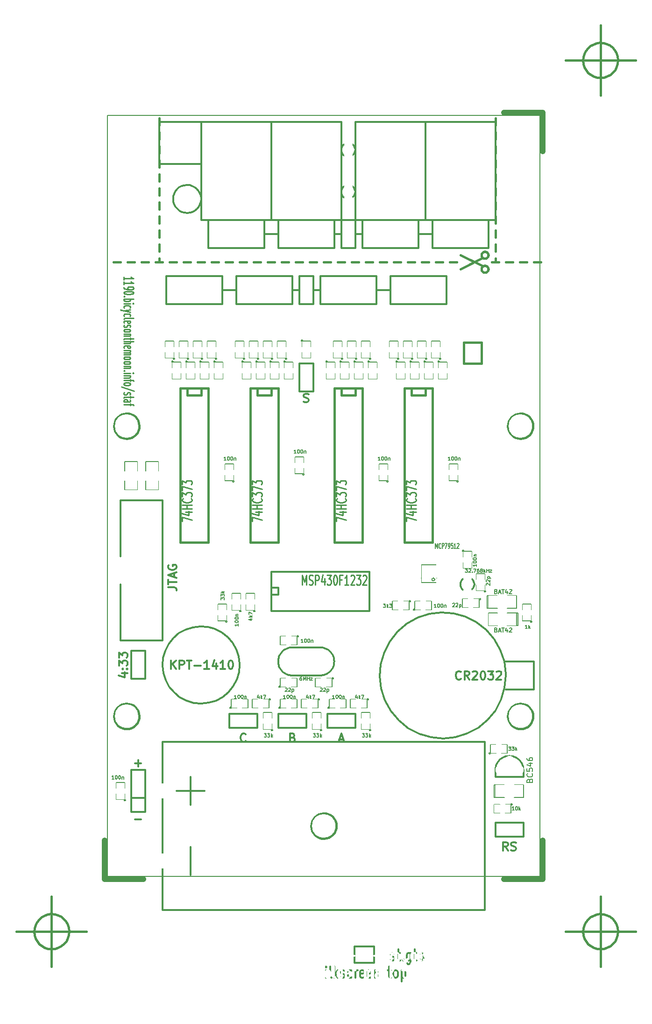
<source format=gto>
G04 (created by PCBNEW-RS274X (2012-apr-16-27)-stable) date sob, 2 kwi 2016, 18:39:04*
G01*
G70*
G90*
%MOIN*%
G04 Gerber Fmt 3.4, Leading zero omitted, Abs format*
%FSLAX34Y34*%
G04 APERTURE LIST*
%ADD10C,0.006000*%
%ADD11C,0.009000*%
%ADD12C,0.012000*%
%ADD13C,0.005900*%
%ADD14C,0.015000*%
%ADD15C,0.039400*%
%ADD16C,0.007900*%
%ADD17C,0.008000*%
%ADD18C,0.005000*%
%ADD19C,0.005600*%
%ADD20C,0.011300*%
%ADD21R,0.165300X0.137700*%
%ADD22R,0.165300X0.019600*%
%ADD23R,0.137800X0.157800*%
%ADD24R,0.027800X0.157800*%
%ADD25R,0.042800X0.062800*%
%ADD26R,0.062800X0.042800*%
%ADD27R,0.067800X0.087800*%
%ADD28R,0.062800X0.062800*%
%ADD29C,0.062800*%
%ADD30C,0.072800*%
%ADD31R,0.072800X0.072800*%
%ADD32R,0.087800X0.067800*%
%ADD33C,0.107800*%
%ADD34C,0.077800*%
%ADD35C,0.167800*%
%ADD36C,0.067800*%
%ADD37R,0.067800X0.067800*%
G04 APERTURE END LIST*
G54D10*
G54D11*
X01160Y-11737D02*
X01160Y-11532D01*
X01160Y-11634D02*
X01860Y-11634D01*
X01760Y-11600D01*
X01693Y-11566D01*
X01660Y-11532D01*
X01160Y-12080D02*
X01160Y-11875D01*
X01160Y-11977D02*
X01860Y-11977D01*
X01760Y-11943D01*
X01693Y-11909D01*
X01660Y-11875D01*
X01160Y-12252D02*
X01160Y-12320D01*
X01193Y-12355D01*
X01226Y-12372D01*
X01326Y-12406D01*
X01460Y-12423D01*
X01726Y-12423D01*
X01793Y-12406D01*
X01826Y-12389D01*
X01860Y-12355D01*
X01860Y-12286D01*
X01826Y-12252D01*
X01793Y-12235D01*
X01726Y-12218D01*
X01560Y-12218D01*
X01493Y-12235D01*
X01460Y-12252D01*
X01426Y-12286D01*
X01426Y-12355D01*
X01460Y-12389D01*
X01493Y-12406D01*
X01560Y-12423D01*
X01860Y-12646D02*
X01860Y-12681D01*
X01826Y-12715D01*
X01793Y-12732D01*
X01726Y-12749D01*
X01593Y-12766D01*
X01426Y-12766D01*
X01293Y-12749D01*
X01226Y-12732D01*
X01193Y-12715D01*
X01160Y-12681D01*
X01160Y-12646D01*
X01193Y-12612D01*
X01226Y-12595D01*
X01293Y-12578D01*
X01426Y-12561D01*
X01593Y-12561D01*
X01726Y-12578D01*
X01793Y-12595D01*
X01826Y-12612D01*
X01860Y-12646D01*
X01226Y-12921D02*
X01193Y-12938D01*
X01160Y-12921D01*
X01193Y-12904D01*
X01226Y-12921D01*
X01160Y-12921D01*
X01160Y-13092D02*
X01860Y-13092D01*
X01593Y-13092D02*
X01626Y-13126D01*
X01626Y-13195D01*
X01593Y-13229D01*
X01560Y-13246D01*
X01493Y-13263D01*
X01293Y-13263D01*
X01226Y-13246D01*
X01193Y-13229D01*
X01160Y-13195D01*
X01160Y-13126D01*
X01193Y-13092D01*
X01160Y-13418D02*
X01626Y-13418D01*
X01860Y-13418D02*
X01826Y-13401D01*
X01793Y-13418D01*
X01826Y-13435D01*
X01860Y-13418D01*
X01793Y-13418D01*
X01193Y-13743D02*
X01160Y-13709D01*
X01160Y-13640D01*
X01193Y-13606D01*
X01226Y-13589D01*
X01293Y-13572D01*
X01493Y-13572D01*
X01560Y-13589D01*
X01593Y-13606D01*
X01626Y-13640D01*
X01626Y-13709D01*
X01593Y-13743D01*
X01626Y-13863D02*
X01160Y-13949D01*
X01626Y-14035D02*
X01160Y-13949D01*
X00993Y-13915D01*
X00960Y-13898D01*
X00926Y-13863D01*
X01193Y-14326D02*
X01160Y-14292D01*
X01160Y-14223D01*
X01193Y-14189D01*
X01226Y-14172D01*
X01293Y-14155D01*
X01493Y-14155D01*
X01560Y-14172D01*
X01593Y-14189D01*
X01626Y-14223D01*
X01626Y-14292D01*
X01593Y-14326D01*
X01160Y-14532D02*
X01193Y-14498D01*
X01260Y-14481D01*
X01860Y-14481D01*
X01193Y-14807D02*
X01160Y-14773D01*
X01160Y-14704D01*
X01193Y-14670D01*
X01260Y-14653D01*
X01526Y-14653D01*
X01593Y-14670D01*
X01626Y-14704D01*
X01626Y-14773D01*
X01593Y-14807D01*
X01526Y-14824D01*
X01460Y-14824D01*
X01393Y-14653D01*
X01193Y-14962D02*
X01160Y-14996D01*
X01160Y-15064D01*
X01193Y-15099D01*
X01260Y-15116D01*
X01293Y-15116D01*
X01360Y-15099D01*
X01393Y-15064D01*
X01393Y-15013D01*
X01426Y-14979D01*
X01493Y-14962D01*
X01526Y-14962D01*
X01593Y-14979D01*
X01626Y-15013D01*
X01626Y-15064D01*
X01593Y-15099D01*
X01160Y-15321D02*
X01193Y-15287D01*
X01226Y-15270D01*
X01293Y-15253D01*
X01493Y-15253D01*
X01560Y-15270D01*
X01593Y-15287D01*
X01626Y-15321D01*
X01626Y-15373D01*
X01593Y-15407D01*
X01560Y-15424D01*
X01493Y-15441D01*
X01293Y-15441D01*
X01226Y-15424D01*
X01193Y-15407D01*
X01160Y-15373D01*
X01160Y-15321D01*
X01626Y-15596D02*
X01160Y-15596D01*
X01560Y-15596D02*
X01593Y-15613D01*
X01626Y-15647D01*
X01626Y-15699D01*
X01593Y-15733D01*
X01526Y-15750D01*
X01160Y-15750D01*
X01626Y-15870D02*
X01626Y-16007D01*
X01860Y-15922D02*
X01260Y-15922D01*
X01193Y-15939D01*
X01160Y-15973D01*
X01160Y-16007D01*
X01160Y-16128D02*
X01860Y-16128D01*
X01160Y-16282D02*
X01526Y-16282D01*
X01593Y-16265D01*
X01626Y-16231D01*
X01626Y-16179D01*
X01593Y-16145D01*
X01560Y-16128D01*
X01193Y-16591D02*
X01160Y-16557D01*
X01160Y-16488D01*
X01193Y-16454D01*
X01260Y-16437D01*
X01526Y-16437D01*
X01593Y-16454D01*
X01626Y-16488D01*
X01626Y-16557D01*
X01593Y-16591D01*
X01526Y-16608D01*
X01460Y-16608D01*
X01393Y-16437D01*
X01160Y-16763D02*
X01626Y-16763D01*
X01560Y-16763D02*
X01593Y-16780D01*
X01626Y-16814D01*
X01626Y-16866D01*
X01593Y-16900D01*
X01526Y-16917D01*
X01160Y-16917D01*
X01526Y-16917D02*
X01593Y-16934D01*
X01626Y-16968D01*
X01626Y-17020D01*
X01593Y-17054D01*
X01526Y-17071D01*
X01160Y-17071D01*
X01160Y-17294D02*
X01193Y-17260D01*
X01226Y-17243D01*
X01293Y-17226D01*
X01493Y-17226D01*
X01560Y-17243D01*
X01593Y-17260D01*
X01626Y-17294D01*
X01626Y-17346D01*
X01593Y-17380D01*
X01560Y-17397D01*
X01493Y-17414D01*
X01293Y-17414D01*
X01226Y-17397D01*
X01193Y-17380D01*
X01160Y-17346D01*
X01160Y-17294D01*
X01160Y-17620D02*
X01193Y-17586D01*
X01226Y-17569D01*
X01293Y-17552D01*
X01493Y-17552D01*
X01560Y-17569D01*
X01593Y-17586D01*
X01626Y-17620D01*
X01626Y-17672D01*
X01593Y-17706D01*
X01560Y-17723D01*
X01493Y-17740D01*
X01293Y-17740D01*
X01226Y-17723D01*
X01193Y-17706D01*
X01160Y-17672D01*
X01160Y-17620D01*
X01626Y-17895D02*
X01160Y-17895D01*
X01560Y-17895D02*
X01593Y-17912D01*
X01626Y-17946D01*
X01626Y-17998D01*
X01593Y-18032D01*
X01526Y-18049D01*
X01160Y-18049D01*
X01226Y-18221D02*
X01193Y-18238D01*
X01160Y-18221D01*
X01193Y-18204D01*
X01226Y-18221D01*
X01160Y-18221D01*
X01160Y-18392D02*
X01626Y-18392D01*
X01860Y-18392D02*
X01826Y-18375D01*
X01793Y-18392D01*
X01826Y-18409D01*
X01860Y-18392D01*
X01793Y-18392D01*
X01626Y-18563D02*
X01160Y-18563D01*
X01560Y-18563D02*
X01593Y-18580D01*
X01626Y-18614D01*
X01626Y-18666D01*
X01593Y-18700D01*
X01526Y-18717D01*
X01160Y-18717D01*
X01626Y-18837D02*
X01626Y-18974D01*
X01160Y-18889D02*
X01760Y-18889D01*
X01826Y-18906D01*
X01860Y-18940D01*
X01860Y-18974D01*
X01160Y-19146D02*
X01193Y-19112D01*
X01226Y-19095D01*
X01293Y-19078D01*
X01493Y-19078D01*
X01560Y-19095D01*
X01593Y-19112D01*
X01626Y-19146D01*
X01626Y-19198D01*
X01593Y-19232D01*
X01560Y-19249D01*
X01493Y-19266D01*
X01293Y-19266D01*
X01226Y-19249D01*
X01193Y-19232D01*
X01160Y-19198D01*
X01160Y-19146D01*
X01893Y-19678D02*
X00993Y-19369D01*
X01193Y-19781D02*
X01160Y-19815D01*
X01160Y-19883D01*
X01193Y-19918D01*
X01260Y-19935D01*
X01293Y-19935D01*
X01360Y-19918D01*
X01393Y-19883D01*
X01393Y-19832D01*
X01426Y-19798D01*
X01493Y-19781D01*
X01526Y-19781D01*
X01593Y-19798D01*
X01626Y-19832D01*
X01626Y-19883D01*
X01593Y-19918D01*
X01626Y-20037D02*
X01626Y-20174D01*
X01860Y-20089D02*
X01260Y-20089D01*
X01193Y-20106D01*
X01160Y-20140D01*
X01160Y-20174D01*
X01160Y-20449D02*
X01526Y-20449D01*
X01593Y-20432D01*
X01626Y-20398D01*
X01626Y-20329D01*
X01593Y-20295D01*
X01193Y-20449D02*
X01160Y-20415D01*
X01160Y-20329D01*
X01193Y-20295D01*
X01260Y-20278D01*
X01326Y-20278D01*
X01393Y-20295D01*
X01426Y-20329D01*
X01426Y-20415D01*
X01460Y-20449D01*
X01626Y-20569D02*
X01626Y-20706D01*
X01160Y-20621D02*
X01760Y-20621D01*
X01826Y-20638D01*
X01860Y-20672D01*
X01860Y-20706D01*
G54D12*
X19043Y-60463D02*
X17643Y-60463D01*
X19043Y-59313D02*
X19043Y-60463D01*
X17643Y-59313D02*
X19043Y-59313D01*
X17643Y-60463D02*
X17643Y-59313D01*
X15107Y-60249D02*
X15193Y-60287D01*
X15336Y-60287D01*
X15393Y-60249D01*
X15422Y-60211D01*
X15450Y-60134D01*
X15450Y-60058D01*
X15422Y-59982D01*
X15393Y-59944D01*
X15336Y-59906D01*
X15222Y-59868D01*
X15164Y-59830D01*
X15136Y-59792D01*
X15107Y-59715D01*
X15107Y-59639D01*
X15136Y-59563D01*
X15164Y-59525D01*
X15222Y-59487D01*
X15364Y-59487D01*
X15450Y-59525D01*
X15621Y-59487D02*
X15964Y-59487D01*
X15793Y-60287D02*
X15793Y-59487D01*
X16135Y-60058D02*
X16421Y-60058D01*
X16078Y-60287D02*
X16278Y-59487D01*
X16478Y-60287D01*
X16878Y-59868D02*
X16678Y-59868D01*
X16678Y-60287D02*
X16678Y-59487D01*
X16964Y-59487D01*
X17192Y-59982D02*
X17649Y-59982D01*
X17906Y-60058D02*
X18192Y-60058D01*
X17849Y-60287D02*
X18049Y-59487D01*
X18249Y-60287D01*
X18792Y-60211D02*
X18763Y-60249D01*
X18677Y-60287D01*
X18620Y-60287D01*
X18535Y-60249D01*
X18477Y-60173D01*
X18449Y-60096D01*
X18420Y-59944D01*
X18420Y-59830D01*
X18449Y-59677D01*
X18477Y-59601D01*
X18535Y-59525D01*
X18620Y-59487D01*
X18677Y-59487D01*
X18763Y-59525D01*
X18792Y-59563D01*
X19049Y-59982D02*
X19506Y-59982D01*
X19763Y-60249D02*
X19820Y-60287D01*
X19935Y-60287D01*
X19992Y-60249D01*
X20020Y-60173D01*
X20020Y-60134D01*
X19992Y-60058D01*
X19935Y-60020D01*
X19849Y-60020D01*
X19792Y-59982D01*
X19763Y-59906D01*
X19763Y-59868D01*
X19792Y-59792D01*
X19849Y-59753D01*
X19935Y-59753D01*
X19992Y-59792D01*
X20249Y-60249D02*
X20306Y-60287D01*
X20421Y-60287D01*
X20478Y-60249D01*
X20506Y-60173D01*
X20506Y-60134D01*
X20478Y-60058D01*
X20421Y-60020D01*
X20335Y-60020D01*
X20278Y-59982D01*
X20249Y-59906D01*
X20249Y-59868D01*
X20278Y-59792D01*
X20335Y-59753D01*
X20421Y-59753D01*
X20478Y-59792D01*
X20678Y-59753D02*
X20907Y-59753D01*
X20764Y-59487D02*
X20764Y-60173D01*
X20792Y-60249D01*
X20850Y-60287D01*
X20907Y-60287D01*
X21107Y-60211D02*
X21135Y-60249D01*
X21107Y-60287D01*
X21078Y-60249D01*
X21107Y-60211D01*
X21107Y-60287D01*
X21650Y-59753D02*
X21650Y-60401D01*
X21621Y-60477D01*
X21593Y-60515D01*
X21536Y-60553D01*
X21450Y-60553D01*
X21393Y-60515D01*
X21650Y-60249D02*
X21593Y-60287D01*
X21479Y-60287D01*
X21421Y-60249D01*
X21393Y-60211D01*
X21364Y-60134D01*
X21364Y-59906D01*
X21393Y-59830D01*
X21421Y-59792D01*
X21479Y-59753D01*
X21593Y-59753D01*
X21650Y-59792D01*
X21850Y-59753D02*
X22079Y-59753D01*
X21936Y-59487D02*
X21936Y-60173D01*
X21964Y-60249D01*
X22022Y-60287D01*
X22079Y-60287D01*
X22365Y-60287D02*
X22307Y-60249D01*
X22279Y-60211D01*
X22250Y-60134D01*
X22250Y-59906D01*
X22279Y-59830D01*
X22307Y-59792D01*
X22365Y-59753D01*
X22450Y-59753D01*
X22507Y-59792D01*
X22536Y-59830D01*
X22565Y-59906D01*
X22565Y-60134D01*
X22536Y-60211D01*
X22507Y-60249D01*
X22450Y-60287D01*
X22365Y-60287D01*
X15107Y-61489D02*
X15164Y-61527D01*
X15279Y-61527D01*
X15336Y-61489D01*
X15364Y-61413D01*
X15364Y-61374D01*
X15336Y-61298D01*
X15279Y-61260D01*
X15193Y-61260D01*
X15136Y-61222D01*
X15107Y-61146D01*
X15107Y-61108D01*
X15136Y-61032D01*
X15193Y-60993D01*
X15279Y-60993D01*
X15336Y-61032D01*
X15622Y-61527D02*
X15622Y-60993D01*
X15622Y-60727D02*
X15593Y-60765D01*
X15622Y-60803D01*
X15650Y-60765D01*
X15622Y-60727D01*
X15622Y-60803D01*
X15994Y-61527D02*
X15936Y-61489D01*
X15908Y-61413D01*
X15908Y-60727D01*
X16222Y-61527D02*
X16222Y-60727D01*
X16279Y-61222D02*
X16450Y-61527D01*
X16450Y-60993D02*
X16222Y-61298D01*
X16679Y-61489D02*
X16736Y-61527D01*
X16851Y-61527D01*
X16908Y-61489D01*
X16936Y-61413D01*
X16936Y-61374D01*
X16908Y-61298D01*
X16851Y-61260D01*
X16765Y-61260D01*
X16708Y-61222D01*
X16679Y-61146D01*
X16679Y-61108D01*
X16708Y-61032D01*
X16765Y-60993D01*
X16851Y-60993D01*
X16908Y-61032D01*
X17451Y-61489D02*
X17394Y-61527D01*
X17280Y-61527D01*
X17222Y-61489D01*
X17194Y-61451D01*
X17165Y-61374D01*
X17165Y-61146D01*
X17194Y-61070D01*
X17222Y-61032D01*
X17280Y-60993D01*
X17394Y-60993D01*
X17451Y-61032D01*
X17708Y-61527D02*
X17708Y-60993D01*
X17708Y-61146D02*
X17736Y-61070D01*
X17765Y-61032D01*
X17822Y-60993D01*
X17879Y-60993D01*
X18307Y-61489D02*
X18250Y-61527D01*
X18136Y-61527D01*
X18079Y-61489D01*
X18050Y-61413D01*
X18050Y-61108D01*
X18079Y-61032D01*
X18136Y-60993D01*
X18250Y-60993D01*
X18307Y-61032D01*
X18336Y-61108D01*
X18336Y-61184D01*
X18050Y-61260D01*
X18821Y-61489D02*
X18764Y-61527D01*
X18650Y-61527D01*
X18593Y-61489D01*
X18564Y-61413D01*
X18564Y-61108D01*
X18593Y-61032D01*
X18650Y-60993D01*
X18764Y-60993D01*
X18821Y-61032D01*
X18850Y-61108D01*
X18850Y-61184D01*
X18564Y-61260D01*
X19107Y-60993D02*
X19107Y-61527D01*
X19107Y-61070D02*
X19135Y-61032D01*
X19193Y-60993D01*
X19278Y-60993D01*
X19335Y-61032D01*
X19364Y-61108D01*
X19364Y-61527D01*
X20021Y-60993D02*
X20250Y-60993D01*
X20107Y-60727D02*
X20107Y-61413D01*
X20135Y-61489D01*
X20193Y-61527D01*
X20250Y-61527D01*
X20536Y-61527D02*
X20478Y-61489D01*
X20450Y-61451D01*
X20421Y-61374D01*
X20421Y-61146D01*
X20450Y-61070D01*
X20478Y-61032D01*
X20536Y-60993D01*
X20621Y-60993D01*
X20678Y-61032D01*
X20707Y-61070D01*
X20736Y-61146D01*
X20736Y-61374D01*
X20707Y-61451D01*
X20678Y-61489D01*
X20621Y-61527D01*
X20536Y-61527D01*
X20993Y-60993D02*
X20993Y-61793D01*
X20993Y-61032D02*
X21050Y-60993D01*
X21164Y-60993D01*
X21221Y-61032D01*
X21250Y-61070D01*
X21279Y-61146D01*
X21279Y-61374D01*
X21250Y-61451D01*
X21221Y-61489D01*
X21164Y-61527D01*
X21050Y-61527D01*
X20993Y-61489D01*
X15336Y-62348D02*
X15422Y-62386D01*
X15450Y-62424D01*
X15479Y-62500D01*
X15479Y-62614D01*
X15450Y-62691D01*
X15422Y-62729D01*
X15364Y-62767D01*
X15136Y-62767D01*
X15136Y-61967D01*
X15336Y-61967D01*
X15393Y-62005D01*
X15422Y-62043D01*
X15450Y-62119D01*
X15450Y-62195D01*
X15422Y-62272D01*
X15393Y-62310D01*
X15336Y-62348D01*
X15136Y-62348D01*
X15993Y-62767D02*
X15993Y-62348D01*
X15964Y-62272D01*
X15907Y-62233D01*
X15793Y-62233D01*
X15736Y-62272D01*
X15993Y-62729D02*
X15936Y-62767D01*
X15793Y-62767D01*
X15736Y-62729D01*
X15707Y-62653D01*
X15707Y-62576D01*
X15736Y-62500D01*
X15793Y-62462D01*
X15936Y-62462D01*
X15993Y-62424D01*
X16365Y-62767D02*
X16307Y-62729D01*
X16279Y-62653D01*
X16279Y-61967D01*
X16507Y-62233D02*
X16736Y-62233D01*
X16593Y-61967D02*
X16593Y-62653D01*
X16621Y-62729D01*
X16679Y-62767D01*
X16736Y-62767D01*
X16936Y-62767D02*
X16936Y-61967D01*
X17193Y-62767D02*
X17193Y-62348D01*
X17164Y-62272D01*
X17107Y-62233D01*
X17022Y-62233D01*
X16964Y-62272D01*
X16936Y-62310D01*
X17736Y-62767D02*
X17736Y-62348D01*
X17707Y-62272D01*
X17650Y-62233D01*
X17536Y-62233D01*
X17479Y-62272D01*
X17736Y-62729D02*
X17679Y-62767D01*
X17536Y-62767D01*
X17479Y-62729D01*
X17450Y-62653D01*
X17450Y-62576D01*
X17479Y-62500D01*
X17536Y-62462D01*
X17679Y-62462D01*
X17736Y-62424D01*
X17993Y-62729D02*
X18050Y-62767D01*
X18165Y-62767D01*
X18222Y-62729D01*
X18250Y-62653D01*
X18250Y-62614D01*
X18222Y-62538D01*
X18165Y-62500D01*
X18079Y-62500D01*
X18022Y-62462D01*
X17993Y-62386D01*
X17993Y-62348D01*
X18022Y-62272D01*
X18079Y-62233D01*
X18165Y-62233D01*
X18222Y-62272D01*
X18765Y-62767D02*
X18765Y-62348D01*
X18736Y-62272D01*
X18679Y-62233D01*
X18565Y-62233D01*
X18508Y-62272D01*
X18765Y-62729D02*
X18708Y-62767D01*
X18565Y-62767D01*
X18508Y-62729D01*
X18479Y-62653D01*
X18479Y-62576D01*
X18508Y-62500D01*
X18565Y-62462D01*
X18708Y-62462D01*
X18765Y-62424D01*
X19051Y-62767D02*
X19051Y-62233D01*
X19051Y-62386D02*
X19079Y-62310D01*
X19108Y-62272D01*
X19165Y-62233D01*
X19222Y-62233D01*
X19850Y-62729D02*
X19936Y-62767D01*
X20079Y-62767D01*
X20136Y-62729D01*
X20165Y-62691D01*
X20193Y-62614D01*
X20193Y-62538D01*
X20165Y-62462D01*
X20136Y-62424D01*
X20079Y-62386D01*
X19965Y-62348D01*
X19907Y-62310D01*
X19879Y-62272D01*
X19850Y-62195D01*
X19850Y-62119D01*
X19879Y-62043D01*
X19907Y-62005D01*
X19965Y-61967D01*
X20107Y-61967D01*
X20193Y-62005D01*
X20393Y-62233D02*
X20707Y-62233D01*
X20393Y-62767D01*
X20707Y-62767D01*
X21193Y-62729D02*
X21136Y-62767D01*
X21022Y-62767D01*
X20964Y-62729D01*
X20936Y-62691D01*
X20907Y-62614D01*
X20907Y-62386D01*
X20936Y-62310D01*
X20964Y-62272D01*
X21022Y-62233D01*
X21136Y-62233D01*
X21193Y-62272D01*
X21393Y-62233D02*
X21707Y-62233D01*
X21393Y-62767D01*
X21707Y-62767D01*
X22164Y-62729D02*
X22107Y-62767D01*
X21993Y-62767D01*
X21936Y-62729D01*
X21907Y-62653D01*
X21907Y-62348D01*
X21936Y-62272D01*
X21993Y-62233D01*
X22107Y-62233D01*
X22164Y-62272D01*
X22193Y-62348D01*
X22193Y-62424D01*
X21907Y-62500D01*
X22450Y-62233D02*
X22450Y-63033D01*
X22450Y-62272D02*
X22507Y-62233D01*
X22621Y-62233D01*
X22678Y-62272D01*
X22707Y-62310D01*
X22736Y-62386D01*
X22736Y-62614D01*
X22707Y-62691D01*
X22678Y-62729D01*
X22621Y-62767D01*
X22507Y-62767D01*
X22450Y-62729D01*
X23250Y-62767D02*
X23250Y-62348D01*
X23221Y-62272D01*
X23164Y-62233D01*
X23050Y-62233D01*
X22993Y-62272D01*
X23250Y-62729D02*
X23193Y-62767D01*
X23050Y-62767D01*
X22993Y-62729D01*
X22964Y-62653D01*
X22964Y-62576D01*
X22993Y-62500D01*
X23050Y-62462D01*
X23193Y-62462D01*
X23250Y-62424D01*
X23536Y-62233D02*
X23536Y-62767D01*
X23536Y-62310D02*
X23564Y-62272D01*
X23622Y-62233D01*
X23707Y-62233D01*
X23764Y-62272D01*
X23793Y-62348D01*
X23793Y-62767D01*
X23707Y-61929D02*
X23622Y-62043D01*
X24050Y-62729D02*
X24107Y-62767D01*
X24222Y-62767D01*
X24279Y-62729D01*
X24307Y-62653D01*
X24307Y-62614D01*
X24279Y-62538D01*
X24222Y-62500D01*
X24136Y-62500D01*
X24079Y-62462D01*
X24050Y-62386D01*
X24050Y-62348D01*
X24079Y-62272D01*
X24136Y-62233D01*
X24222Y-62233D01*
X24279Y-62272D01*
X24565Y-62767D02*
X24565Y-61967D01*
X24622Y-62462D02*
X24793Y-62767D01*
X24793Y-62233D02*
X24565Y-62538D01*
X25051Y-62767D02*
X25051Y-62233D01*
X25051Y-61967D02*
X25022Y-62005D01*
X25051Y-62043D01*
X25079Y-62005D01*
X25051Y-61967D01*
X25051Y-62043D01*
G54D13*
X00000Y-54292D02*
X00000Y00000D01*
X00000Y00000D02*
X30866Y00000D01*
X30866Y-54292D02*
X30866Y00000D01*
G54D14*
X27693Y-00713D02*
X27693Y-00213D01*
X27693Y-01713D02*
X27693Y-01213D01*
X27693Y-02713D02*
X27693Y-02213D01*
X27693Y-03713D02*
X27693Y-03213D01*
X27693Y-04713D02*
X27693Y-04213D01*
X27693Y-05713D02*
X27693Y-05213D01*
X27693Y-06713D02*
X27693Y-06213D01*
G54D15*
X-00197Y-54489D02*
X02559Y-54489D01*
X-00197Y-54489D02*
X-00197Y-51733D01*
X31063Y00196D02*
X31063Y-02559D01*
X31063Y00196D02*
X28307Y00196D01*
X31063Y-54489D02*
X28307Y-54489D01*
X31063Y-54489D02*
X31063Y-51733D01*
G54D14*
X-02726Y-58229D02*
X-02750Y-58471D01*
X-02821Y-58705D01*
X-02935Y-58920D01*
X-03090Y-59109D01*
X-03278Y-59265D01*
X-03492Y-59381D01*
X-03725Y-59453D01*
X-03968Y-59478D01*
X-04210Y-59456D01*
X-04444Y-59387D01*
X-04660Y-59274D01*
X-04850Y-59122D01*
X-05007Y-58935D01*
X-05124Y-58721D01*
X-05198Y-58488D01*
X-05225Y-58246D01*
X-05205Y-58004D01*
X-05138Y-57769D01*
X-05026Y-57552D01*
X-04875Y-57361D01*
X-04689Y-57203D01*
X-04476Y-57084D01*
X-04244Y-57009D01*
X-04002Y-56980D01*
X-03759Y-56998D01*
X-03524Y-57064D01*
X-03307Y-57174D01*
X-03114Y-57324D01*
X-02955Y-57509D01*
X-02835Y-57721D01*
X-02758Y-57953D01*
X-02727Y-58195D01*
X-02726Y-58229D01*
X-06476Y-58229D02*
X-01476Y-58229D01*
X-03976Y-55729D02*
X-03976Y-60729D01*
X36447Y03937D02*
X36423Y03695D01*
X36352Y03461D01*
X36238Y03246D01*
X36083Y03057D01*
X35895Y02901D01*
X35681Y02785D01*
X35448Y02713D01*
X35205Y02688D01*
X34963Y02710D01*
X34729Y02779D01*
X34513Y02892D01*
X34323Y03044D01*
X34166Y03231D01*
X34049Y03445D01*
X33975Y03678D01*
X33948Y03920D01*
X33968Y04162D01*
X34035Y04397D01*
X34147Y04614D01*
X34298Y04805D01*
X34484Y04963D01*
X34697Y05082D01*
X34929Y05157D01*
X35171Y05186D01*
X35414Y05168D01*
X35649Y05102D01*
X35866Y04992D01*
X36059Y04842D01*
X36218Y04657D01*
X36338Y04445D01*
X36415Y04213D01*
X36446Y03971D01*
X36447Y03937D01*
X32697Y03937D02*
X37697Y03937D01*
X35197Y06437D02*
X35197Y01437D01*
X36447Y-58229D02*
X36423Y-58471D01*
X36352Y-58705D01*
X36238Y-58920D01*
X36083Y-59109D01*
X35895Y-59265D01*
X35681Y-59381D01*
X35448Y-59453D01*
X35205Y-59478D01*
X34963Y-59456D01*
X34729Y-59387D01*
X34513Y-59274D01*
X34323Y-59122D01*
X34166Y-58935D01*
X34049Y-58721D01*
X33975Y-58488D01*
X33948Y-58246D01*
X33968Y-58004D01*
X34035Y-57769D01*
X34147Y-57552D01*
X34298Y-57361D01*
X34484Y-57203D01*
X34697Y-57084D01*
X34929Y-57009D01*
X35171Y-56980D01*
X35414Y-56998D01*
X35649Y-57064D01*
X35866Y-57174D01*
X36059Y-57324D01*
X36218Y-57509D01*
X36338Y-57721D01*
X36415Y-57953D01*
X36446Y-58195D01*
X36447Y-58229D01*
X32697Y-58229D02*
X37697Y-58229D01*
X35197Y-55729D02*
X35197Y-60729D01*
X26693Y-16213D02*
X25443Y-16213D01*
X26693Y-17713D02*
X26693Y-16213D01*
X25443Y-17713D02*
X26693Y-17713D01*
X25443Y-16213D02*
X25443Y-17713D01*
G54D13*
X00000Y-07599D02*
X00000Y-07363D01*
G54D14*
X03693Y-00463D02*
X03693Y-00213D01*
X30443Y-10463D02*
X30943Y-10463D01*
X29443Y-10463D02*
X29943Y-10463D01*
X28443Y-10463D02*
X28943Y-10463D01*
X27693Y-10463D02*
X27943Y-10463D01*
X00943Y-10463D02*
X00443Y-10463D01*
X01943Y-10463D02*
X01443Y-10463D01*
X02943Y-10463D02*
X02443Y-10463D01*
X03693Y-10463D02*
X03443Y-10463D01*
G54D13*
X30866Y-54292D02*
X00000Y-54292D01*
G54D14*
X27193Y-10963D02*
X27188Y-11011D01*
X27174Y-11058D01*
X27151Y-11101D01*
X27120Y-11139D01*
X27082Y-11170D01*
X27039Y-11193D01*
X26993Y-11207D01*
X26944Y-11212D01*
X26897Y-11208D01*
X26850Y-11194D01*
X26807Y-11172D01*
X26769Y-11141D01*
X26737Y-11104D01*
X26714Y-11061D01*
X26699Y-11014D01*
X26694Y-10966D01*
X26698Y-10918D01*
X26711Y-10871D01*
X26733Y-10828D01*
X26764Y-10790D01*
X26801Y-10758D01*
X26843Y-10734D01*
X26890Y-10719D01*
X26938Y-10714D01*
X26986Y-10717D01*
X27033Y-10730D01*
X27076Y-10752D01*
X27115Y-10782D01*
X27147Y-10819D01*
X27171Y-10862D01*
X27186Y-10908D01*
X27192Y-10957D01*
X27193Y-10963D01*
X25193Y-09963D02*
X26693Y-10713D01*
X25193Y-10963D02*
X26693Y-10213D01*
X27193Y-09963D02*
X27188Y-10011D01*
X27174Y-10058D01*
X27151Y-10101D01*
X27120Y-10139D01*
X27082Y-10170D01*
X27039Y-10193D01*
X26993Y-10207D01*
X26944Y-10212D01*
X26897Y-10208D01*
X26850Y-10194D01*
X26807Y-10172D01*
X26769Y-10141D01*
X26737Y-10104D01*
X26714Y-10061D01*
X26699Y-10014D01*
X26694Y-09966D01*
X26698Y-09918D01*
X26711Y-09871D01*
X26733Y-09828D01*
X26764Y-09790D01*
X26801Y-09758D01*
X26843Y-09734D01*
X26890Y-09719D01*
X26938Y-09714D01*
X26986Y-09717D01*
X27033Y-09730D01*
X27076Y-09752D01*
X27115Y-09782D01*
X27147Y-09819D01*
X27171Y-09862D01*
X27186Y-09908D01*
X27192Y-09957D01*
X27193Y-09963D01*
X03693Y-00713D02*
X03693Y-00463D01*
X03693Y-01713D02*
X03693Y-01213D01*
X03693Y-02713D02*
X03693Y-02213D01*
X03693Y-03713D02*
X03693Y-03213D01*
X03693Y-04713D02*
X03693Y-04213D01*
X03693Y-05713D02*
X03693Y-05213D01*
X03693Y-06713D02*
X03693Y-06213D01*
X03693Y-07713D02*
X03693Y-07213D01*
X03693Y-08713D02*
X03693Y-08213D01*
X03693Y-09713D02*
X03693Y-09213D01*
X03693Y-10463D02*
X03693Y-10213D01*
X27693Y-07713D02*
X27693Y-07213D01*
X27693Y-08713D02*
X27693Y-08213D01*
X27693Y-09713D02*
X27693Y-09213D01*
X27693Y-10463D02*
X27693Y-10213D01*
X27443Y-10463D02*
X27693Y-10463D01*
X24443Y-10463D02*
X24943Y-10463D01*
X23443Y-10463D02*
X23943Y-10463D01*
X22443Y-10463D02*
X22943Y-10463D01*
X21443Y-10463D02*
X21943Y-10463D01*
X20443Y-10463D02*
X20943Y-10463D01*
X19443Y-10463D02*
X19943Y-10463D01*
X18443Y-10463D02*
X18943Y-10463D01*
X17443Y-10463D02*
X17943Y-10463D01*
X16443Y-10463D02*
X16943Y-10463D01*
X15443Y-10463D02*
X15943Y-10463D01*
X14443Y-10463D02*
X14943Y-10463D01*
X13443Y-10463D02*
X13943Y-10463D01*
X12443Y-10463D02*
X12943Y-10463D01*
X11443Y-10463D02*
X11943Y-10463D01*
X10443Y-10463D02*
X10943Y-10463D01*
X09443Y-10463D02*
X09943Y-10463D01*
X08443Y-10463D02*
X08943Y-10463D01*
X07443Y-10463D02*
X07943Y-10463D01*
X06443Y-10463D02*
X06943Y-10463D01*
X05443Y-10463D02*
X05943Y-10463D01*
X04443Y-10463D02*
X04943Y-10463D01*
X03693Y-10463D02*
X03943Y-10463D01*
G54D16*
X23494Y-33343D02*
X22392Y-33343D01*
X22392Y-33343D02*
X22392Y-32083D01*
X22392Y-32083D02*
X23494Y-32083D01*
X23494Y-32083D02*
X23494Y-33343D01*
G54D17*
X23365Y-33113D02*
X23363Y-33132D01*
X23357Y-33151D01*
X23348Y-33168D01*
X23335Y-33183D01*
X23320Y-33195D01*
X23303Y-33205D01*
X23285Y-33210D01*
X23265Y-33212D01*
X23247Y-33211D01*
X23228Y-33205D01*
X23211Y-33196D01*
X23196Y-33184D01*
X23183Y-33169D01*
X23174Y-33152D01*
X23168Y-33133D01*
X23166Y-33114D01*
X23167Y-33095D01*
X23173Y-33077D01*
X23181Y-33059D01*
X23194Y-33044D01*
X23208Y-33031D01*
X23225Y-33022D01*
X23244Y-33016D01*
X23263Y-33014D01*
X23282Y-33015D01*
X23301Y-33020D01*
X23318Y-33029D01*
X23333Y-33041D01*
X23346Y-33056D01*
X23356Y-33073D01*
X23362Y-33091D01*
X23364Y-33111D01*
X23365Y-33113D01*
X22422Y-33313D02*
X22422Y-32113D01*
G54D12*
X11693Y-32563D02*
X11693Y-35363D01*
X18693Y-32563D02*
X18693Y-35363D01*
X18693Y-35363D02*
X11693Y-35363D01*
X11693Y-32563D02*
X18693Y-32563D01*
X11693Y-33713D02*
X12193Y-33713D01*
X12193Y-33713D02*
X12193Y-34213D01*
X12193Y-34213D02*
X11693Y-34213D01*
G54D18*
X21643Y-34663D02*
X21642Y-34672D01*
X21639Y-34682D01*
X21634Y-34690D01*
X21628Y-34698D01*
X21620Y-34704D01*
X21612Y-34709D01*
X21603Y-34711D01*
X21593Y-34712D01*
X21584Y-34712D01*
X21575Y-34709D01*
X21566Y-34704D01*
X21559Y-34698D01*
X21552Y-34691D01*
X21548Y-34682D01*
X21545Y-34673D01*
X21544Y-34663D01*
X21544Y-34654D01*
X21547Y-34645D01*
X21551Y-34636D01*
X21558Y-34629D01*
X21565Y-34622D01*
X21573Y-34618D01*
X21583Y-34615D01*
X21592Y-34614D01*
X21601Y-34614D01*
X21611Y-34617D01*
X21619Y-34621D01*
X21627Y-34627D01*
X21633Y-34635D01*
X21638Y-34643D01*
X21641Y-34652D01*
X21642Y-34662D01*
X21643Y-34663D01*
X21143Y-34663D02*
X21543Y-34663D01*
X21543Y-34663D02*
X21543Y-35263D01*
X21543Y-35263D02*
X21143Y-35263D01*
X20743Y-35263D02*
X20343Y-35263D01*
X20343Y-35263D02*
X20343Y-34663D01*
X20343Y-34663D02*
X20743Y-34663D01*
X21943Y-35263D02*
X21942Y-35272D01*
X21939Y-35282D01*
X21934Y-35290D01*
X21928Y-35298D01*
X21920Y-35304D01*
X21912Y-35309D01*
X21903Y-35311D01*
X21893Y-35312D01*
X21884Y-35312D01*
X21875Y-35309D01*
X21866Y-35304D01*
X21859Y-35298D01*
X21852Y-35291D01*
X21848Y-35282D01*
X21845Y-35273D01*
X21844Y-35263D01*
X21844Y-35254D01*
X21847Y-35245D01*
X21851Y-35236D01*
X21858Y-35229D01*
X21865Y-35222D01*
X21873Y-35218D01*
X21883Y-35215D01*
X21892Y-35214D01*
X21901Y-35214D01*
X21911Y-35217D01*
X21919Y-35221D01*
X21927Y-35227D01*
X21933Y-35235D01*
X21938Y-35243D01*
X21941Y-35252D01*
X21942Y-35262D01*
X21943Y-35263D01*
X22343Y-35263D02*
X21943Y-35263D01*
X21943Y-35263D02*
X21943Y-34663D01*
X21943Y-34663D02*
X22343Y-34663D01*
X22743Y-34663D02*
X23143Y-34663D01*
X23143Y-34663D02*
X23143Y-35263D01*
X23143Y-35263D02*
X22743Y-35263D01*
X30293Y-36113D02*
X30292Y-36122D01*
X30289Y-36132D01*
X30284Y-36140D01*
X30278Y-36148D01*
X30270Y-36154D01*
X30262Y-36159D01*
X30253Y-36161D01*
X30243Y-36162D01*
X30234Y-36162D01*
X30225Y-36159D01*
X30216Y-36154D01*
X30209Y-36148D01*
X30202Y-36141D01*
X30198Y-36132D01*
X30195Y-36123D01*
X30194Y-36113D01*
X30194Y-36104D01*
X30197Y-36095D01*
X30201Y-36086D01*
X30208Y-36079D01*
X30215Y-36072D01*
X30223Y-36068D01*
X30233Y-36065D01*
X30242Y-36064D01*
X30251Y-36064D01*
X30261Y-36067D01*
X30269Y-36071D01*
X30277Y-36077D01*
X30283Y-36085D01*
X30288Y-36093D01*
X30291Y-36102D01*
X30292Y-36112D01*
X30293Y-36113D01*
X30243Y-35663D02*
X30243Y-36063D01*
X30243Y-36063D02*
X29643Y-36063D01*
X29643Y-36063D02*
X29643Y-35663D01*
X29643Y-35263D02*
X29643Y-34863D01*
X29643Y-34863D02*
X30243Y-34863D01*
X30243Y-34863D02*
X30243Y-35263D01*
X25443Y-31063D02*
X25442Y-31072D01*
X25439Y-31082D01*
X25434Y-31090D01*
X25428Y-31098D01*
X25420Y-31104D01*
X25412Y-31109D01*
X25403Y-31111D01*
X25393Y-31112D01*
X25384Y-31112D01*
X25375Y-31109D01*
X25366Y-31104D01*
X25359Y-31098D01*
X25352Y-31091D01*
X25348Y-31082D01*
X25345Y-31073D01*
X25344Y-31063D01*
X25344Y-31054D01*
X25347Y-31045D01*
X25351Y-31036D01*
X25358Y-31029D01*
X25365Y-31022D01*
X25373Y-31018D01*
X25383Y-31015D01*
X25392Y-31014D01*
X25401Y-31014D01*
X25411Y-31017D01*
X25419Y-31021D01*
X25427Y-31027D01*
X25433Y-31035D01*
X25438Y-31043D01*
X25441Y-31052D01*
X25442Y-31062D01*
X25443Y-31063D01*
X25393Y-31513D02*
X25393Y-31113D01*
X25393Y-31113D02*
X25993Y-31113D01*
X25993Y-31113D02*
X25993Y-31513D01*
X25993Y-31913D02*
X25993Y-32313D01*
X25993Y-32313D02*
X25393Y-32313D01*
X25393Y-32313D02*
X25393Y-31913D01*
X26643Y-34513D02*
X26642Y-34522D01*
X26639Y-34532D01*
X26634Y-34540D01*
X26628Y-34548D01*
X26620Y-34554D01*
X26612Y-34559D01*
X26603Y-34561D01*
X26593Y-34562D01*
X26584Y-34562D01*
X26575Y-34559D01*
X26566Y-34554D01*
X26559Y-34548D01*
X26552Y-34541D01*
X26548Y-34532D01*
X26545Y-34523D01*
X26544Y-34513D01*
X26544Y-34504D01*
X26547Y-34495D01*
X26551Y-34486D01*
X26558Y-34479D01*
X26565Y-34472D01*
X26573Y-34468D01*
X26583Y-34465D01*
X26592Y-34464D01*
X26601Y-34464D01*
X26611Y-34467D01*
X26619Y-34471D01*
X26627Y-34477D01*
X26633Y-34485D01*
X26638Y-34493D01*
X26641Y-34502D01*
X26642Y-34512D01*
X26643Y-34513D01*
X26143Y-34513D02*
X26543Y-34513D01*
X26543Y-34513D02*
X26543Y-35113D01*
X26543Y-35113D02*
X26143Y-35113D01*
X25743Y-35113D02*
X25343Y-35113D01*
X25343Y-35113D02*
X25343Y-34513D01*
X25343Y-34513D02*
X25743Y-34513D01*
X26993Y-33963D02*
X26992Y-33972D01*
X26989Y-33982D01*
X26984Y-33990D01*
X26978Y-33998D01*
X26970Y-34004D01*
X26962Y-34009D01*
X26953Y-34011D01*
X26943Y-34012D01*
X26934Y-34012D01*
X26925Y-34009D01*
X26916Y-34004D01*
X26909Y-33998D01*
X26902Y-33991D01*
X26898Y-33982D01*
X26895Y-33973D01*
X26894Y-33963D01*
X26894Y-33954D01*
X26897Y-33945D01*
X26901Y-33936D01*
X26908Y-33929D01*
X26915Y-33922D01*
X26923Y-33918D01*
X26933Y-33915D01*
X26942Y-33914D01*
X26951Y-33914D01*
X26961Y-33917D01*
X26969Y-33921D01*
X26977Y-33927D01*
X26983Y-33935D01*
X26988Y-33943D01*
X26991Y-33952D01*
X26992Y-33962D01*
X26993Y-33963D01*
X26943Y-33513D02*
X26943Y-33913D01*
X26943Y-33913D02*
X26343Y-33913D01*
X26343Y-33913D02*
X26343Y-33513D01*
X26343Y-33113D02*
X26343Y-32713D01*
X26343Y-32713D02*
X26943Y-32713D01*
X26943Y-32713D02*
X26943Y-33113D01*
X27193Y-34263D02*
X27093Y-34263D01*
X27093Y-34263D02*
X27093Y-35163D01*
X27093Y-35163D02*
X27193Y-35163D01*
X27193Y-34263D02*
X27193Y-35163D01*
X27193Y-35163D02*
X27843Y-35163D01*
X28543Y-34263D02*
X29193Y-34263D01*
X29193Y-34263D02*
X29193Y-35163D01*
X29193Y-35163D02*
X28543Y-35163D01*
X27843Y-34263D02*
X27193Y-34263D01*
X29193Y-36413D02*
X29293Y-36413D01*
X29293Y-36413D02*
X29293Y-35513D01*
X29293Y-35513D02*
X29193Y-35513D01*
X29193Y-36413D02*
X29193Y-35513D01*
X29193Y-35513D02*
X28543Y-35513D01*
X27843Y-36413D02*
X27193Y-36413D01*
X27193Y-36413D02*
X27193Y-35513D01*
X27193Y-35513D02*
X27843Y-35513D01*
X28543Y-36413D02*
X29193Y-36413D01*
G54D12*
X27693Y-07463D02*
X22693Y-07463D01*
X22693Y-07463D02*
X22693Y-00463D01*
X22693Y-00463D02*
X27693Y-00463D01*
X27693Y-00463D02*
X27693Y-07463D01*
X22693Y-07463D02*
X17693Y-07463D01*
X17693Y-07463D02*
X17693Y-00463D01*
X17693Y-00463D02*
X22693Y-00463D01*
X22693Y-00463D02*
X22693Y-07463D01*
X16693Y-07463D02*
X11693Y-07463D01*
X11693Y-07463D02*
X11693Y-00463D01*
X11693Y-00463D02*
X16693Y-00463D01*
X16693Y-00463D02*
X16693Y-07463D01*
X11693Y-07463D02*
X06693Y-07463D01*
X06693Y-07463D02*
X06693Y-00463D01*
X06693Y-00463D02*
X11693Y-00463D01*
X11693Y-00463D02*
X11693Y-07463D01*
X17693Y-02463D02*
X17683Y-02560D01*
X17655Y-02653D01*
X17609Y-02739D01*
X17547Y-02815D01*
X17472Y-02877D01*
X17386Y-02923D01*
X17293Y-02952D01*
X17196Y-02962D01*
X17100Y-02954D01*
X17006Y-02926D01*
X16920Y-02881D01*
X16844Y-02820D01*
X16781Y-02745D01*
X16734Y-02659D01*
X16704Y-02566D01*
X16694Y-02469D01*
X16702Y-02373D01*
X16729Y-02279D01*
X16773Y-02193D01*
X16834Y-02116D01*
X16908Y-02053D01*
X16993Y-02005D01*
X17086Y-01975D01*
X17183Y-01964D01*
X17279Y-01971D01*
X17373Y-01997D01*
X17460Y-02041D01*
X17537Y-02101D01*
X17601Y-02175D01*
X17649Y-02260D01*
X17680Y-02353D01*
X17692Y-02450D01*
X17693Y-02463D01*
X17693Y-05463D02*
X17683Y-05560D01*
X17655Y-05653D01*
X17609Y-05739D01*
X17547Y-05815D01*
X17472Y-05877D01*
X17386Y-05923D01*
X17293Y-05952D01*
X17196Y-05962D01*
X17100Y-05954D01*
X17006Y-05926D01*
X16920Y-05881D01*
X16844Y-05820D01*
X16781Y-05745D01*
X16734Y-05659D01*
X16704Y-05566D01*
X16694Y-05469D01*
X16702Y-05373D01*
X16729Y-05279D01*
X16773Y-05193D01*
X16834Y-05116D01*
X16908Y-05053D01*
X16993Y-05005D01*
X17086Y-04975D01*
X17183Y-04964D01*
X17279Y-04971D01*
X17373Y-04997D01*
X17460Y-05041D01*
X17537Y-05101D01*
X17601Y-05175D01*
X17649Y-05260D01*
X17680Y-05353D01*
X17692Y-05450D01*
X17693Y-05463D01*
X06693Y-05963D02*
X06673Y-06157D01*
X06617Y-06344D01*
X06525Y-06516D01*
X06402Y-06667D01*
X06252Y-06792D01*
X06080Y-06884D01*
X05894Y-06942D01*
X05699Y-06962D01*
X05506Y-06945D01*
X05319Y-06890D01*
X05146Y-06799D01*
X04994Y-06677D01*
X04868Y-06527D01*
X04774Y-06356D01*
X04715Y-06170D01*
X04694Y-05976D01*
X04710Y-05783D01*
X04764Y-05595D01*
X04853Y-05422D01*
X04974Y-05269D01*
X05123Y-05142D01*
X05293Y-05047D01*
X05479Y-04987D01*
X05673Y-04964D01*
X05866Y-04979D01*
X06054Y-05031D01*
X06228Y-05119D01*
X06382Y-05239D01*
X06510Y-05387D01*
X06606Y-05557D01*
X06668Y-05742D01*
X06692Y-05936D01*
X06693Y-05963D01*
X03693Y-03463D02*
X03693Y-00463D01*
X03693Y-00463D02*
X06693Y-00463D01*
X06693Y-00463D02*
X06693Y-03463D01*
X06693Y-03463D02*
X03693Y-03463D01*
G54D18*
X04793Y-17363D02*
X04792Y-17372D01*
X04789Y-17382D01*
X04784Y-17390D01*
X04778Y-17398D01*
X04770Y-17404D01*
X04762Y-17409D01*
X04753Y-17411D01*
X04743Y-17412D01*
X04734Y-17412D01*
X04725Y-17409D01*
X04716Y-17404D01*
X04709Y-17398D01*
X04702Y-17391D01*
X04698Y-17382D01*
X04695Y-17373D01*
X04694Y-17363D01*
X04694Y-17354D01*
X04697Y-17345D01*
X04701Y-17336D01*
X04708Y-17329D01*
X04715Y-17322D01*
X04723Y-17318D01*
X04733Y-17315D01*
X04742Y-17314D01*
X04751Y-17314D01*
X04761Y-17317D01*
X04769Y-17321D01*
X04777Y-17327D01*
X04783Y-17335D01*
X04788Y-17343D01*
X04791Y-17352D01*
X04792Y-17362D01*
X04793Y-17363D01*
X04743Y-16913D02*
X04743Y-17313D01*
X04743Y-17313D02*
X04143Y-17313D01*
X04143Y-17313D02*
X04143Y-16913D01*
X04143Y-16513D02*
X04143Y-16113D01*
X04143Y-16113D02*
X04743Y-16113D01*
X04743Y-16113D02*
X04743Y-16513D01*
X23693Y-17563D02*
X23692Y-17572D01*
X23689Y-17582D01*
X23684Y-17590D01*
X23678Y-17598D01*
X23670Y-17604D01*
X23662Y-17609D01*
X23653Y-17611D01*
X23643Y-17612D01*
X23634Y-17612D01*
X23625Y-17609D01*
X23616Y-17604D01*
X23609Y-17598D01*
X23602Y-17591D01*
X23598Y-17582D01*
X23595Y-17573D01*
X23594Y-17563D01*
X23594Y-17554D01*
X23597Y-17545D01*
X23601Y-17536D01*
X23608Y-17529D01*
X23615Y-17522D01*
X23623Y-17518D01*
X23633Y-17515D01*
X23642Y-17514D01*
X23651Y-17514D01*
X23661Y-17517D01*
X23669Y-17521D01*
X23677Y-17527D01*
X23683Y-17535D01*
X23688Y-17543D01*
X23691Y-17552D01*
X23692Y-17562D01*
X23693Y-17563D01*
X23643Y-18013D02*
X23643Y-17613D01*
X23643Y-17613D02*
X24243Y-17613D01*
X24243Y-17613D02*
X24243Y-18013D01*
X24243Y-18413D02*
X24243Y-18813D01*
X24243Y-18813D02*
X23643Y-18813D01*
X23643Y-18813D02*
X23643Y-18413D01*
X23793Y-17363D02*
X23792Y-17372D01*
X23789Y-17382D01*
X23784Y-17390D01*
X23778Y-17398D01*
X23770Y-17404D01*
X23762Y-17409D01*
X23753Y-17411D01*
X23743Y-17412D01*
X23734Y-17412D01*
X23725Y-17409D01*
X23716Y-17404D01*
X23709Y-17398D01*
X23702Y-17391D01*
X23698Y-17382D01*
X23695Y-17373D01*
X23694Y-17363D01*
X23694Y-17354D01*
X23697Y-17345D01*
X23701Y-17336D01*
X23708Y-17329D01*
X23715Y-17322D01*
X23723Y-17318D01*
X23733Y-17315D01*
X23742Y-17314D01*
X23751Y-17314D01*
X23761Y-17317D01*
X23769Y-17321D01*
X23777Y-17327D01*
X23783Y-17335D01*
X23788Y-17343D01*
X23791Y-17352D01*
X23792Y-17362D01*
X23793Y-17363D01*
X23743Y-16913D02*
X23743Y-17313D01*
X23743Y-17313D02*
X23143Y-17313D01*
X23143Y-17313D02*
X23143Y-16913D01*
X23143Y-16513D02*
X23143Y-16113D01*
X23143Y-16113D02*
X23743Y-16113D01*
X23743Y-16113D02*
X23743Y-16513D01*
X22693Y-17563D02*
X22692Y-17572D01*
X22689Y-17582D01*
X22684Y-17590D01*
X22678Y-17598D01*
X22670Y-17604D01*
X22662Y-17609D01*
X22653Y-17611D01*
X22643Y-17612D01*
X22634Y-17612D01*
X22625Y-17609D01*
X22616Y-17604D01*
X22609Y-17598D01*
X22602Y-17591D01*
X22598Y-17582D01*
X22595Y-17573D01*
X22594Y-17563D01*
X22594Y-17554D01*
X22597Y-17545D01*
X22601Y-17536D01*
X22608Y-17529D01*
X22615Y-17522D01*
X22623Y-17518D01*
X22633Y-17515D01*
X22642Y-17514D01*
X22651Y-17514D01*
X22661Y-17517D01*
X22669Y-17521D01*
X22677Y-17527D01*
X22683Y-17535D01*
X22688Y-17543D01*
X22691Y-17552D01*
X22692Y-17562D01*
X22693Y-17563D01*
X22643Y-18013D02*
X22643Y-17613D01*
X22643Y-17613D02*
X23243Y-17613D01*
X23243Y-17613D02*
X23243Y-18013D01*
X23243Y-18413D02*
X23243Y-18813D01*
X23243Y-18813D02*
X22643Y-18813D01*
X22643Y-18813D02*
X22643Y-18413D01*
X22793Y-17363D02*
X22792Y-17372D01*
X22789Y-17382D01*
X22784Y-17390D01*
X22778Y-17398D01*
X22770Y-17404D01*
X22762Y-17409D01*
X22753Y-17411D01*
X22743Y-17412D01*
X22734Y-17412D01*
X22725Y-17409D01*
X22716Y-17404D01*
X22709Y-17398D01*
X22702Y-17391D01*
X22698Y-17382D01*
X22695Y-17373D01*
X22694Y-17363D01*
X22694Y-17354D01*
X22697Y-17345D01*
X22701Y-17336D01*
X22708Y-17329D01*
X22715Y-17322D01*
X22723Y-17318D01*
X22733Y-17315D01*
X22742Y-17314D01*
X22751Y-17314D01*
X22761Y-17317D01*
X22769Y-17321D01*
X22777Y-17327D01*
X22783Y-17335D01*
X22788Y-17343D01*
X22791Y-17352D01*
X22792Y-17362D01*
X22793Y-17363D01*
X22743Y-16913D02*
X22743Y-17313D01*
X22743Y-17313D02*
X22143Y-17313D01*
X22143Y-17313D02*
X22143Y-16913D01*
X22143Y-16513D02*
X22143Y-16113D01*
X22143Y-16113D02*
X22743Y-16113D01*
X22743Y-16113D02*
X22743Y-16513D01*
X21693Y-17563D02*
X21692Y-17572D01*
X21689Y-17582D01*
X21684Y-17590D01*
X21678Y-17598D01*
X21670Y-17604D01*
X21662Y-17609D01*
X21653Y-17611D01*
X21643Y-17612D01*
X21634Y-17612D01*
X21625Y-17609D01*
X21616Y-17604D01*
X21609Y-17598D01*
X21602Y-17591D01*
X21598Y-17582D01*
X21595Y-17573D01*
X21594Y-17563D01*
X21594Y-17554D01*
X21597Y-17545D01*
X21601Y-17536D01*
X21608Y-17529D01*
X21615Y-17522D01*
X21623Y-17518D01*
X21633Y-17515D01*
X21642Y-17514D01*
X21651Y-17514D01*
X21661Y-17517D01*
X21669Y-17521D01*
X21677Y-17527D01*
X21683Y-17535D01*
X21688Y-17543D01*
X21691Y-17552D01*
X21692Y-17562D01*
X21693Y-17563D01*
X21643Y-18013D02*
X21643Y-17613D01*
X21643Y-17613D02*
X22243Y-17613D01*
X22243Y-17613D02*
X22243Y-18013D01*
X22243Y-18413D02*
X22243Y-18813D01*
X22243Y-18813D02*
X21643Y-18813D01*
X21643Y-18813D02*
X21643Y-18413D01*
X21793Y-17363D02*
X21792Y-17372D01*
X21789Y-17382D01*
X21784Y-17390D01*
X21778Y-17398D01*
X21770Y-17404D01*
X21762Y-17409D01*
X21753Y-17411D01*
X21743Y-17412D01*
X21734Y-17412D01*
X21725Y-17409D01*
X21716Y-17404D01*
X21709Y-17398D01*
X21702Y-17391D01*
X21698Y-17382D01*
X21695Y-17373D01*
X21694Y-17363D01*
X21694Y-17354D01*
X21697Y-17345D01*
X21701Y-17336D01*
X21708Y-17329D01*
X21715Y-17322D01*
X21723Y-17318D01*
X21733Y-17315D01*
X21742Y-17314D01*
X21751Y-17314D01*
X21761Y-17317D01*
X21769Y-17321D01*
X21777Y-17327D01*
X21783Y-17335D01*
X21788Y-17343D01*
X21791Y-17352D01*
X21792Y-17362D01*
X21793Y-17363D01*
X21743Y-16913D02*
X21743Y-17313D01*
X21743Y-17313D02*
X21143Y-17313D01*
X21143Y-17313D02*
X21143Y-16913D01*
X21143Y-16513D02*
X21143Y-16113D01*
X21143Y-16113D02*
X21743Y-16113D01*
X21743Y-16113D02*
X21743Y-16513D01*
X20693Y-17563D02*
X20692Y-17572D01*
X20689Y-17582D01*
X20684Y-17590D01*
X20678Y-17598D01*
X20670Y-17604D01*
X20662Y-17609D01*
X20653Y-17611D01*
X20643Y-17612D01*
X20634Y-17612D01*
X20625Y-17609D01*
X20616Y-17604D01*
X20609Y-17598D01*
X20602Y-17591D01*
X20598Y-17582D01*
X20595Y-17573D01*
X20594Y-17563D01*
X20594Y-17554D01*
X20597Y-17545D01*
X20601Y-17536D01*
X20608Y-17529D01*
X20615Y-17522D01*
X20623Y-17518D01*
X20633Y-17515D01*
X20642Y-17514D01*
X20651Y-17514D01*
X20661Y-17517D01*
X20669Y-17521D01*
X20677Y-17527D01*
X20683Y-17535D01*
X20688Y-17543D01*
X20691Y-17552D01*
X20692Y-17562D01*
X20693Y-17563D01*
X20643Y-18013D02*
X20643Y-17613D01*
X20643Y-17613D02*
X21243Y-17613D01*
X21243Y-17613D02*
X21243Y-18013D01*
X21243Y-18413D02*
X21243Y-18813D01*
X21243Y-18813D02*
X20643Y-18813D01*
X20643Y-18813D02*
X20643Y-18413D01*
X20793Y-17363D02*
X20792Y-17372D01*
X20789Y-17382D01*
X20784Y-17390D01*
X20778Y-17398D01*
X20770Y-17404D01*
X20762Y-17409D01*
X20753Y-17411D01*
X20743Y-17412D01*
X20734Y-17412D01*
X20725Y-17409D01*
X20716Y-17404D01*
X20709Y-17398D01*
X20702Y-17391D01*
X20698Y-17382D01*
X20695Y-17373D01*
X20694Y-17363D01*
X20694Y-17354D01*
X20697Y-17345D01*
X20701Y-17336D01*
X20708Y-17329D01*
X20715Y-17322D01*
X20723Y-17318D01*
X20733Y-17315D01*
X20742Y-17314D01*
X20751Y-17314D01*
X20761Y-17317D01*
X20769Y-17321D01*
X20777Y-17327D01*
X20783Y-17335D01*
X20788Y-17343D01*
X20791Y-17352D01*
X20792Y-17362D01*
X20793Y-17363D01*
X20743Y-16913D02*
X20743Y-17313D01*
X20743Y-17313D02*
X20143Y-17313D01*
X20143Y-17313D02*
X20143Y-16913D01*
X20143Y-16513D02*
X20143Y-16113D01*
X20143Y-16113D02*
X20743Y-16113D01*
X20743Y-16113D02*
X20743Y-16513D01*
X18693Y-17563D02*
X18692Y-17572D01*
X18689Y-17582D01*
X18684Y-17590D01*
X18678Y-17598D01*
X18670Y-17604D01*
X18662Y-17609D01*
X18653Y-17611D01*
X18643Y-17612D01*
X18634Y-17612D01*
X18625Y-17609D01*
X18616Y-17604D01*
X18609Y-17598D01*
X18602Y-17591D01*
X18598Y-17582D01*
X18595Y-17573D01*
X18594Y-17563D01*
X18594Y-17554D01*
X18597Y-17545D01*
X18601Y-17536D01*
X18608Y-17529D01*
X18615Y-17522D01*
X18623Y-17518D01*
X18633Y-17515D01*
X18642Y-17514D01*
X18651Y-17514D01*
X18661Y-17517D01*
X18669Y-17521D01*
X18677Y-17527D01*
X18683Y-17535D01*
X18688Y-17543D01*
X18691Y-17552D01*
X18692Y-17562D01*
X18693Y-17563D01*
X18643Y-18013D02*
X18643Y-17613D01*
X18643Y-17613D02*
X19243Y-17613D01*
X19243Y-17613D02*
X19243Y-18013D01*
X19243Y-18413D02*
X19243Y-18813D01*
X19243Y-18813D02*
X18643Y-18813D01*
X18643Y-18813D02*
X18643Y-18413D01*
X18793Y-17363D02*
X18792Y-17372D01*
X18789Y-17382D01*
X18784Y-17390D01*
X18778Y-17398D01*
X18770Y-17404D01*
X18762Y-17409D01*
X18753Y-17411D01*
X18743Y-17412D01*
X18734Y-17412D01*
X18725Y-17409D01*
X18716Y-17404D01*
X18709Y-17398D01*
X18702Y-17391D01*
X18698Y-17382D01*
X18695Y-17373D01*
X18694Y-17363D01*
X18694Y-17354D01*
X18697Y-17345D01*
X18701Y-17336D01*
X18708Y-17329D01*
X18715Y-17322D01*
X18723Y-17318D01*
X18733Y-17315D01*
X18742Y-17314D01*
X18751Y-17314D01*
X18761Y-17317D01*
X18769Y-17321D01*
X18777Y-17327D01*
X18783Y-17335D01*
X18788Y-17343D01*
X18791Y-17352D01*
X18792Y-17362D01*
X18793Y-17363D01*
X18743Y-16913D02*
X18743Y-17313D01*
X18743Y-17313D02*
X18143Y-17313D01*
X18143Y-17313D02*
X18143Y-16913D01*
X18143Y-16513D02*
X18143Y-16113D01*
X18143Y-16113D02*
X18743Y-16113D01*
X18743Y-16113D02*
X18743Y-16513D01*
X17693Y-17563D02*
X17692Y-17572D01*
X17689Y-17582D01*
X17684Y-17590D01*
X17678Y-17598D01*
X17670Y-17604D01*
X17662Y-17609D01*
X17653Y-17611D01*
X17643Y-17612D01*
X17634Y-17612D01*
X17625Y-17609D01*
X17616Y-17604D01*
X17609Y-17598D01*
X17602Y-17591D01*
X17598Y-17582D01*
X17595Y-17573D01*
X17594Y-17563D01*
X17594Y-17554D01*
X17597Y-17545D01*
X17601Y-17536D01*
X17608Y-17529D01*
X17615Y-17522D01*
X17623Y-17518D01*
X17633Y-17515D01*
X17642Y-17514D01*
X17651Y-17514D01*
X17661Y-17517D01*
X17669Y-17521D01*
X17677Y-17527D01*
X17683Y-17535D01*
X17688Y-17543D01*
X17691Y-17552D01*
X17692Y-17562D01*
X17693Y-17563D01*
X17643Y-18013D02*
X17643Y-17613D01*
X17643Y-17613D02*
X18243Y-17613D01*
X18243Y-17613D02*
X18243Y-18013D01*
X18243Y-18413D02*
X18243Y-18813D01*
X18243Y-18813D02*
X17643Y-18813D01*
X17643Y-18813D02*
X17643Y-18413D01*
X17793Y-17363D02*
X17792Y-17372D01*
X17789Y-17382D01*
X17784Y-17390D01*
X17778Y-17398D01*
X17770Y-17404D01*
X17762Y-17409D01*
X17753Y-17411D01*
X17743Y-17412D01*
X17734Y-17412D01*
X17725Y-17409D01*
X17716Y-17404D01*
X17709Y-17398D01*
X17702Y-17391D01*
X17698Y-17382D01*
X17695Y-17373D01*
X17694Y-17363D01*
X17694Y-17354D01*
X17697Y-17345D01*
X17701Y-17336D01*
X17708Y-17329D01*
X17715Y-17322D01*
X17723Y-17318D01*
X17733Y-17315D01*
X17742Y-17314D01*
X17751Y-17314D01*
X17761Y-17317D01*
X17769Y-17321D01*
X17777Y-17327D01*
X17783Y-17335D01*
X17788Y-17343D01*
X17791Y-17352D01*
X17792Y-17362D01*
X17793Y-17363D01*
X17743Y-16913D02*
X17743Y-17313D01*
X17743Y-17313D02*
X17143Y-17313D01*
X17143Y-17313D02*
X17143Y-16913D01*
X17143Y-16513D02*
X17143Y-16113D01*
X17143Y-16113D02*
X17743Y-16113D01*
X17743Y-16113D02*
X17743Y-16513D01*
X16693Y-17563D02*
X16692Y-17572D01*
X16689Y-17582D01*
X16684Y-17590D01*
X16678Y-17598D01*
X16670Y-17604D01*
X16662Y-17609D01*
X16653Y-17611D01*
X16643Y-17612D01*
X16634Y-17612D01*
X16625Y-17609D01*
X16616Y-17604D01*
X16609Y-17598D01*
X16602Y-17591D01*
X16598Y-17582D01*
X16595Y-17573D01*
X16594Y-17563D01*
X16594Y-17554D01*
X16597Y-17545D01*
X16601Y-17536D01*
X16608Y-17529D01*
X16615Y-17522D01*
X16623Y-17518D01*
X16633Y-17515D01*
X16642Y-17514D01*
X16651Y-17514D01*
X16661Y-17517D01*
X16669Y-17521D01*
X16677Y-17527D01*
X16683Y-17535D01*
X16688Y-17543D01*
X16691Y-17552D01*
X16692Y-17562D01*
X16693Y-17563D01*
X16643Y-18013D02*
X16643Y-17613D01*
X16643Y-17613D02*
X17243Y-17613D01*
X17243Y-17613D02*
X17243Y-18013D01*
X17243Y-18413D02*
X17243Y-18813D01*
X17243Y-18813D02*
X16643Y-18813D01*
X16643Y-18813D02*
X16643Y-18413D01*
X16793Y-17363D02*
X16792Y-17372D01*
X16789Y-17382D01*
X16784Y-17390D01*
X16778Y-17398D01*
X16770Y-17404D01*
X16762Y-17409D01*
X16753Y-17411D01*
X16743Y-17412D01*
X16734Y-17412D01*
X16725Y-17409D01*
X16716Y-17404D01*
X16709Y-17398D01*
X16702Y-17391D01*
X16698Y-17382D01*
X16695Y-17373D01*
X16694Y-17363D01*
X16694Y-17354D01*
X16697Y-17345D01*
X16701Y-17336D01*
X16708Y-17329D01*
X16715Y-17322D01*
X16723Y-17318D01*
X16733Y-17315D01*
X16742Y-17314D01*
X16751Y-17314D01*
X16761Y-17317D01*
X16769Y-17321D01*
X16777Y-17327D01*
X16783Y-17335D01*
X16788Y-17343D01*
X16791Y-17352D01*
X16792Y-17362D01*
X16793Y-17363D01*
X16743Y-16913D02*
X16743Y-17313D01*
X16743Y-17313D02*
X16143Y-17313D01*
X16143Y-17313D02*
X16143Y-16913D01*
X16143Y-16513D02*
X16143Y-16113D01*
X16143Y-16113D02*
X16743Y-16113D01*
X16743Y-16113D02*
X16743Y-16513D01*
X15693Y-17563D02*
X15692Y-17572D01*
X15689Y-17582D01*
X15684Y-17590D01*
X15678Y-17598D01*
X15670Y-17604D01*
X15662Y-17609D01*
X15653Y-17611D01*
X15643Y-17612D01*
X15634Y-17612D01*
X15625Y-17609D01*
X15616Y-17604D01*
X15609Y-17598D01*
X15602Y-17591D01*
X15598Y-17582D01*
X15595Y-17573D01*
X15594Y-17563D01*
X15594Y-17554D01*
X15597Y-17545D01*
X15601Y-17536D01*
X15608Y-17529D01*
X15615Y-17522D01*
X15623Y-17518D01*
X15633Y-17515D01*
X15642Y-17514D01*
X15651Y-17514D01*
X15661Y-17517D01*
X15669Y-17521D01*
X15677Y-17527D01*
X15683Y-17535D01*
X15688Y-17543D01*
X15691Y-17552D01*
X15692Y-17562D01*
X15693Y-17563D01*
X15643Y-18013D02*
X15643Y-17613D01*
X15643Y-17613D02*
X16243Y-17613D01*
X16243Y-17613D02*
X16243Y-18013D01*
X16243Y-18413D02*
X16243Y-18813D01*
X16243Y-18813D02*
X15643Y-18813D01*
X15643Y-18813D02*
X15643Y-18413D01*
X13943Y-16063D02*
X13942Y-16072D01*
X13939Y-16082D01*
X13934Y-16090D01*
X13928Y-16098D01*
X13920Y-16104D01*
X13912Y-16109D01*
X13903Y-16111D01*
X13893Y-16112D01*
X13884Y-16112D01*
X13875Y-16109D01*
X13866Y-16104D01*
X13859Y-16098D01*
X13852Y-16091D01*
X13848Y-16082D01*
X13845Y-16073D01*
X13844Y-16063D01*
X13844Y-16054D01*
X13847Y-16045D01*
X13851Y-16036D01*
X13858Y-16029D01*
X13865Y-16022D01*
X13873Y-16018D01*
X13883Y-16015D01*
X13892Y-16014D01*
X13901Y-16014D01*
X13911Y-16017D01*
X13919Y-16021D01*
X13927Y-16027D01*
X13933Y-16035D01*
X13938Y-16043D01*
X13941Y-16052D01*
X13942Y-16062D01*
X13943Y-16063D01*
X13893Y-16513D02*
X13893Y-16113D01*
X13893Y-16113D02*
X14493Y-16113D01*
X14493Y-16113D02*
X14493Y-16513D01*
X14493Y-16913D02*
X14493Y-17313D01*
X14493Y-17313D02*
X13893Y-17313D01*
X13893Y-17313D02*
X13893Y-16913D01*
X04693Y-17563D02*
X04692Y-17572D01*
X04689Y-17582D01*
X04684Y-17590D01*
X04678Y-17598D01*
X04670Y-17604D01*
X04662Y-17609D01*
X04653Y-17611D01*
X04643Y-17612D01*
X04634Y-17612D01*
X04625Y-17609D01*
X04616Y-17604D01*
X04609Y-17598D01*
X04602Y-17591D01*
X04598Y-17582D01*
X04595Y-17573D01*
X04594Y-17563D01*
X04594Y-17554D01*
X04597Y-17545D01*
X04601Y-17536D01*
X04608Y-17529D01*
X04615Y-17522D01*
X04623Y-17518D01*
X04633Y-17515D01*
X04642Y-17514D01*
X04651Y-17514D01*
X04661Y-17517D01*
X04669Y-17521D01*
X04677Y-17527D01*
X04683Y-17535D01*
X04688Y-17543D01*
X04691Y-17552D01*
X04692Y-17562D01*
X04693Y-17563D01*
X04643Y-18013D02*
X04643Y-17613D01*
X04643Y-17613D02*
X05243Y-17613D01*
X05243Y-17613D02*
X05243Y-18013D01*
X05243Y-18413D02*
X05243Y-18813D01*
X05243Y-18813D02*
X04643Y-18813D01*
X04643Y-18813D02*
X04643Y-18413D01*
X05793Y-17363D02*
X05792Y-17372D01*
X05789Y-17382D01*
X05784Y-17390D01*
X05778Y-17398D01*
X05770Y-17404D01*
X05762Y-17409D01*
X05753Y-17411D01*
X05743Y-17412D01*
X05734Y-17412D01*
X05725Y-17409D01*
X05716Y-17404D01*
X05709Y-17398D01*
X05702Y-17391D01*
X05698Y-17382D01*
X05695Y-17373D01*
X05694Y-17363D01*
X05694Y-17354D01*
X05697Y-17345D01*
X05701Y-17336D01*
X05708Y-17329D01*
X05715Y-17322D01*
X05723Y-17318D01*
X05733Y-17315D01*
X05742Y-17314D01*
X05751Y-17314D01*
X05761Y-17317D01*
X05769Y-17321D01*
X05777Y-17327D01*
X05783Y-17335D01*
X05788Y-17343D01*
X05791Y-17352D01*
X05792Y-17362D01*
X05793Y-17363D01*
X05743Y-16913D02*
X05743Y-17313D01*
X05743Y-17313D02*
X05143Y-17313D01*
X05143Y-17313D02*
X05143Y-16913D01*
X05143Y-16513D02*
X05143Y-16113D01*
X05143Y-16113D02*
X05743Y-16113D01*
X05743Y-16113D02*
X05743Y-16513D01*
X05693Y-17563D02*
X05692Y-17572D01*
X05689Y-17582D01*
X05684Y-17590D01*
X05678Y-17598D01*
X05670Y-17604D01*
X05662Y-17609D01*
X05653Y-17611D01*
X05643Y-17612D01*
X05634Y-17612D01*
X05625Y-17609D01*
X05616Y-17604D01*
X05609Y-17598D01*
X05602Y-17591D01*
X05598Y-17582D01*
X05595Y-17573D01*
X05594Y-17563D01*
X05594Y-17554D01*
X05597Y-17545D01*
X05601Y-17536D01*
X05608Y-17529D01*
X05615Y-17522D01*
X05623Y-17518D01*
X05633Y-17515D01*
X05642Y-17514D01*
X05651Y-17514D01*
X05661Y-17517D01*
X05669Y-17521D01*
X05677Y-17527D01*
X05683Y-17535D01*
X05688Y-17543D01*
X05691Y-17552D01*
X05692Y-17562D01*
X05693Y-17563D01*
X05643Y-18013D02*
X05643Y-17613D01*
X05643Y-17613D02*
X06243Y-17613D01*
X06243Y-17613D02*
X06243Y-18013D01*
X06243Y-18413D02*
X06243Y-18813D01*
X06243Y-18813D02*
X05643Y-18813D01*
X05643Y-18813D02*
X05643Y-18413D01*
X06793Y-17363D02*
X06792Y-17372D01*
X06789Y-17382D01*
X06784Y-17390D01*
X06778Y-17398D01*
X06770Y-17404D01*
X06762Y-17409D01*
X06753Y-17411D01*
X06743Y-17412D01*
X06734Y-17412D01*
X06725Y-17409D01*
X06716Y-17404D01*
X06709Y-17398D01*
X06702Y-17391D01*
X06698Y-17382D01*
X06695Y-17373D01*
X06694Y-17363D01*
X06694Y-17354D01*
X06697Y-17345D01*
X06701Y-17336D01*
X06708Y-17329D01*
X06715Y-17322D01*
X06723Y-17318D01*
X06733Y-17315D01*
X06742Y-17314D01*
X06751Y-17314D01*
X06761Y-17317D01*
X06769Y-17321D01*
X06777Y-17327D01*
X06783Y-17335D01*
X06788Y-17343D01*
X06791Y-17352D01*
X06792Y-17362D01*
X06793Y-17363D01*
X06743Y-16913D02*
X06743Y-17313D01*
X06743Y-17313D02*
X06143Y-17313D01*
X06143Y-17313D02*
X06143Y-16913D01*
X06143Y-16513D02*
X06143Y-16113D01*
X06143Y-16113D02*
X06743Y-16113D01*
X06743Y-16113D02*
X06743Y-16513D01*
X06693Y-17563D02*
X06692Y-17572D01*
X06689Y-17582D01*
X06684Y-17590D01*
X06678Y-17598D01*
X06670Y-17604D01*
X06662Y-17609D01*
X06653Y-17611D01*
X06643Y-17612D01*
X06634Y-17612D01*
X06625Y-17609D01*
X06616Y-17604D01*
X06609Y-17598D01*
X06602Y-17591D01*
X06598Y-17582D01*
X06595Y-17573D01*
X06594Y-17563D01*
X06594Y-17554D01*
X06597Y-17545D01*
X06601Y-17536D01*
X06608Y-17529D01*
X06615Y-17522D01*
X06623Y-17518D01*
X06633Y-17515D01*
X06642Y-17514D01*
X06651Y-17514D01*
X06661Y-17517D01*
X06669Y-17521D01*
X06677Y-17527D01*
X06683Y-17535D01*
X06688Y-17543D01*
X06691Y-17552D01*
X06692Y-17562D01*
X06693Y-17563D01*
X06643Y-18013D02*
X06643Y-17613D01*
X06643Y-17613D02*
X07243Y-17613D01*
X07243Y-17613D02*
X07243Y-18013D01*
X07243Y-18413D02*
X07243Y-18813D01*
X07243Y-18813D02*
X06643Y-18813D01*
X06643Y-18813D02*
X06643Y-18413D01*
X07793Y-17363D02*
X07792Y-17372D01*
X07789Y-17382D01*
X07784Y-17390D01*
X07778Y-17398D01*
X07770Y-17404D01*
X07762Y-17409D01*
X07753Y-17411D01*
X07743Y-17412D01*
X07734Y-17412D01*
X07725Y-17409D01*
X07716Y-17404D01*
X07709Y-17398D01*
X07702Y-17391D01*
X07698Y-17382D01*
X07695Y-17373D01*
X07694Y-17363D01*
X07694Y-17354D01*
X07697Y-17345D01*
X07701Y-17336D01*
X07708Y-17329D01*
X07715Y-17322D01*
X07723Y-17318D01*
X07733Y-17315D01*
X07742Y-17314D01*
X07751Y-17314D01*
X07761Y-17317D01*
X07769Y-17321D01*
X07777Y-17327D01*
X07783Y-17335D01*
X07788Y-17343D01*
X07791Y-17352D01*
X07792Y-17362D01*
X07793Y-17363D01*
X07743Y-16913D02*
X07743Y-17313D01*
X07743Y-17313D02*
X07143Y-17313D01*
X07143Y-17313D02*
X07143Y-16913D01*
X07143Y-16513D02*
X07143Y-16113D01*
X07143Y-16113D02*
X07743Y-16113D01*
X07743Y-16113D02*
X07743Y-16513D01*
X07693Y-17563D02*
X07692Y-17572D01*
X07689Y-17582D01*
X07684Y-17590D01*
X07678Y-17598D01*
X07670Y-17604D01*
X07662Y-17609D01*
X07653Y-17611D01*
X07643Y-17612D01*
X07634Y-17612D01*
X07625Y-17609D01*
X07616Y-17604D01*
X07609Y-17598D01*
X07602Y-17591D01*
X07598Y-17582D01*
X07595Y-17573D01*
X07594Y-17563D01*
X07594Y-17554D01*
X07597Y-17545D01*
X07601Y-17536D01*
X07608Y-17529D01*
X07615Y-17522D01*
X07623Y-17518D01*
X07633Y-17515D01*
X07642Y-17514D01*
X07651Y-17514D01*
X07661Y-17517D01*
X07669Y-17521D01*
X07677Y-17527D01*
X07683Y-17535D01*
X07688Y-17543D01*
X07691Y-17552D01*
X07692Y-17562D01*
X07693Y-17563D01*
X07643Y-18013D02*
X07643Y-17613D01*
X07643Y-17613D02*
X08243Y-17613D01*
X08243Y-17613D02*
X08243Y-18013D01*
X08243Y-18413D02*
X08243Y-18813D01*
X08243Y-18813D02*
X07643Y-18813D01*
X07643Y-18813D02*
X07643Y-18413D01*
X09793Y-17363D02*
X09792Y-17372D01*
X09789Y-17382D01*
X09784Y-17390D01*
X09778Y-17398D01*
X09770Y-17404D01*
X09762Y-17409D01*
X09753Y-17411D01*
X09743Y-17412D01*
X09734Y-17412D01*
X09725Y-17409D01*
X09716Y-17404D01*
X09709Y-17398D01*
X09702Y-17391D01*
X09698Y-17382D01*
X09695Y-17373D01*
X09694Y-17363D01*
X09694Y-17354D01*
X09697Y-17345D01*
X09701Y-17336D01*
X09708Y-17329D01*
X09715Y-17322D01*
X09723Y-17318D01*
X09733Y-17315D01*
X09742Y-17314D01*
X09751Y-17314D01*
X09761Y-17317D01*
X09769Y-17321D01*
X09777Y-17327D01*
X09783Y-17335D01*
X09788Y-17343D01*
X09791Y-17352D01*
X09792Y-17362D01*
X09793Y-17363D01*
X09743Y-16913D02*
X09743Y-17313D01*
X09743Y-17313D02*
X09143Y-17313D01*
X09143Y-17313D02*
X09143Y-16913D01*
X09143Y-16513D02*
X09143Y-16113D01*
X09143Y-16113D02*
X09743Y-16113D01*
X09743Y-16113D02*
X09743Y-16513D01*
X09693Y-17563D02*
X09692Y-17572D01*
X09689Y-17582D01*
X09684Y-17590D01*
X09678Y-17598D01*
X09670Y-17604D01*
X09662Y-17609D01*
X09653Y-17611D01*
X09643Y-17612D01*
X09634Y-17612D01*
X09625Y-17609D01*
X09616Y-17604D01*
X09609Y-17598D01*
X09602Y-17591D01*
X09598Y-17582D01*
X09595Y-17573D01*
X09594Y-17563D01*
X09594Y-17554D01*
X09597Y-17545D01*
X09601Y-17536D01*
X09608Y-17529D01*
X09615Y-17522D01*
X09623Y-17518D01*
X09633Y-17515D01*
X09642Y-17514D01*
X09651Y-17514D01*
X09661Y-17517D01*
X09669Y-17521D01*
X09677Y-17527D01*
X09683Y-17535D01*
X09688Y-17543D01*
X09691Y-17552D01*
X09692Y-17562D01*
X09693Y-17563D01*
X09643Y-18013D02*
X09643Y-17613D01*
X09643Y-17613D02*
X10243Y-17613D01*
X10243Y-17613D02*
X10243Y-18013D01*
X10243Y-18413D02*
X10243Y-18813D01*
X10243Y-18813D02*
X09643Y-18813D01*
X09643Y-18813D02*
X09643Y-18413D01*
X10793Y-17363D02*
X10792Y-17372D01*
X10789Y-17382D01*
X10784Y-17390D01*
X10778Y-17398D01*
X10770Y-17404D01*
X10762Y-17409D01*
X10753Y-17411D01*
X10743Y-17412D01*
X10734Y-17412D01*
X10725Y-17409D01*
X10716Y-17404D01*
X10709Y-17398D01*
X10702Y-17391D01*
X10698Y-17382D01*
X10695Y-17373D01*
X10694Y-17363D01*
X10694Y-17354D01*
X10697Y-17345D01*
X10701Y-17336D01*
X10708Y-17329D01*
X10715Y-17322D01*
X10723Y-17318D01*
X10733Y-17315D01*
X10742Y-17314D01*
X10751Y-17314D01*
X10761Y-17317D01*
X10769Y-17321D01*
X10777Y-17327D01*
X10783Y-17335D01*
X10788Y-17343D01*
X10791Y-17352D01*
X10792Y-17362D01*
X10793Y-17363D01*
X10743Y-16913D02*
X10743Y-17313D01*
X10743Y-17313D02*
X10143Y-17313D01*
X10143Y-17313D02*
X10143Y-16913D01*
X10143Y-16513D02*
X10143Y-16113D01*
X10143Y-16113D02*
X10743Y-16113D01*
X10743Y-16113D02*
X10743Y-16513D01*
X10693Y-17563D02*
X10692Y-17572D01*
X10689Y-17582D01*
X10684Y-17590D01*
X10678Y-17598D01*
X10670Y-17604D01*
X10662Y-17609D01*
X10653Y-17611D01*
X10643Y-17612D01*
X10634Y-17612D01*
X10625Y-17609D01*
X10616Y-17604D01*
X10609Y-17598D01*
X10602Y-17591D01*
X10598Y-17582D01*
X10595Y-17573D01*
X10594Y-17563D01*
X10594Y-17554D01*
X10597Y-17545D01*
X10601Y-17536D01*
X10608Y-17529D01*
X10615Y-17522D01*
X10623Y-17518D01*
X10633Y-17515D01*
X10642Y-17514D01*
X10651Y-17514D01*
X10661Y-17517D01*
X10669Y-17521D01*
X10677Y-17527D01*
X10683Y-17535D01*
X10688Y-17543D01*
X10691Y-17552D01*
X10692Y-17562D01*
X10693Y-17563D01*
X10643Y-18013D02*
X10643Y-17613D01*
X10643Y-17613D02*
X11243Y-17613D01*
X11243Y-17613D02*
X11243Y-18013D01*
X11243Y-18413D02*
X11243Y-18813D01*
X11243Y-18813D02*
X10643Y-18813D01*
X10643Y-18813D02*
X10643Y-18413D01*
X11793Y-17363D02*
X11792Y-17372D01*
X11789Y-17382D01*
X11784Y-17390D01*
X11778Y-17398D01*
X11770Y-17404D01*
X11762Y-17409D01*
X11753Y-17411D01*
X11743Y-17412D01*
X11734Y-17412D01*
X11725Y-17409D01*
X11716Y-17404D01*
X11709Y-17398D01*
X11702Y-17391D01*
X11698Y-17382D01*
X11695Y-17373D01*
X11694Y-17363D01*
X11694Y-17354D01*
X11697Y-17345D01*
X11701Y-17336D01*
X11708Y-17329D01*
X11715Y-17322D01*
X11723Y-17318D01*
X11733Y-17315D01*
X11742Y-17314D01*
X11751Y-17314D01*
X11761Y-17317D01*
X11769Y-17321D01*
X11777Y-17327D01*
X11783Y-17335D01*
X11788Y-17343D01*
X11791Y-17352D01*
X11792Y-17362D01*
X11793Y-17363D01*
X11743Y-16913D02*
X11743Y-17313D01*
X11743Y-17313D02*
X11143Y-17313D01*
X11143Y-17313D02*
X11143Y-16913D01*
X11143Y-16513D02*
X11143Y-16113D01*
X11143Y-16113D02*
X11743Y-16113D01*
X11743Y-16113D02*
X11743Y-16513D01*
X11693Y-17563D02*
X11692Y-17572D01*
X11689Y-17582D01*
X11684Y-17590D01*
X11678Y-17598D01*
X11670Y-17604D01*
X11662Y-17609D01*
X11653Y-17611D01*
X11643Y-17612D01*
X11634Y-17612D01*
X11625Y-17609D01*
X11616Y-17604D01*
X11609Y-17598D01*
X11602Y-17591D01*
X11598Y-17582D01*
X11595Y-17573D01*
X11594Y-17563D01*
X11594Y-17554D01*
X11597Y-17545D01*
X11601Y-17536D01*
X11608Y-17529D01*
X11615Y-17522D01*
X11623Y-17518D01*
X11633Y-17515D01*
X11642Y-17514D01*
X11651Y-17514D01*
X11661Y-17517D01*
X11669Y-17521D01*
X11677Y-17527D01*
X11683Y-17535D01*
X11688Y-17543D01*
X11691Y-17552D01*
X11692Y-17562D01*
X11693Y-17563D01*
X11643Y-18013D02*
X11643Y-17613D01*
X11643Y-17613D02*
X12243Y-17613D01*
X12243Y-17613D02*
X12243Y-18013D01*
X12243Y-18413D02*
X12243Y-18813D01*
X12243Y-18813D02*
X11643Y-18813D01*
X11643Y-18813D02*
X11643Y-18413D01*
X12793Y-17363D02*
X12792Y-17372D01*
X12789Y-17382D01*
X12784Y-17390D01*
X12778Y-17398D01*
X12770Y-17404D01*
X12762Y-17409D01*
X12753Y-17411D01*
X12743Y-17412D01*
X12734Y-17412D01*
X12725Y-17409D01*
X12716Y-17404D01*
X12709Y-17398D01*
X12702Y-17391D01*
X12698Y-17382D01*
X12695Y-17373D01*
X12694Y-17363D01*
X12694Y-17354D01*
X12697Y-17345D01*
X12701Y-17336D01*
X12708Y-17329D01*
X12715Y-17322D01*
X12723Y-17318D01*
X12733Y-17315D01*
X12742Y-17314D01*
X12751Y-17314D01*
X12761Y-17317D01*
X12769Y-17321D01*
X12777Y-17327D01*
X12783Y-17335D01*
X12788Y-17343D01*
X12791Y-17352D01*
X12792Y-17362D01*
X12793Y-17363D01*
X12743Y-16913D02*
X12743Y-17313D01*
X12743Y-17313D02*
X12143Y-17313D01*
X12143Y-17313D02*
X12143Y-16913D01*
X12143Y-16513D02*
X12143Y-16113D01*
X12143Y-16113D02*
X12743Y-16113D01*
X12743Y-16113D02*
X12743Y-16513D01*
X12693Y-17563D02*
X12692Y-17572D01*
X12689Y-17582D01*
X12684Y-17590D01*
X12678Y-17598D01*
X12670Y-17604D01*
X12662Y-17609D01*
X12653Y-17611D01*
X12643Y-17612D01*
X12634Y-17612D01*
X12625Y-17609D01*
X12616Y-17604D01*
X12609Y-17598D01*
X12602Y-17591D01*
X12598Y-17582D01*
X12595Y-17573D01*
X12594Y-17563D01*
X12594Y-17554D01*
X12597Y-17545D01*
X12601Y-17536D01*
X12608Y-17529D01*
X12615Y-17522D01*
X12623Y-17518D01*
X12633Y-17515D01*
X12642Y-17514D01*
X12651Y-17514D01*
X12661Y-17517D01*
X12669Y-17521D01*
X12677Y-17527D01*
X12683Y-17535D01*
X12688Y-17543D01*
X12691Y-17552D01*
X12692Y-17562D01*
X12693Y-17563D01*
X12643Y-18013D02*
X12643Y-17613D01*
X12643Y-17613D02*
X13243Y-17613D01*
X13243Y-17613D02*
X13243Y-18013D01*
X13243Y-18413D02*
X13243Y-18813D01*
X13243Y-18813D02*
X12643Y-18813D01*
X12643Y-18813D02*
X12643Y-18413D01*
G54D14*
X06693Y-19463D02*
X06693Y-19963D01*
X06693Y-19963D02*
X05693Y-19963D01*
X05693Y-19963D02*
X05693Y-19463D01*
X07193Y-19463D02*
X07193Y-30463D01*
X07193Y-30463D02*
X05193Y-30463D01*
X05193Y-30463D02*
X05193Y-19463D01*
X05193Y-19463D02*
X07193Y-19463D01*
X11693Y-19463D02*
X11693Y-19963D01*
X11693Y-19963D02*
X10693Y-19963D01*
X10693Y-19963D02*
X10693Y-19463D01*
X12193Y-19463D02*
X12193Y-30463D01*
X12193Y-30463D02*
X10193Y-30463D01*
X10193Y-30463D02*
X10193Y-19463D01*
X10193Y-19463D02*
X12193Y-19463D01*
X17693Y-19463D02*
X17693Y-19963D01*
X17693Y-19963D02*
X16693Y-19963D01*
X16693Y-19963D02*
X16693Y-19463D01*
X18193Y-19463D02*
X18193Y-30463D01*
X18193Y-30463D02*
X16193Y-30463D01*
X16193Y-30463D02*
X16193Y-19463D01*
X16193Y-19463D02*
X18193Y-19463D01*
X22693Y-19463D02*
X22693Y-19963D01*
X22693Y-19963D02*
X21693Y-19963D01*
X21693Y-19963D02*
X21693Y-19463D01*
X23193Y-19463D02*
X23193Y-30463D01*
X23193Y-30463D02*
X21193Y-30463D01*
X21193Y-30463D02*
X21193Y-19463D01*
X21193Y-19463D02*
X23193Y-19463D01*
G54D18*
X09043Y-26113D02*
X09042Y-26122D01*
X09039Y-26132D01*
X09034Y-26140D01*
X09028Y-26148D01*
X09020Y-26154D01*
X09012Y-26159D01*
X09003Y-26161D01*
X08993Y-26162D01*
X08984Y-26162D01*
X08975Y-26159D01*
X08966Y-26154D01*
X08959Y-26148D01*
X08952Y-26141D01*
X08948Y-26132D01*
X08945Y-26123D01*
X08944Y-26113D01*
X08944Y-26104D01*
X08947Y-26095D01*
X08951Y-26086D01*
X08958Y-26079D01*
X08965Y-26072D01*
X08973Y-26068D01*
X08983Y-26065D01*
X08992Y-26064D01*
X09001Y-26064D01*
X09011Y-26067D01*
X09019Y-26071D01*
X09027Y-26077D01*
X09033Y-26085D01*
X09038Y-26093D01*
X09041Y-26102D01*
X09042Y-26112D01*
X09043Y-26113D01*
X08993Y-25663D02*
X08993Y-26063D01*
X08993Y-26063D02*
X08393Y-26063D01*
X08393Y-26063D02*
X08393Y-25663D01*
X08393Y-25263D02*
X08393Y-24863D01*
X08393Y-24863D02*
X08993Y-24863D01*
X08993Y-24863D02*
X08993Y-25263D01*
X14043Y-25613D02*
X14042Y-25622D01*
X14039Y-25632D01*
X14034Y-25640D01*
X14028Y-25648D01*
X14020Y-25654D01*
X14012Y-25659D01*
X14003Y-25661D01*
X13993Y-25662D01*
X13984Y-25662D01*
X13975Y-25659D01*
X13966Y-25654D01*
X13959Y-25648D01*
X13952Y-25641D01*
X13948Y-25632D01*
X13945Y-25623D01*
X13944Y-25613D01*
X13944Y-25604D01*
X13947Y-25595D01*
X13951Y-25586D01*
X13958Y-25579D01*
X13965Y-25572D01*
X13973Y-25568D01*
X13983Y-25565D01*
X13992Y-25564D01*
X14001Y-25564D01*
X14011Y-25567D01*
X14019Y-25571D01*
X14027Y-25577D01*
X14033Y-25585D01*
X14038Y-25593D01*
X14041Y-25602D01*
X14042Y-25612D01*
X14043Y-25613D01*
X13993Y-25163D02*
X13993Y-25563D01*
X13993Y-25563D02*
X13393Y-25563D01*
X13393Y-25563D02*
X13393Y-25163D01*
X13393Y-24763D02*
X13393Y-24363D01*
X13393Y-24363D02*
X13993Y-24363D01*
X13993Y-24363D02*
X13993Y-24763D01*
X20043Y-26113D02*
X20042Y-26122D01*
X20039Y-26132D01*
X20034Y-26140D01*
X20028Y-26148D01*
X20020Y-26154D01*
X20012Y-26159D01*
X20003Y-26161D01*
X19993Y-26162D01*
X19984Y-26162D01*
X19975Y-26159D01*
X19966Y-26154D01*
X19959Y-26148D01*
X19952Y-26141D01*
X19948Y-26132D01*
X19945Y-26123D01*
X19944Y-26113D01*
X19944Y-26104D01*
X19947Y-26095D01*
X19951Y-26086D01*
X19958Y-26079D01*
X19965Y-26072D01*
X19973Y-26068D01*
X19983Y-26065D01*
X19992Y-26064D01*
X20001Y-26064D01*
X20011Y-26067D01*
X20019Y-26071D01*
X20027Y-26077D01*
X20033Y-26085D01*
X20038Y-26093D01*
X20041Y-26102D01*
X20042Y-26112D01*
X20043Y-26113D01*
X19993Y-25663D02*
X19993Y-26063D01*
X19993Y-26063D02*
X19393Y-26063D01*
X19393Y-26063D02*
X19393Y-25663D01*
X19393Y-25263D02*
X19393Y-24863D01*
X19393Y-24863D02*
X19993Y-24863D01*
X19993Y-24863D02*
X19993Y-25263D01*
X25043Y-26113D02*
X25042Y-26122D01*
X25039Y-26132D01*
X25034Y-26140D01*
X25028Y-26148D01*
X25020Y-26154D01*
X25012Y-26159D01*
X25003Y-26161D01*
X24993Y-26162D01*
X24984Y-26162D01*
X24975Y-26159D01*
X24966Y-26154D01*
X24959Y-26148D01*
X24952Y-26141D01*
X24948Y-26132D01*
X24945Y-26123D01*
X24944Y-26113D01*
X24944Y-26104D01*
X24947Y-26095D01*
X24951Y-26086D01*
X24958Y-26079D01*
X24965Y-26072D01*
X24973Y-26068D01*
X24983Y-26065D01*
X24992Y-26064D01*
X25001Y-26064D01*
X25011Y-26067D01*
X25019Y-26071D01*
X25027Y-26077D01*
X25033Y-26085D01*
X25038Y-26093D01*
X25041Y-26102D01*
X25042Y-26112D01*
X25043Y-26113D01*
X24993Y-25663D02*
X24993Y-26063D01*
X24993Y-26063D02*
X24393Y-26063D01*
X24393Y-26063D02*
X24393Y-25663D01*
X24393Y-25263D02*
X24393Y-24863D01*
X24393Y-24863D02*
X24993Y-24863D01*
X24993Y-24863D02*
X24993Y-25263D01*
G54D12*
X26193Y-33463D02*
X26183Y-33560D01*
X26155Y-33653D01*
X26109Y-33739D01*
X26047Y-33815D01*
X25972Y-33877D01*
X25886Y-33923D01*
X25793Y-33952D01*
X25696Y-33962D01*
X25600Y-33954D01*
X25506Y-33926D01*
X25420Y-33881D01*
X25344Y-33820D01*
X25281Y-33745D01*
X25234Y-33659D01*
X25204Y-33566D01*
X25194Y-33469D01*
X25202Y-33373D01*
X25229Y-33279D01*
X25273Y-33193D01*
X25334Y-33116D01*
X25408Y-33053D01*
X25493Y-33005D01*
X25586Y-32975D01*
X25683Y-32964D01*
X25779Y-32971D01*
X25873Y-32997D01*
X25960Y-33041D01*
X26037Y-33101D01*
X26101Y-33175D01*
X26149Y-33260D01*
X26180Y-33353D01*
X26192Y-33450D01*
X26193Y-33463D01*
G54D18*
X13643Y-37163D02*
X13642Y-37172D01*
X13639Y-37182D01*
X13634Y-37190D01*
X13628Y-37198D01*
X13620Y-37204D01*
X13612Y-37209D01*
X13603Y-37211D01*
X13593Y-37212D01*
X13584Y-37212D01*
X13575Y-37209D01*
X13566Y-37204D01*
X13559Y-37198D01*
X13552Y-37191D01*
X13548Y-37182D01*
X13545Y-37173D01*
X13544Y-37163D01*
X13544Y-37154D01*
X13547Y-37145D01*
X13551Y-37136D01*
X13558Y-37129D01*
X13565Y-37122D01*
X13573Y-37118D01*
X13583Y-37115D01*
X13592Y-37114D01*
X13601Y-37114D01*
X13611Y-37117D01*
X13619Y-37121D01*
X13627Y-37127D01*
X13633Y-37135D01*
X13638Y-37143D01*
X13641Y-37152D01*
X13642Y-37162D01*
X13643Y-37163D01*
X13143Y-37163D02*
X13543Y-37163D01*
X13543Y-37163D02*
X13543Y-37763D01*
X13543Y-37763D02*
X13143Y-37763D01*
X12743Y-37763D02*
X12343Y-37763D01*
X12343Y-37763D02*
X12343Y-37163D01*
X12343Y-37163D02*
X12743Y-37163D01*
X12343Y-40763D02*
X12342Y-40772D01*
X12339Y-40782D01*
X12334Y-40790D01*
X12328Y-40798D01*
X12320Y-40804D01*
X12312Y-40809D01*
X12303Y-40811D01*
X12293Y-40812D01*
X12284Y-40812D01*
X12275Y-40809D01*
X12266Y-40804D01*
X12259Y-40798D01*
X12252Y-40791D01*
X12248Y-40782D01*
X12245Y-40773D01*
X12244Y-40763D01*
X12244Y-40754D01*
X12247Y-40745D01*
X12251Y-40736D01*
X12258Y-40729D01*
X12265Y-40722D01*
X12273Y-40718D01*
X12283Y-40715D01*
X12292Y-40714D01*
X12301Y-40714D01*
X12311Y-40717D01*
X12319Y-40721D01*
X12327Y-40727D01*
X12333Y-40735D01*
X12338Y-40743D01*
X12341Y-40752D01*
X12342Y-40762D01*
X12343Y-40763D01*
X12743Y-40763D02*
X12343Y-40763D01*
X12343Y-40763D02*
X12343Y-40163D01*
X12343Y-40163D02*
X12743Y-40163D01*
X13143Y-40163D02*
X13543Y-40163D01*
X13543Y-40163D02*
X13543Y-40763D01*
X13543Y-40763D02*
X13143Y-40763D01*
X16143Y-40163D02*
X16142Y-40172D01*
X16139Y-40182D01*
X16134Y-40190D01*
X16128Y-40198D01*
X16120Y-40204D01*
X16112Y-40209D01*
X16103Y-40211D01*
X16093Y-40212D01*
X16084Y-40212D01*
X16075Y-40209D01*
X16066Y-40204D01*
X16059Y-40198D01*
X16052Y-40191D01*
X16048Y-40182D01*
X16045Y-40173D01*
X16044Y-40163D01*
X16044Y-40154D01*
X16047Y-40145D01*
X16051Y-40136D01*
X16058Y-40129D01*
X16065Y-40122D01*
X16073Y-40118D01*
X16083Y-40115D01*
X16092Y-40114D01*
X16101Y-40114D01*
X16111Y-40117D01*
X16119Y-40121D01*
X16127Y-40127D01*
X16133Y-40135D01*
X16138Y-40143D01*
X16141Y-40152D01*
X16142Y-40162D01*
X16143Y-40163D01*
X15643Y-40163D02*
X16043Y-40163D01*
X16043Y-40163D02*
X16043Y-40763D01*
X16043Y-40763D02*
X15643Y-40763D01*
X15243Y-40763D02*
X14843Y-40763D01*
X14843Y-40763D02*
X14843Y-40163D01*
X14843Y-40163D02*
X15243Y-40163D01*
X09543Y-35363D02*
X09542Y-35372D01*
X09539Y-35382D01*
X09534Y-35390D01*
X09528Y-35398D01*
X09520Y-35404D01*
X09512Y-35409D01*
X09503Y-35411D01*
X09493Y-35412D01*
X09484Y-35412D01*
X09475Y-35409D01*
X09466Y-35404D01*
X09459Y-35398D01*
X09452Y-35391D01*
X09448Y-35382D01*
X09445Y-35373D01*
X09444Y-35363D01*
X09444Y-35354D01*
X09447Y-35345D01*
X09451Y-35336D01*
X09458Y-35329D01*
X09465Y-35322D01*
X09473Y-35318D01*
X09483Y-35315D01*
X09492Y-35314D01*
X09501Y-35314D01*
X09511Y-35317D01*
X09519Y-35321D01*
X09527Y-35327D01*
X09533Y-35335D01*
X09538Y-35343D01*
X09541Y-35352D01*
X09542Y-35362D01*
X09543Y-35363D01*
X09493Y-34913D02*
X09493Y-35313D01*
X09493Y-35313D02*
X08893Y-35313D01*
X08893Y-35313D02*
X08893Y-34913D01*
X08893Y-34513D02*
X08893Y-34113D01*
X08893Y-34113D02*
X09493Y-34113D01*
X09493Y-34113D02*
X09493Y-34513D01*
X08543Y-36113D02*
X08542Y-36122D01*
X08539Y-36132D01*
X08534Y-36140D01*
X08528Y-36148D01*
X08520Y-36154D01*
X08512Y-36159D01*
X08503Y-36161D01*
X08493Y-36162D01*
X08484Y-36162D01*
X08475Y-36159D01*
X08466Y-36154D01*
X08459Y-36148D01*
X08452Y-36141D01*
X08448Y-36132D01*
X08445Y-36123D01*
X08444Y-36113D01*
X08444Y-36104D01*
X08447Y-36095D01*
X08451Y-36086D01*
X08458Y-36079D01*
X08465Y-36072D01*
X08473Y-36068D01*
X08483Y-36065D01*
X08492Y-36064D01*
X08501Y-36064D01*
X08511Y-36067D01*
X08519Y-36071D01*
X08527Y-36077D01*
X08533Y-36085D01*
X08538Y-36093D01*
X08541Y-36102D01*
X08542Y-36112D01*
X08543Y-36113D01*
X08493Y-35663D02*
X08493Y-36063D01*
X08493Y-36063D02*
X07893Y-36063D01*
X07893Y-36063D02*
X07893Y-35663D01*
X07893Y-35263D02*
X07893Y-34863D01*
X07893Y-34863D02*
X08493Y-34863D01*
X08493Y-34863D02*
X08493Y-35263D01*
X10543Y-35363D02*
X10542Y-35372D01*
X10539Y-35382D01*
X10534Y-35390D01*
X10528Y-35398D01*
X10520Y-35404D01*
X10512Y-35409D01*
X10503Y-35411D01*
X10493Y-35412D01*
X10484Y-35412D01*
X10475Y-35409D01*
X10466Y-35404D01*
X10459Y-35398D01*
X10452Y-35391D01*
X10448Y-35382D01*
X10445Y-35373D01*
X10444Y-35363D01*
X10444Y-35354D01*
X10447Y-35345D01*
X10451Y-35336D01*
X10458Y-35329D01*
X10465Y-35322D01*
X10473Y-35318D01*
X10483Y-35315D01*
X10492Y-35314D01*
X10501Y-35314D01*
X10511Y-35317D01*
X10519Y-35321D01*
X10527Y-35327D01*
X10533Y-35335D01*
X10538Y-35343D01*
X10541Y-35352D01*
X10542Y-35362D01*
X10543Y-35363D01*
X10493Y-34913D02*
X10493Y-35313D01*
X10493Y-35313D02*
X09893Y-35313D01*
X09893Y-35313D02*
X09893Y-34913D01*
X09893Y-34513D02*
X09893Y-34113D01*
X09893Y-34113D02*
X10493Y-34113D01*
X10493Y-34113D02*
X10493Y-34513D01*
G54D12*
X28443Y-38963D02*
X30443Y-38963D01*
X30443Y-38963D02*
X30443Y-40963D01*
X30443Y-40963D02*
X28443Y-40963D01*
X28443Y-39963D02*
X28357Y-40837D01*
X28103Y-41677D01*
X27691Y-42453D01*
X27136Y-43133D01*
X26459Y-43693D01*
X25686Y-44111D01*
X24847Y-44371D01*
X23974Y-44462D01*
X23100Y-44383D01*
X22258Y-44135D01*
X21479Y-43728D01*
X20795Y-43178D01*
X20230Y-42505D01*
X19807Y-41735D01*
X19542Y-40898D01*
X19444Y-40025D01*
X19517Y-39151D01*
X19760Y-38307D01*
X20161Y-37526D01*
X20706Y-36838D01*
X21375Y-36268D01*
X22142Y-35840D01*
X22977Y-35568D01*
X23849Y-35464D01*
X24724Y-35532D01*
X25570Y-35768D01*
X26354Y-36164D01*
X27046Y-36705D01*
X27620Y-37370D01*
X28053Y-38133D01*
X28331Y-38967D01*
X28441Y-39838D01*
X28443Y-39963D01*
X15193Y-39963D02*
X13193Y-39963D01*
X13193Y-37963D02*
X15193Y-37963D01*
X15193Y-39963D02*
X15280Y-39959D01*
X15366Y-39947D01*
X15451Y-39928D01*
X15535Y-39902D01*
X15615Y-39869D01*
X15693Y-39829D01*
X15766Y-39782D01*
X15835Y-39729D01*
X15900Y-39670D01*
X15959Y-39605D01*
X16012Y-39536D01*
X16059Y-39462D01*
X16099Y-39385D01*
X16132Y-39305D01*
X16158Y-39221D01*
X16177Y-39136D01*
X16189Y-39050D01*
X16193Y-38963D01*
X16193Y-38963D02*
X16189Y-38876D01*
X16177Y-38790D01*
X16158Y-38705D01*
X16132Y-38621D01*
X16099Y-38541D01*
X16059Y-38464D01*
X16012Y-38390D01*
X15959Y-38321D01*
X15900Y-38256D01*
X15835Y-38197D01*
X15766Y-38144D01*
X15693Y-38097D01*
X15615Y-38057D01*
X15535Y-38024D01*
X15451Y-37998D01*
X15366Y-37979D01*
X15280Y-37967D01*
X15193Y-37963D01*
X13193Y-37963D02*
X13106Y-37967D01*
X13020Y-37979D01*
X12935Y-37998D01*
X12851Y-38024D01*
X12771Y-38057D01*
X12694Y-38097D01*
X12620Y-38144D01*
X12551Y-38197D01*
X12486Y-38256D01*
X12427Y-38321D01*
X12374Y-38390D01*
X12327Y-38464D01*
X12287Y-38541D01*
X12254Y-38621D01*
X12228Y-38705D01*
X12209Y-38790D01*
X12197Y-38876D01*
X12193Y-38963D01*
X12193Y-38963D02*
X12197Y-39050D01*
X12209Y-39136D01*
X12228Y-39221D01*
X12254Y-39305D01*
X12287Y-39385D01*
X12327Y-39462D01*
X12374Y-39536D01*
X12427Y-39605D01*
X12486Y-39670D01*
X12551Y-39729D01*
X12620Y-39782D01*
X12694Y-39829D01*
X12771Y-39869D01*
X12851Y-39902D01*
X12935Y-39928D01*
X13020Y-39947D01*
X13106Y-39959D01*
X13193Y-39963D01*
G54D18*
X01243Y-26713D02*
X02143Y-26713D01*
X02143Y-26713D02*
X02143Y-26063D01*
X01243Y-25363D02*
X01243Y-24713D01*
X01243Y-24713D02*
X02143Y-24713D01*
X02143Y-24713D02*
X02143Y-25363D01*
X01243Y-26063D02*
X01243Y-26713D01*
X15843Y-42263D02*
X15842Y-42272D01*
X15839Y-42282D01*
X15834Y-42290D01*
X15828Y-42298D01*
X15820Y-42304D01*
X15812Y-42309D01*
X15803Y-42311D01*
X15793Y-42312D01*
X15784Y-42312D01*
X15775Y-42309D01*
X15766Y-42304D01*
X15759Y-42298D01*
X15752Y-42291D01*
X15748Y-42282D01*
X15745Y-42273D01*
X15744Y-42263D01*
X15744Y-42254D01*
X15747Y-42245D01*
X15751Y-42236D01*
X15758Y-42229D01*
X15765Y-42222D01*
X15773Y-42218D01*
X15783Y-42215D01*
X15792Y-42214D01*
X15801Y-42214D01*
X15811Y-42217D01*
X15819Y-42221D01*
X15827Y-42227D01*
X15833Y-42235D01*
X15838Y-42243D01*
X15841Y-42252D01*
X15842Y-42262D01*
X15843Y-42263D01*
X16243Y-42263D02*
X15843Y-42263D01*
X15843Y-42263D02*
X15843Y-41663D01*
X15843Y-41663D02*
X16243Y-41663D01*
X16643Y-41663D02*
X17043Y-41663D01*
X17043Y-41663D02*
X17043Y-42263D01*
X17043Y-42263D02*
X16643Y-42263D01*
X12343Y-42263D02*
X12342Y-42272D01*
X12339Y-42282D01*
X12334Y-42290D01*
X12328Y-42298D01*
X12320Y-42304D01*
X12312Y-42309D01*
X12303Y-42311D01*
X12293Y-42312D01*
X12284Y-42312D01*
X12275Y-42309D01*
X12266Y-42304D01*
X12259Y-42298D01*
X12252Y-42291D01*
X12248Y-42282D01*
X12245Y-42273D01*
X12244Y-42263D01*
X12244Y-42254D01*
X12247Y-42245D01*
X12251Y-42236D01*
X12258Y-42229D01*
X12265Y-42222D01*
X12273Y-42218D01*
X12283Y-42215D01*
X12292Y-42214D01*
X12301Y-42214D01*
X12311Y-42217D01*
X12319Y-42221D01*
X12327Y-42227D01*
X12333Y-42235D01*
X12338Y-42243D01*
X12341Y-42252D01*
X12342Y-42262D01*
X12343Y-42263D01*
X12743Y-42263D02*
X12343Y-42263D01*
X12343Y-42263D02*
X12343Y-41663D01*
X12343Y-41663D02*
X12743Y-41663D01*
X13143Y-41663D02*
X13543Y-41663D01*
X13543Y-41663D02*
X13543Y-42263D01*
X13543Y-42263D02*
X13143Y-42263D01*
X08843Y-42263D02*
X08842Y-42272D01*
X08839Y-42282D01*
X08834Y-42290D01*
X08828Y-42298D01*
X08820Y-42304D01*
X08812Y-42309D01*
X08803Y-42311D01*
X08793Y-42312D01*
X08784Y-42312D01*
X08775Y-42309D01*
X08766Y-42304D01*
X08759Y-42298D01*
X08752Y-42291D01*
X08748Y-42282D01*
X08745Y-42273D01*
X08744Y-42263D01*
X08744Y-42254D01*
X08747Y-42245D01*
X08751Y-42236D01*
X08758Y-42229D01*
X08765Y-42222D01*
X08773Y-42218D01*
X08783Y-42215D01*
X08792Y-42214D01*
X08801Y-42214D01*
X08811Y-42217D01*
X08819Y-42221D01*
X08827Y-42227D01*
X08833Y-42235D01*
X08838Y-42243D01*
X08841Y-42252D01*
X08842Y-42262D01*
X08843Y-42263D01*
X09243Y-42263D02*
X08843Y-42263D01*
X08843Y-42263D02*
X08843Y-41663D01*
X08843Y-41663D02*
X09243Y-41663D01*
X09643Y-41663D02*
X10043Y-41663D01*
X10043Y-41663D02*
X10043Y-42263D01*
X10043Y-42263D02*
X09643Y-42263D01*
X18793Y-43863D02*
X18792Y-43872D01*
X18789Y-43882D01*
X18784Y-43890D01*
X18778Y-43898D01*
X18770Y-43904D01*
X18762Y-43909D01*
X18753Y-43911D01*
X18743Y-43912D01*
X18734Y-43912D01*
X18725Y-43909D01*
X18716Y-43904D01*
X18709Y-43898D01*
X18702Y-43891D01*
X18698Y-43882D01*
X18695Y-43873D01*
X18694Y-43863D01*
X18694Y-43854D01*
X18697Y-43845D01*
X18701Y-43836D01*
X18708Y-43829D01*
X18715Y-43822D01*
X18723Y-43818D01*
X18733Y-43815D01*
X18742Y-43814D01*
X18751Y-43814D01*
X18761Y-43817D01*
X18769Y-43821D01*
X18777Y-43827D01*
X18783Y-43835D01*
X18788Y-43843D01*
X18791Y-43852D01*
X18792Y-43862D01*
X18793Y-43863D01*
X18743Y-43413D02*
X18743Y-43813D01*
X18743Y-43813D02*
X18143Y-43813D01*
X18143Y-43813D02*
X18143Y-43413D01*
X18143Y-43013D02*
X18143Y-42613D01*
X18143Y-42613D02*
X18743Y-42613D01*
X18743Y-42613D02*
X18743Y-43013D01*
X18643Y-41663D02*
X18642Y-41672D01*
X18639Y-41682D01*
X18634Y-41690D01*
X18628Y-41698D01*
X18620Y-41704D01*
X18612Y-41709D01*
X18603Y-41711D01*
X18593Y-41712D01*
X18584Y-41712D01*
X18575Y-41709D01*
X18566Y-41704D01*
X18559Y-41698D01*
X18552Y-41691D01*
X18548Y-41682D01*
X18545Y-41673D01*
X18544Y-41663D01*
X18544Y-41654D01*
X18547Y-41645D01*
X18551Y-41636D01*
X18558Y-41629D01*
X18565Y-41622D01*
X18573Y-41618D01*
X18583Y-41615D01*
X18592Y-41614D01*
X18601Y-41614D01*
X18611Y-41617D01*
X18619Y-41621D01*
X18627Y-41627D01*
X18633Y-41635D01*
X18638Y-41643D01*
X18641Y-41652D01*
X18642Y-41662D01*
X18643Y-41663D01*
X18143Y-41663D02*
X18543Y-41663D01*
X18543Y-41663D02*
X18543Y-42263D01*
X18543Y-42263D02*
X18143Y-42263D01*
X17743Y-42263D02*
X17343Y-42263D01*
X17343Y-42263D02*
X17343Y-41663D01*
X17343Y-41663D02*
X17743Y-41663D01*
X15293Y-43863D02*
X15292Y-43872D01*
X15289Y-43882D01*
X15284Y-43890D01*
X15278Y-43898D01*
X15270Y-43904D01*
X15262Y-43909D01*
X15253Y-43911D01*
X15243Y-43912D01*
X15234Y-43912D01*
X15225Y-43909D01*
X15216Y-43904D01*
X15209Y-43898D01*
X15202Y-43891D01*
X15198Y-43882D01*
X15195Y-43873D01*
X15194Y-43863D01*
X15194Y-43854D01*
X15197Y-43845D01*
X15201Y-43836D01*
X15208Y-43829D01*
X15215Y-43822D01*
X15223Y-43818D01*
X15233Y-43815D01*
X15242Y-43814D01*
X15251Y-43814D01*
X15261Y-43817D01*
X15269Y-43821D01*
X15277Y-43827D01*
X15283Y-43835D01*
X15288Y-43843D01*
X15291Y-43852D01*
X15292Y-43862D01*
X15293Y-43863D01*
X15243Y-43413D02*
X15243Y-43813D01*
X15243Y-43813D02*
X14643Y-43813D01*
X14643Y-43813D02*
X14643Y-43413D01*
X14643Y-43013D02*
X14643Y-42613D01*
X14643Y-42613D02*
X15243Y-42613D01*
X15243Y-42613D02*
X15243Y-43013D01*
X15143Y-41663D02*
X15142Y-41672D01*
X15139Y-41682D01*
X15134Y-41690D01*
X15128Y-41698D01*
X15120Y-41704D01*
X15112Y-41709D01*
X15103Y-41711D01*
X15093Y-41712D01*
X15084Y-41712D01*
X15075Y-41709D01*
X15066Y-41704D01*
X15059Y-41698D01*
X15052Y-41691D01*
X15048Y-41682D01*
X15045Y-41673D01*
X15044Y-41663D01*
X15044Y-41654D01*
X15047Y-41645D01*
X15051Y-41636D01*
X15058Y-41629D01*
X15065Y-41622D01*
X15073Y-41618D01*
X15083Y-41615D01*
X15092Y-41614D01*
X15101Y-41614D01*
X15111Y-41617D01*
X15119Y-41621D01*
X15127Y-41627D01*
X15133Y-41635D01*
X15138Y-41643D01*
X15141Y-41652D01*
X15142Y-41662D01*
X15143Y-41663D01*
X14643Y-41663D02*
X15043Y-41663D01*
X15043Y-41663D02*
X15043Y-42263D01*
X15043Y-42263D02*
X14643Y-42263D01*
X14243Y-42263D02*
X13843Y-42263D01*
X13843Y-42263D02*
X13843Y-41663D01*
X13843Y-41663D02*
X14243Y-41663D01*
X11793Y-43863D02*
X11792Y-43872D01*
X11789Y-43882D01*
X11784Y-43890D01*
X11778Y-43898D01*
X11770Y-43904D01*
X11762Y-43909D01*
X11753Y-43911D01*
X11743Y-43912D01*
X11734Y-43912D01*
X11725Y-43909D01*
X11716Y-43904D01*
X11709Y-43898D01*
X11702Y-43891D01*
X11698Y-43882D01*
X11695Y-43873D01*
X11694Y-43863D01*
X11694Y-43854D01*
X11697Y-43845D01*
X11701Y-43836D01*
X11708Y-43829D01*
X11715Y-43822D01*
X11723Y-43818D01*
X11733Y-43815D01*
X11742Y-43814D01*
X11751Y-43814D01*
X11761Y-43817D01*
X11769Y-43821D01*
X11777Y-43827D01*
X11783Y-43835D01*
X11788Y-43843D01*
X11791Y-43852D01*
X11792Y-43862D01*
X11793Y-43863D01*
X11743Y-43413D02*
X11743Y-43813D01*
X11743Y-43813D02*
X11143Y-43813D01*
X11143Y-43813D02*
X11143Y-43413D01*
X11143Y-43013D02*
X11143Y-42613D01*
X11143Y-42613D02*
X11743Y-42613D01*
X11743Y-42613D02*
X11743Y-43013D01*
X11643Y-41663D02*
X11642Y-41672D01*
X11639Y-41682D01*
X11634Y-41690D01*
X11628Y-41698D01*
X11620Y-41704D01*
X11612Y-41709D01*
X11603Y-41711D01*
X11593Y-41712D01*
X11584Y-41712D01*
X11575Y-41709D01*
X11566Y-41704D01*
X11559Y-41698D01*
X11552Y-41691D01*
X11548Y-41682D01*
X11545Y-41673D01*
X11544Y-41663D01*
X11544Y-41654D01*
X11547Y-41645D01*
X11551Y-41636D01*
X11558Y-41629D01*
X11565Y-41622D01*
X11573Y-41618D01*
X11583Y-41615D01*
X11592Y-41614D01*
X11601Y-41614D01*
X11611Y-41617D01*
X11619Y-41621D01*
X11627Y-41627D01*
X11633Y-41635D01*
X11638Y-41643D01*
X11641Y-41652D01*
X11642Y-41662D01*
X11643Y-41663D01*
X11143Y-41663D02*
X11543Y-41663D01*
X11543Y-41663D02*
X11543Y-42263D01*
X11543Y-42263D02*
X11143Y-42263D01*
X10743Y-42263D02*
X10343Y-42263D01*
X10343Y-42263D02*
X10343Y-41663D01*
X10343Y-41663D02*
X10743Y-41663D01*
G54D12*
X04943Y-48213D02*
X06943Y-48213D01*
X05943Y-49213D02*
X05943Y-47213D01*
X05943Y-52213D02*
X05943Y-54213D01*
X15943Y-50213D02*
X14943Y-51213D01*
X14943Y-50213D02*
X15943Y-51213D01*
X03943Y-44713D02*
X03943Y-56713D01*
X03943Y-56713D02*
X26943Y-56713D01*
X26943Y-56713D02*
X26943Y-44713D01*
X26943Y-44713D02*
X03943Y-44713D01*
G54D18*
X01293Y-48863D02*
X01292Y-48872D01*
X01289Y-48882D01*
X01284Y-48890D01*
X01278Y-48898D01*
X01270Y-48904D01*
X01262Y-48909D01*
X01253Y-48911D01*
X01243Y-48912D01*
X01234Y-48912D01*
X01225Y-48909D01*
X01216Y-48904D01*
X01209Y-48898D01*
X01202Y-48891D01*
X01198Y-48882D01*
X01195Y-48873D01*
X01194Y-48863D01*
X01194Y-48854D01*
X01197Y-48845D01*
X01201Y-48836D01*
X01208Y-48829D01*
X01215Y-48822D01*
X01223Y-48818D01*
X01233Y-48815D01*
X01242Y-48814D01*
X01251Y-48814D01*
X01261Y-48817D01*
X01269Y-48821D01*
X01277Y-48827D01*
X01283Y-48835D01*
X01288Y-48843D01*
X01291Y-48852D01*
X01292Y-48862D01*
X01293Y-48863D01*
X01243Y-48413D02*
X01243Y-48813D01*
X01243Y-48813D02*
X00643Y-48813D01*
X00643Y-48813D02*
X00643Y-48413D01*
X00643Y-48013D02*
X00643Y-47613D01*
X00643Y-47613D02*
X01243Y-47613D01*
X01243Y-47613D02*
X01243Y-48013D01*
G54D12*
X09449Y-39213D02*
X09396Y-39748D01*
X09241Y-40263D01*
X08988Y-40738D01*
X08648Y-41154D01*
X08234Y-41497D01*
X07760Y-41753D01*
X07247Y-41912D01*
X06712Y-41968D01*
X06177Y-41920D01*
X05661Y-41768D01*
X05184Y-41519D01*
X04765Y-41182D01*
X04419Y-40770D01*
X04160Y-40298D01*
X03998Y-39786D01*
X03938Y-39251D01*
X03983Y-38716D01*
X04131Y-38199D01*
X04377Y-37721D01*
X04711Y-37299D01*
X05121Y-36950D01*
X05590Y-36688D01*
X06102Y-36522D01*
X06636Y-36458D01*
X07171Y-36499D01*
X07689Y-36644D01*
X08169Y-36887D01*
X08593Y-37218D01*
X08945Y-37625D01*
X09210Y-38093D01*
X09380Y-38603D01*
X09447Y-39137D01*
X09449Y-39213D01*
G54D14*
X02278Y-22166D02*
X02260Y-22340D01*
X02210Y-22508D01*
X02127Y-22664D01*
X02016Y-22800D01*
X01881Y-22912D01*
X01726Y-22995D01*
X01558Y-23047D01*
X01384Y-23065D01*
X01210Y-23050D01*
X01041Y-23000D01*
X00886Y-22919D01*
X00749Y-22809D01*
X00636Y-22674D01*
X00551Y-22520D01*
X00498Y-22353D01*
X00479Y-22178D01*
X00493Y-22004D01*
X00542Y-21835D01*
X00622Y-21679D01*
X00731Y-21541D01*
X00865Y-21427D01*
X01018Y-21342D01*
X01185Y-21287D01*
X01360Y-21267D01*
X01534Y-21280D01*
X01703Y-21327D01*
X01860Y-21407D01*
X01998Y-21515D01*
X02113Y-21648D01*
X02200Y-21800D01*
X02255Y-21967D01*
X02277Y-22141D01*
X02278Y-22166D01*
X02278Y-42874D02*
X02260Y-43048D01*
X02210Y-43216D01*
X02127Y-43372D01*
X02016Y-43508D01*
X01881Y-43620D01*
X01726Y-43703D01*
X01558Y-43755D01*
X01384Y-43773D01*
X01210Y-43758D01*
X01041Y-43708D01*
X00886Y-43627D01*
X00749Y-43517D01*
X00636Y-43382D01*
X00551Y-43228D01*
X00498Y-43061D01*
X00479Y-42886D01*
X00493Y-42712D01*
X00542Y-42543D01*
X00622Y-42387D01*
X00731Y-42249D01*
X00865Y-42135D01*
X01018Y-42050D01*
X01185Y-41995D01*
X01360Y-41975D01*
X01534Y-41988D01*
X01703Y-42035D01*
X01860Y-42115D01*
X01998Y-42223D01*
X02113Y-42356D01*
X02200Y-42508D01*
X02255Y-42675D01*
X02277Y-42849D01*
X02278Y-42874D01*
X30388Y-42874D02*
X30370Y-43048D01*
X30320Y-43216D01*
X30237Y-43372D01*
X30126Y-43508D01*
X29991Y-43620D01*
X29836Y-43703D01*
X29668Y-43755D01*
X29494Y-43773D01*
X29320Y-43758D01*
X29151Y-43708D01*
X28996Y-43627D01*
X28859Y-43517D01*
X28746Y-43382D01*
X28661Y-43228D01*
X28608Y-43061D01*
X28589Y-42886D01*
X28603Y-42712D01*
X28652Y-42543D01*
X28732Y-42387D01*
X28841Y-42249D01*
X28975Y-42135D01*
X29128Y-42050D01*
X29295Y-41995D01*
X29470Y-41975D01*
X29644Y-41988D01*
X29813Y-42035D01*
X29970Y-42115D01*
X30108Y-42223D01*
X30223Y-42356D01*
X30310Y-42508D01*
X30365Y-42675D01*
X30387Y-42849D01*
X30388Y-42874D01*
X30388Y-22166D02*
X30370Y-22340D01*
X30320Y-22508D01*
X30237Y-22664D01*
X30126Y-22800D01*
X29991Y-22912D01*
X29836Y-22995D01*
X29668Y-23047D01*
X29494Y-23065D01*
X29320Y-23050D01*
X29151Y-23000D01*
X28996Y-22919D01*
X28859Y-22809D01*
X28746Y-22674D01*
X28661Y-22520D01*
X28608Y-22353D01*
X28589Y-22178D01*
X28603Y-22004D01*
X28652Y-21835D01*
X28732Y-21679D01*
X28841Y-21541D01*
X28975Y-21427D01*
X29128Y-21342D01*
X29295Y-21287D01*
X29470Y-21267D01*
X29644Y-21280D01*
X29813Y-21327D01*
X29970Y-21407D01*
X30108Y-21515D01*
X30223Y-21648D01*
X30310Y-21800D01*
X30365Y-21967D01*
X30387Y-22141D01*
X30388Y-22166D01*
X16350Y-50700D02*
X16332Y-50874D01*
X16282Y-51042D01*
X16199Y-51198D01*
X16088Y-51334D01*
X15953Y-51446D01*
X15798Y-51529D01*
X15630Y-51581D01*
X15456Y-51599D01*
X15282Y-51584D01*
X15113Y-51534D01*
X14958Y-51453D01*
X14821Y-51343D01*
X14708Y-51208D01*
X14623Y-51054D01*
X14570Y-50887D01*
X14551Y-50712D01*
X14565Y-50538D01*
X14614Y-50369D01*
X14694Y-50213D01*
X14803Y-50075D01*
X14937Y-49961D01*
X15090Y-49876D01*
X15257Y-49821D01*
X15432Y-49801D01*
X15606Y-49814D01*
X15775Y-49861D01*
X15932Y-49941D01*
X16070Y-50049D01*
X16185Y-50182D01*
X16272Y-50334D01*
X16327Y-50501D01*
X16349Y-50675D01*
X16350Y-50700D01*
G54D12*
X19193Y-12463D02*
X20193Y-12463D01*
X14693Y-12463D02*
X15193Y-12463D01*
X13193Y-12463D02*
X13693Y-12463D01*
X08193Y-12463D02*
X09193Y-12463D01*
X08193Y-13463D02*
X08193Y-11463D01*
X08193Y-11463D02*
X04193Y-11463D01*
X04193Y-11463D02*
X04193Y-13463D01*
X04193Y-13463D02*
X08193Y-13463D01*
X13193Y-13463D02*
X13193Y-11463D01*
X13193Y-11463D02*
X09193Y-11463D01*
X09193Y-11463D02*
X09193Y-13463D01*
X09193Y-13463D02*
X13193Y-13463D01*
X14693Y-13463D02*
X14693Y-11463D01*
X14693Y-11463D02*
X13693Y-11463D01*
X13693Y-11463D02*
X13693Y-13463D01*
X13693Y-13463D02*
X14693Y-13463D01*
X19193Y-11463D02*
X19193Y-13463D01*
X19193Y-13463D02*
X15193Y-13463D01*
X15193Y-13463D02*
X15193Y-11463D01*
X15193Y-11463D02*
X19193Y-11463D01*
X24193Y-11463D02*
X24193Y-13463D01*
X24193Y-13463D02*
X20193Y-13463D01*
X20193Y-13463D02*
X20193Y-11463D01*
X20193Y-11463D02*
X24193Y-11463D01*
X00943Y-27463D02*
X00943Y-31463D01*
X00943Y-27463D02*
X03943Y-27463D01*
X03943Y-27463D02*
X03943Y-37463D01*
X03943Y-37463D02*
X00943Y-37463D01*
X00943Y-37463D02*
X00943Y-33463D01*
X15693Y-43713D02*
X15693Y-42713D01*
X15693Y-42713D02*
X17693Y-42713D01*
X17693Y-42713D02*
X17693Y-43713D01*
X17693Y-43713D02*
X15693Y-43713D01*
X12193Y-43713D02*
X12193Y-42713D01*
X12193Y-42713D02*
X14193Y-42713D01*
X14193Y-42713D02*
X14193Y-43713D01*
X14193Y-43713D02*
X12193Y-43713D01*
X08693Y-43713D02*
X08693Y-42713D01*
X08693Y-42713D02*
X10693Y-42713D01*
X10693Y-42713D02*
X10693Y-43713D01*
X10693Y-43713D02*
X08693Y-43713D01*
X01693Y-46713D02*
X02693Y-46713D01*
X02693Y-46713D02*
X02693Y-48713D01*
X02693Y-48713D02*
X01693Y-48713D01*
X01693Y-48713D02*
X01693Y-46713D01*
X13693Y-17713D02*
X14693Y-17713D01*
X14693Y-17713D02*
X14693Y-19713D01*
X14693Y-19713D02*
X13693Y-19713D01*
X13693Y-19713D02*
X13693Y-17713D01*
X02693Y-40213D02*
X01693Y-40213D01*
X01693Y-40213D02*
X01693Y-38213D01*
X01693Y-38213D02*
X02693Y-38213D01*
X02693Y-38213D02*
X02693Y-40213D01*
X01693Y-48713D02*
X02693Y-48713D01*
X02693Y-48713D02*
X02693Y-49713D01*
X02693Y-49713D02*
X01693Y-49713D01*
X01693Y-49713D02*
X01693Y-48713D01*
X12193Y-08463D02*
X11193Y-08463D01*
X16693Y-08463D02*
X16193Y-08463D01*
X18193Y-08463D02*
X17693Y-08463D01*
X23193Y-08463D02*
X22193Y-08463D01*
X23193Y-07463D02*
X23193Y-09463D01*
X23193Y-09463D02*
X27193Y-09463D01*
X27193Y-09463D02*
X27193Y-07463D01*
X27193Y-07463D02*
X23193Y-07463D01*
X18193Y-07463D02*
X18193Y-09463D01*
X18193Y-09463D02*
X22193Y-09463D01*
X22193Y-09463D02*
X22193Y-07463D01*
X22193Y-07463D02*
X18193Y-07463D01*
X16693Y-07463D02*
X16693Y-09463D01*
X16693Y-09463D02*
X17693Y-09463D01*
X17693Y-09463D02*
X17693Y-07463D01*
X17693Y-07463D02*
X16693Y-07463D01*
X12193Y-09463D02*
X12193Y-07463D01*
X12193Y-07463D02*
X16193Y-07463D01*
X16193Y-07463D02*
X16193Y-09463D01*
X16193Y-09463D02*
X12193Y-09463D01*
X07193Y-09463D02*
X07193Y-07463D01*
X07193Y-07463D02*
X11193Y-07463D01*
X11193Y-07463D02*
X11193Y-09463D01*
X11193Y-09463D02*
X07193Y-09463D01*
G54D18*
X27693Y-47763D02*
X27593Y-47763D01*
X27593Y-47763D02*
X27593Y-48663D01*
X27593Y-48663D02*
X27693Y-48663D01*
X27693Y-47763D02*
X27693Y-48663D01*
X27693Y-48663D02*
X28343Y-48663D01*
X29043Y-47763D02*
X29693Y-47763D01*
X29693Y-47763D02*
X29693Y-48663D01*
X29693Y-48663D02*
X29043Y-48663D01*
X28343Y-47763D02*
X27693Y-47763D01*
X28893Y-49163D02*
X28892Y-49172D01*
X28889Y-49182D01*
X28884Y-49190D01*
X28878Y-49198D01*
X28870Y-49204D01*
X28862Y-49209D01*
X28853Y-49211D01*
X28843Y-49212D01*
X28834Y-49212D01*
X28825Y-49209D01*
X28816Y-49204D01*
X28809Y-49198D01*
X28802Y-49191D01*
X28798Y-49182D01*
X28795Y-49173D01*
X28794Y-49163D01*
X28794Y-49154D01*
X28797Y-49145D01*
X28801Y-49136D01*
X28808Y-49129D01*
X28815Y-49122D01*
X28823Y-49118D01*
X28833Y-49115D01*
X28842Y-49114D01*
X28851Y-49114D01*
X28861Y-49117D01*
X28869Y-49121D01*
X28877Y-49127D01*
X28883Y-49135D01*
X28888Y-49143D01*
X28891Y-49152D01*
X28892Y-49162D01*
X28893Y-49163D01*
X28393Y-49163D02*
X28793Y-49163D01*
X28793Y-49163D02*
X28793Y-49763D01*
X28793Y-49763D02*
X28393Y-49763D01*
X27993Y-49763D02*
X27593Y-49763D01*
X27593Y-49763D02*
X27593Y-49163D01*
X27593Y-49163D02*
X27993Y-49163D01*
X27343Y-45513D02*
X27342Y-45522D01*
X27339Y-45532D01*
X27334Y-45540D01*
X27328Y-45548D01*
X27320Y-45554D01*
X27312Y-45559D01*
X27303Y-45561D01*
X27293Y-45562D01*
X27284Y-45562D01*
X27275Y-45559D01*
X27266Y-45554D01*
X27259Y-45548D01*
X27252Y-45541D01*
X27248Y-45532D01*
X27245Y-45523D01*
X27244Y-45513D01*
X27244Y-45504D01*
X27247Y-45495D01*
X27251Y-45486D01*
X27258Y-45479D01*
X27265Y-45472D01*
X27273Y-45468D01*
X27283Y-45465D01*
X27292Y-45464D01*
X27301Y-45464D01*
X27311Y-45467D01*
X27319Y-45471D01*
X27327Y-45477D01*
X27333Y-45485D01*
X27338Y-45493D01*
X27341Y-45502D01*
X27342Y-45512D01*
X27343Y-45513D01*
X27743Y-45513D02*
X27343Y-45513D01*
X27343Y-45513D02*
X27343Y-44913D01*
X27343Y-44913D02*
X27743Y-44913D01*
X28143Y-44913D02*
X28543Y-44913D01*
X28543Y-44913D02*
X28543Y-45513D01*
X28543Y-45513D02*
X28143Y-45513D01*
G54D12*
X27693Y-51463D02*
X27693Y-50463D01*
X27693Y-50463D02*
X29693Y-50463D01*
X29693Y-50463D02*
X29693Y-51463D01*
X29693Y-51463D02*
X27693Y-51463D01*
X29693Y-46713D02*
X29689Y-46626D01*
X29677Y-46540D01*
X29658Y-46455D01*
X29632Y-46371D01*
X29599Y-46291D01*
X29559Y-46214D01*
X29512Y-46140D01*
X29459Y-46071D01*
X29400Y-46006D01*
X29335Y-45947D01*
X29266Y-45894D01*
X29193Y-45847D01*
X29115Y-45807D01*
X29035Y-45774D01*
X28951Y-45748D01*
X28866Y-45729D01*
X28780Y-45717D01*
X28693Y-45713D01*
X28693Y-45713D02*
X28606Y-45717D01*
X28520Y-45729D01*
X28435Y-45748D01*
X28351Y-45774D01*
X28271Y-45807D01*
X28194Y-45847D01*
X28120Y-45894D01*
X28051Y-45947D01*
X27986Y-46006D01*
X27927Y-46071D01*
X27874Y-46140D01*
X27827Y-46214D01*
X27787Y-46291D01*
X27754Y-46371D01*
X27728Y-46455D01*
X27709Y-46540D01*
X27697Y-46626D01*
X27693Y-46713D01*
X27693Y-47213D02*
X27693Y-46713D01*
X29693Y-47213D02*
X29693Y-46713D01*
X27693Y-47213D02*
X29693Y-47213D01*
G54D18*
X02743Y-26713D02*
X03643Y-26713D01*
X03643Y-26713D02*
X03643Y-26063D01*
X02743Y-25363D02*
X02743Y-24713D01*
X02743Y-24713D02*
X03643Y-24713D01*
X03643Y-24713D02*
X03643Y-25363D01*
X02743Y-26063D02*
X02743Y-26713D01*
G54D19*
X23416Y-30892D02*
X23416Y-30542D01*
X23491Y-30792D01*
X23566Y-30542D01*
X23566Y-30892D01*
X23801Y-30858D02*
X23790Y-30875D01*
X23758Y-30892D01*
X23737Y-30892D01*
X23705Y-30875D01*
X23683Y-30842D01*
X23673Y-30808D01*
X23662Y-30742D01*
X23662Y-30692D01*
X23673Y-30625D01*
X23683Y-30592D01*
X23705Y-30558D01*
X23737Y-30542D01*
X23758Y-30542D01*
X23790Y-30558D01*
X23801Y-30575D01*
X23898Y-30892D02*
X23898Y-30542D01*
X23983Y-30542D01*
X24005Y-30558D01*
X24015Y-30575D01*
X24026Y-30608D01*
X24026Y-30658D01*
X24015Y-30692D01*
X24005Y-30708D01*
X23983Y-30725D01*
X23898Y-30725D01*
X24101Y-30542D02*
X24251Y-30542D01*
X24155Y-30892D01*
X24347Y-30892D02*
X24390Y-30892D01*
X24412Y-30875D01*
X24422Y-30858D01*
X24444Y-30808D01*
X24454Y-30742D01*
X24454Y-30608D01*
X24444Y-30575D01*
X24433Y-30558D01*
X24412Y-30542D01*
X24369Y-30542D01*
X24347Y-30558D01*
X24337Y-30575D01*
X24326Y-30608D01*
X24326Y-30692D01*
X24337Y-30725D01*
X24347Y-30742D01*
X24369Y-30758D01*
X24412Y-30758D01*
X24433Y-30742D01*
X24444Y-30725D01*
X24454Y-30692D01*
X24658Y-30542D02*
X24551Y-30542D01*
X24540Y-30708D01*
X24551Y-30692D01*
X24572Y-30675D01*
X24626Y-30675D01*
X24647Y-30692D01*
X24658Y-30708D01*
X24668Y-30742D01*
X24668Y-30825D01*
X24658Y-30858D01*
X24647Y-30875D01*
X24626Y-30892D01*
X24572Y-30892D01*
X24551Y-30875D01*
X24540Y-30858D01*
X24882Y-30892D02*
X24754Y-30892D01*
X24818Y-30892D02*
X24818Y-30542D01*
X24797Y-30592D01*
X24775Y-30625D01*
X24754Y-30642D01*
X24968Y-30575D02*
X24979Y-30558D01*
X25000Y-30542D01*
X25054Y-30542D01*
X25075Y-30558D01*
X25086Y-30575D01*
X25096Y-30608D01*
X25096Y-30642D01*
X25086Y-30692D01*
X24957Y-30892D01*
X25096Y-30892D01*
G54D20*
X13909Y-33496D02*
X13909Y-32796D01*
X14059Y-33296D01*
X14209Y-32796D01*
X14209Y-33496D01*
X14402Y-33463D02*
X14466Y-33496D01*
X14573Y-33496D01*
X14616Y-33463D01*
X14637Y-33430D01*
X14659Y-33363D01*
X14659Y-33296D01*
X14637Y-33230D01*
X14616Y-33196D01*
X14573Y-33163D01*
X14487Y-33130D01*
X14445Y-33096D01*
X14423Y-33063D01*
X14402Y-32996D01*
X14402Y-32930D01*
X14423Y-32863D01*
X14445Y-32830D01*
X14487Y-32796D01*
X14595Y-32796D01*
X14659Y-32830D01*
X14852Y-33496D02*
X14852Y-32796D01*
X15024Y-32796D01*
X15066Y-32830D01*
X15088Y-32863D01*
X15109Y-32930D01*
X15109Y-33030D01*
X15088Y-33096D01*
X15066Y-33130D01*
X15024Y-33163D01*
X14852Y-33163D01*
X15495Y-33030D02*
X15495Y-33496D01*
X15388Y-32763D02*
X15281Y-33263D01*
X15559Y-33263D01*
X15688Y-32796D02*
X15967Y-32796D01*
X15817Y-33063D01*
X15881Y-33063D01*
X15924Y-33096D01*
X15945Y-33130D01*
X15967Y-33196D01*
X15967Y-33363D01*
X15945Y-33430D01*
X15924Y-33463D01*
X15881Y-33496D01*
X15753Y-33496D01*
X15710Y-33463D01*
X15688Y-33430D01*
X16246Y-32796D02*
X16289Y-32796D01*
X16332Y-32830D01*
X16353Y-32863D01*
X16374Y-32930D01*
X16396Y-33063D01*
X16396Y-33230D01*
X16374Y-33363D01*
X16353Y-33430D01*
X16332Y-33463D01*
X16289Y-33496D01*
X16246Y-33496D01*
X16203Y-33463D01*
X16182Y-33430D01*
X16160Y-33363D01*
X16139Y-33230D01*
X16139Y-33063D01*
X16160Y-32930D01*
X16182Y-32863D01*
X16203Y-32830D01*
X16246Y-32796D01*
X16739Y-33130D02*
X16589Y-33130D01*
X16589Y-33496D02*
X16589Y-32796D01*
X16803Y-32796D01*
X17211Y-33496D02*
X16954Y-33496D01*
X17082Y-33496D02*
X17082Y-32796D01*
X17039Y-32896D01*
X16997Y-32963D01*
X16954Y-32996D01*
X17383Y-32863D02*
X17404Y-32830D01*
X17447Y-32796D01*
X17554Y-32796D01*
X17597Y-32830D01*
X17618Y-32863D01*
X17640Y-32930D01*
X17640Y-32996D01*
X17618Y-33096D01*
X17361Y-33496D01*
X17640Y-33496D01*
X17790Y-32796D02*
X18069Y-32796D01*
X17919Y-33063D01*
X17983Y-33063D01*
X18026Y-33096D01*
X18047Y-33130D01*
X18069Y-33196D01*
X18069Y-33363D01*
X18047Y-33430D01*
X18026Y-33463D01*
X17983Y-33496D01*
X17855Y-33496D01*
X17812Y-33463D01*
X17790Y-33430D01*
X18241Y-32863D02*
X18262Y-32830D01*
X18305Y-32796D01*
X18412Y-32796D01*
X18455Y-32830D01*
X18476Y-32863D01*
X18498Y-32930D01*
X18498Y-32996D01*
X18476Y-33096D01*
X18219Y-33496D01*
X18498Y-33496D01*
G54D18*
X19697Y-34851D02*
X19851Y-34851D01*
X19768Y-34946D01*
X19804Y-34946D01*
X19828Y-34958D01*
X19840Y-34970D01*
X19851Y-34994D01*
X19851Y-35054D01*
X19840Y-35077D01*
X19828Y-35089D01*
X19804Y-35101D01*
X19732Y-35101D01*
X19709Y-35089D01*
X19697Y-35077D01*
X19959Y-35101D02*
X19959Y-34851D01*
X19982Y-35006D02*
X20054Y-35101D01*
X20054Y-34935D02*
X19959Y-35030D01*
X20137Y-34851D02*
X20291Y-34851D01*
X20208Y-34946D01*
X20244Y-34946D01*
X20268Y-34958D01*
X20280Y-34970D01*
X20291Y-34994D01*
X20291Y-35054D01*
X20280Y-35077D01*
X20268Y-35089D01*
X20244Y-35101D01*
X20172Y-35101D01*
X20149Y-35089D01*
X20137Y-35077D01*
X23470Y-35101D02*
X23328Y-35101D01*
X23399Y-35101D02*
X23399Y-34851D01*
X23375Y-34887D01*
X23351Y-34911D01*
X23328Y-34923D01*
X23625Y-34851D02*
X23649Y-34851D01*
X23673Y-34863D01*
X23685Y-34875D01*
X23697Y-34899D01*
X23708Y-34946D01*
X23708Y-35006D01*
X23697Y-35054D01*
X23685Y-35077D01*
X23673Y-35089D01*
X23649Y-35101D01*
X23625Y-35101D01*
X23601Y-35089D01*
X23589Y-35077D01*
X23578Y-35054D01*
X23566Y-35006D01*
X23566Y-34946D01*
X23578Y-34899D01*
X23589Y-34875D01*
X23601Y-34863D01*
X23625Y-34851D01*
X23863Y-34851D02*
X23887Y-34851D01*
X23911Y-34863D01*
X23923Y-34875D01*
X23935Y-34899D01*
X23946Y-34946D01*
X23946Y-35006D01*
X23935Y-35054D01*
X23923Y-35077D01*
X23911Y-35089D01*
X23887Y-35101D01*
X23863Y-35101D01*
X23839Y-35089D01*
X23827Y-35077D01*
X23816Y-35054D01*
X23804Y-35006D01*
X23804Y-34946D01*
X23816Y-34899D01*
X23827Y-34875D01*
X23839Y-34863D01*
X23863Y-34851D01*
X24054Y-34935D02*
X24054Y-35101D01*
X24054Y-34958D02*
X24065Y-34946D01*
X24089Y-34935D01*
X24125Y-34935D01*
X24149Y-34946D01*
X24161Y-34970D01*
X24161Y-35101D01*
X29970Y-36601D02*
X29828Y-36601D01*
X29899Y-36601D02*
X29899Y-36351D01*
X29875Y-36387D01*
X29851Y-36411D01*
X29828Y-36423D01*
X30078Y-36601D02*
X30078Y-36351D01*
X30101Y-36506D02*
X30173Y-36601D01*
X30173Y-36435D02*
X30078Y-36530D01*
X26351Y-32030D02*
X26351Y-32172D01*
X26351Y-32101D02*
X26101Y-32101D01*
X26137Y-32125D01*
X26161Y-32149D01*
X26173Y-32172D01*
X26101Y-31875D02*
X26101Y-31851D01*
X26113Y-31827D01*
X26125Y-31815D01*
X26149Y-31803D01*
X26196Y-31792D01*
X26256Y-31792D01*
X26304Y-31803D01*
X26327Y-31815D01*
X26339Y-31827D01*
X26351Y-31851D01*
X26351Y-31875D01*
X26339Y-31899D01*
X26327Y-31911D01*
X26304Y-31922D01*
X26256Y-31934D01*
X26196Y-31934D01*
X26149Y-31922D01*
X26125Y-31911D01*
X26113Y-31899D01*
X26101Y-31875D01*
X26101Y-31637D02*
X26101Y-31613D01*
X26113Y-31589D01*
X26125Y-31577D01*
X26149Y-31565D01*
X26196Y-31554D01*
X26256Y-31554D01*
X26304Y-31565D01*
X26327Y-31577D01*
X26339Y-31589D01*
X26351Y-31613D01*
X26351Y-31637D01*
X26339Y-31661D01*
X26327Y-31673D01*
X26304Y-31684D01*
X26256Y-31696D01*
X26196Y-31696D01*
X26149Y-31684D01*
X26125Y-31673D01*
X26113Y-31661D01*
X26101Y-31637D01*
X26185Y-31446D02*
X26351Y-31446D01*
X26208Y-31446D02*
X26196Y-31435D01*
X26185Y-31411D01*
X26185Y-31375D01*
X26196Y-31351D01*
X26220Y-31339D01*
X26351Y-31339D01*
X24640Y-34838D02*
X24652Y-34826D01*
X24675Y-34814D01*
X24735Y-34814D01*
X24759Y-34826D01*
X24771Y-34838D01*
X24782Y-34862D01*
X24782Y-34886D01*
X24771Y-34921D01*
X24628Y-35064D01*
X24782Y-35064D01*
X24878Y-34838D02*
X24890Y-34826D01*
X24913Y-34814D01*
X24973Y-34814D01*
X24997Y-34826D01*
X25009Y-34838D01*
X25020Y-34862D01*
X25020Y-34886D01*
X25009Y-34921D01*
X24866Y-35064D01*
X25020Y-35064D01*
X25128Y-34898D02*
X25128Y-35148D01*
X25128Y-34909D02*
X25151Y-34898D01*
X25199Y-34898D01*
X25223Y-34909D01*
X25235Y-34921D01*
X25247Y-34945D01*
X25247Y-35017D01*
X25235Y-35040D01*
X25223Y-35052D01*
X25199Y-35064D01*
X25151Y-35064D01*
X25128Y-35052D01*
X27068Y-33516D02*
X27056Y-33504D01*
X27044Y-33481D01*
X27044Y-33421D01*
X27056Y-33397D01*
X27068Y-33385D01*
X27092Y-33374D01*
X27116Y-33374D01*
X27151Y-33385D01*
X27294Y-33528D01*
X27294Y-33374D01*
X27068Y-33278D02*
X27056Y-33266D01*
X27044Y-33243D01*
X27044Y-33183D01*
X27056Y-33159D01*
X27068Y-33147D01*
X27092Y-33136D01*
X27116Y-33136D01*
X27151Y-33147D01*
X27294Y-33290D01*
X27294Y-33136D01*
X27128Y-33028D02*
X27378Y-33028D01*
X27139Y-33028D02*
X27128Y-33005D01*
X27128Y-32957D01*
X27139Y-32933D01*
X27151Y-32921D01*
X27175Y-32909D01*
X27247Y-32909D01*
X27270Y-32921D01*
X27282Y-32933D01*
X27294Y-32957D01*
X27294Y-33005D01*
X27282Y-33028D01*
X27742Y-33964D02*
X27785Y-33979D01*
X27800Y-33993D01*
X27814Y-34021D01*
X27814Y-34064D01*
X27800Y-34093D01*
X27785Y-34107D01*
X27757Y-34121D01*
X27642Y-34121D01*
X27642Y-33821D01*
X27742Y-33821D01*
X27771Y-33836D01*
X27785Y-33850D01*
X27800Y-33879D01*
X27800Y-33907D01*
X27785Y-33936D01*
X27771Y-33950D01*
X27742Y-33964D01*
X27642Y-33964D01*
X27928Y-34036D02*
X28071Y-34036D01*
X27900Y-34121D02*
X28000Y-33821D01*
X28100Y-34121D01*
X28157Y-33821D02*
X28328Y-33821D01*
X28242Y-34121D02*
X28242Y-33821D01*
X28557Y-33921D02*
X28557Y-34121D01*
X28486Y-33807D02*
X28414Y-34021D01*
X28600Y-34021D01*
X28700Y-33850D02*
X28714Y-33836D01*
X28743Y-33821D01*
X28814Y-33821D01*
X28843Y-33836D01*
X28857Y-33850D01*
X28872Y-33879D01*
X28872Y-33907D01*
X28857Y-33950D01*
X28686Y-34121D01*
X28872Y-34121D01*
X27742Y-36714D02*
X27785Y-36729D01*
X27800Y-36743D01*
X27814Y-36771D01*
X27814Y-36814D01*
X27800Y-36843D01*
X27785Y-36857D01*
X27757Y-36871D01*
X27642Y-36871D01*
X27642Y-36571D01*
X27742Y-36571D01*
X27771Y-36586D01*
X27785Y-36600D01*
X27800Y-36629D01*
X27800Y-36657D01*
X27785Y-36686D01*
X27771Y-36700D01*
X27742Y-36714D01*
X27642Y-36714D01*
X27928Y-36786D02*
X28071Y-36786D01*
X27900Y-36871D02*
X28000Y-36571D01*
X28100Y-36871D01*
X28157Y-36571D02*
X28328Y-36571D01*
X28242Y-36871D02*
X28242Y-36571D01*
X28557Y-36671D02*
X28557Y-36871D01*
X28486Y-36557D02*
X28414Y-36771D01*
X28600Y-36771D01*
X28700Y-36600D02*
X28714Y-36586D01*
X28743Y-36571D01*
X28814Y-36571D01*
X28843Y-36586D01*
X28857Y-36600D01*
X28872Y-36629D01*
X28872Y-36657D01*
X28857Y-36700D01*
X28686Y-36871D01*
X28872Y-36871D01*
G54D20*
X05333Y-28969D02*
X05333Y-28669D01*
X06033Y-28862D01*
X05567Y-28304D02*
X06033Y-28304D01*
X05300Y-28411D02*
X05800Y-28518D01*
X05800Y-28240D01*
X06033Y-28068D02*
X05333Y-28068D01*
X05667Y-28068D02*
X05667Y-27811D01*
X06033Y-27811D02*
X05333Y-27811D01*
X05967Y-27340D02*
X06000Y-27361D01*
X06033Y-27425D01*
X06033Y-27468D01*
X06000Y-27533D01*
X05933Y-27575D01*
X05867Y-27597D01*
X05733Y-27618D01*
X05633Y-27618D01*
X05500Y-27597D01*
X05433Y-27575D01*
X05367Y-27533D01*
X05333Y-27468D01*
X05333Y-27425D01*
X05367Y-27361D01*
X05400Y-27340D01*
X05333Y-27190D02*
X05333Y-26911D01*
X05600Y-27061D01*
X05600Y-26997D01*
X05633Y-26954D01*
X05667Y-26933D01*
X05733Y-26911D01*
X05900Y-26911D01*
X05967Y-26933D01*
X06000Y-26954D01*
X06033Y-26997D01*
X06033Y-27125D01*
X06000Y-27168D01*
X05967Y-27190D01*
X05333Y-26761D02*
X05333Y-26461D01*
X06033Y-26654D01*
X05333Y-26332D02*
X05333Y-26053D01*
X05600Y-26203D01*
X05600Y-26139D01*
X05633Y-26096D01*
X05667Y-26075D01*
X05733Y-26053D01*
X05900Y-26053D01*
X05967Y-26075D01*
X06000Y-26096D01*
X06033Y-26139D01*
X06033Y-26267D01*
X06000Y-26310D01*
X05967Y-26332D01*
X10333Y-28969D02*
X10333Y-28669D01*
X11033Y-28862D01*
X10567Y-28304D02*
X11033Y-28304D01*
X10300Y-28411D02*
X10800Y-28518D01*
X10800Y-28240D01*
X11033Y-28068D02*
X10333Y-28068D01*
X10667Y-28068D02*
X10667Y-27811D01*
X11033Y-27811D02*
X10333Y-27811D01*
X10967Y-27340D02*
X11000Y-27361D01*
X11033Y-27425D01*
X11033Y-27468D01*
X11000Y-27533D01*
X10933Y-27575D01*
X10867Y-27597D01*
X10733Y-27618D01*
X10633Y-27618D01*
X10500Y-27597D01*
X10433Y-27575D01*
X10367Y-27533D01*
X10333Y-27468D01*
X10333Y-27425D01*
X10367Y-27361D01*
X10400Y-27340D01*
X10333Y-27190D02*
X10333Y-26911D01*
X10600Y-27061D01*
X10600Y-26997D01*
X10633Y-26954D01*
X10667Y-26933D01*
X10733Y-26911D01*
X10900Y-26911D01*
X10967Y-26933D01*
X11000Y-26954D01*
X11033Y-26997D01*
X11033Y-27125D01*
X11000Y-27168D01*
X10967Y-27190D01*
X10333Y-26761D02*
X10333Y-26461D01*
X11033Y-26654D01*
X10333Y-26332D02*
X10333Y-26053D01*
X10600Y-26203D01*
X10600Y-26139D01*
X10633Y-26096D01*
X10667Y-26075D01*
X10733Y-26053D01*
X10900Y-26053D01*
X10967Y-26075D01*
X11000Y-26096D01*
X11033Y-26139D01*
X11033Y-26267D01*
X11000Y-26310D01*
X10967Y-26332D01*
X16333Y-28969D02*
X16333Y-28669D01*
X17033Y-28862D01*
X16567Y-28304D02*
X17033Y-28304D01*
X16300Y-28411D02*
X16800Y-28518D01*
X16800Y-28240D01*
X17033Y-28068D02*
X16333Y-28068D01*
X16667Y-28068D02*
X16667Y-27811D01*
X17033Y-27811D02*
X16333Y-27811D01*
X16967Y-27340D02*
X17000Y-27361D01*
X17033Y-27425D01*
X17033Y-27468D01*
X17000Y-27533D01*
X16933Y-27575D01*
X16867Y-27597D01*
X16733Y-27618D01*
X16633Y-27618D01*
X16500Y-27597D01*
X16433Y-27575D01*
X16367Y-27533D01*
X16333Y-27468D01*
X16333Y-27425D01*
X16367Y-27361D01*
X16400Y-27340D01*
X16333Y-27190D02*
X16333Y-26911D01*
X16600Y-27061D01*
X16600Y-26997D01*
X16633Y-26954D01*
X16667Y-26933D01*
X16733Y-26911D01*
X16900Y-26911D01*
X16967Y-26933D01*
X17000Y-26954D01*
X17033Y-26997D01*
X17033Y-27125D01*
X17000Y-27168D01*
X16967Y-27190D01*
X16333Y-26761D02*
X16333Y-26461D01*
X17033Y-26654D01*
X16333Y-26332D02*
X16333Y-26053D01*
X16600Y-26203D01*
X16600Y-26139D01*
X16633Y-26096D01*
X16667Y-26075D01*
X16733Y-26053D01*
X16900Y-26053D01*
X16967Y-26075D01*
X17000Y-26096D01*
X17033Y-26139D01*
X17033Y-26267D01*
X17000Y-26310D01*
X16967Y-26332D01*
X21333Y-28969D02*
X21333Y-28669D01*
X22033Y-28862D01*
X21567Y-28304D02*
X22033Y-28304D01*
X21300Y-28411D02*
X21800Y-28518D01*
X21800Y-28240D01*
X22033Y-28068D02*
X21333Y-28068D01*
X21667Y-28068D02*
X21667Y-27811D01*
X22033Y-27811D02*
X21333Y-27811D01*
X21967Y-27340D02*
X22000Y-27361D01*
X22033Y-27425D01*
X22033Y-27468D01*
X22000Y-27533D01*
X21933Y-27575D01*
X21867Y-27597D01*
X21733Y-27618D01*
X21633Y-27618D01*
X21500Y-27597D01*
X21433Y-27575D01*
X21367Y-27533D01*
X21333Y-27468D01*
X21333Y-27425D01*
X21367Y-27361D01*
X21400Y-27340D01*
X21333Y-27190D02*
X21333Y-26911D01*
X21600Y-27061D01*
X21600Y-26997D01*
X21633Y-26954D01*
X21667Y-26933D01*
X21733Y-26911D01*
X21900Y-26911D01*
X21967Y-26933D01*
X22000Y-26954D01*
X22033Y-26997D01*
X22033Y-27125D01*
X22000Y-27168D01*
X21967Y-27190D01*
X21333Y-26761D02*
X21333Y-26461D01*
X22033Y-26654D01*
X21333Y-26332D02*
X21333Y-26053D01*
X21600Y-26203D01*
X21600Y-26139D01*
X21633Y-26096D01*
X21667Y-26075D01*
X21733Y-26053D01*
X21900Y-26053D01*
X21967Y-26075D01*
X22000Y-26096D01*
X22033Y-26139D01*
X22033Y-26267D01*
X22000Y-26310D01*
X21967Y-26332D01*
G54D18*
X08470Y-24601D02*
X08328Y-24601D01*
X08399Y-24601D02*
X08399Y-24351D01*
X08375Y-24387D01*
X08351Y-24411D01*
X08328Y-24423D01*
X08625Y-24351D02*
X08649Y-24351D01*
X08673Y-24363D01*
X08685Y-24375D01*
X08697Y-24399D01*
X08708Y-24446D01*
X08708Y-24506D01*
X08697Y-24554D01*
X08685Y-24577D01*
X08673Y-24589D01*
X08649Y-24601D01*
X08625Y-24601D01*
X08601Y-24589D01*
X08589Y-24577D01*
X08578Y-24554D01*
X08566Y-24506D01*
X08566Y-24446D01*
X08578Y-24399D01*
X08589Y-24375D01*
X08601Y-24363D01*
X08625Y-24351D01*
X08863Y-24351D02*
X08887Y-24351D01*
X08911Y-24363D01*
X08923Y-24375D01*
X08935Y-24399D01*
X08946Y-24446D01*
X08946Y-24506D01*
X08935Y-24554D01*
X08923Y-24577D01*
X08911Y-24589D01*
X08887Y-24601D01*
X08863Y-24601D01*
X08839Y-24589D01*
X08827Y-24577D01*
X08816Y-24554D01*
X08804Y-24506D01*
X08804Y-24446D01*
X08816Y-24399D01*
X08827Y-24375D01*
X08839Y-24363D01*
X08863Y-24351D01*
X09054Y-24435D02*
X09054Y-24601D01*
X09054Y-24458D02*
X09065Y-24446D01*
X09089Y-24435D01*
X09125Y-24435D01*
X09149Y-24446D01*
X09161Y-24470D01*
X09161Y-24601D01*
X13470Y-24101D02*
X13328Y-24101D01*
X13399Y-24101D02*
X13399Y-23851D01*
X13375Y-23887D01*
X13351Y-23911D01*
X13328Y-23923D01*
X13625Y-23851D02*
X13649Y-23851D01*
X13673Y-23863D01*
X13685Y-23875D01*
X13697Y-23899D01*
X13708Y-23946D01*
X13708Y-24006D01*
X13697Y-24054D01*
X13685Y-24077D01*
X13673Y-24089D01*
X13649Y-24101D01*
X13625Y-24101D01*
X13601Y-24089D01*
X13589Y-24077D01*
X13578Y-24054D01*
X13566Y-24006D01*
X13566Y-23946D01*
X13578Y-23899D01*
X13589Y-23875D01*
X13601Y-23863D01*
X13625Y-23851D01*
X13863Y-23851D02*
X13887Y-23851D01*
X13911Y-23863D01*
X13923Y-23875D01*
X13935Y-23899D01*
X13946Y-23946D01*
X13946Y-24006D01*
X13935Y-24054D01*
X13923Y-24077D01*
X13911Y-24089D01*
X13887Y-24101D01*
X13863Y-24101D01*
X13839Y-24089D01*
X13827Y-24077D01*
X13816Y-24054D01*
X13804Y-24006D01*
X13804Y-23946D01*
X13816Y-23899D01*
X13827Y-23875D01*
X13839Y-23863D01*
X13863Y-23851D01*
X14054Y-23935D02*
X14054Y-24101D01*
X14054Y-23958D02*
X14065Y-23946D01*
X14089Y-23935D01*
X14125Y-23935D01*
X14149Y-23946D01*
X14161Y-23970D01*
X14161Y-24101D01*
X19470Y-24601D02*
X19328Y-24601D01*
X19399Y-24601D02*
X19399Y-24351D01*
X19375Y-24387D01*
X19351Y-24411D01*
X19328Y-24423D01*
X19625Y-24351D02*
X19649Y-24351D01*
X19673Y-24363D01*
X19685Y-24375D01*
X19697Y-24399D01*
X19708Y-24446D01*
X19708Y-24506D01*
X19697Y-24554D01*
X19685Y-24577D01*
X19673Y-24589D01*
X19649Y-24601D01*
X19625Y-24601D01*
X19601Y-24589D01*
X19589Y-24577D01*
X19578Y-24554D01*
X19566Y-24506D01*
X19566Y-24446D01*
X19578Y-24399D01*
X19589Y-24375D01*
X19601Y-24363D01*
X19625Y-24351D01*
X19863Y-24351D02*
X19887Y-24351D01*
X19911Y-24363D01*
X19923Y-24375D01*
X19935Y-24399D01*
X19946Y-24446D01*
X19946Y-24506D01*
X19935Y-24554D01*
X19923Y-24577D01*
X19911Y-24589D01*
X19887Y-24601D01*
X19863Y-24601D01*
X19839Y-24589D01*
X19827Y-24577D01*
X19816Y-24554D01*
X19804Y-24506D01*
X19804Y-24446D01*
X19816Y-24399D01*
X19827Y-24375D01*
X19839Y-24363D01*
X19863Y-24351D01*
X20054Y-24435D02*
X20054Y-24601D01*
X20054Y-24458D02*
X20065Y-24446D01*
X20089Y-24435D01*
X20125Y-24435D01*
X20149Y-24446D01*
X20161Y-24470D01*
X20161Y-24601D01*
X24470Y-24601D02*
X24328Y-24601D01*
X24399Y-24601D02*
X24399Y-24351D01*
X24375Y-24387D01*
X24351Y-24411D01*
X24328Y-24423D01*
X24625Y-24351D02*
X24649Y-24351D01*
X24673Y-24363D01*
X24685Y-24375D01*
X24697Y-24399D01*
X24708Y-24446D01*
X24708Y-24506D01*
X24697Y-24554D01*
X24685Y-24577D01*
X24673Y-24589D01*
X24649Y-24601D01*
X24625Y-24601D01*
X24601Y-24589D01*
X24589Y-24577D01*
X24578Y-24554D01*
X24566Y-24506D01*
X24566Y-24446D01*
X24578Y-24399D01*
X24589Y-24375D01*
X24601Y-24363D01*
X24625Y-24351D01*
X24863Y-24351D02*
X24887Y-24351D01*
X24911Y-24363D01*
X24923Y-24375D01*
X24935Y-24399D01*
X24946Y-24446D01*
X24946Y-24506D01*
X24935Y-24554D01*
X24923Y-24577D01*
X24911Y-24589D01*
X24887Y-24601D01*
X24863Y-24601D01*
X24839Y-24589D01*
X24827Y-24577D01*
X24816Y-24554D01*
X24804Y-24506D01*
X24804Y-24446D01*
X24816Y-24399D01*
X24827Y-24375D01*
X24839Y-24363D01*
X24863Y-24351D01*
X25054Y-24435D02*
X25054Y-24601D01*
X25054Y-24458D02*
X25065Y-24446D01*
X25089Y-24435D01*
X25125Y-24435D01*
X25149Y-24446D01*
X25161Y-24470D01*
X25161Y-24601D01*
X25549Y-32351D02*
X25703Y-32351D01*
X25620Y-32446D01*
X25656Y-32446D01*
X25680Y-32458D01*
X25692Y-32470D01*
X25703Y-32494D01*
X25703Y-32554D01*
X25692Y-32577D01*
X25680Y-32589D01*
X25656Y-32601D01*
X25584Y-32601D01*
X25561Y-32589D01*
X25549Y-32577D01*
X25799Y-32375D02*
X25811Y-32363D01*
X25834Y-32351D01*
X25894Y-32351D01*
X25918Y-32363D01*
X25930Y-32375D01*
X25941Y-32399D01*
X25941Y-32423D01*
X25930Y-32458D01*
X25787Y-32601D01*
X25941Y-32601D01*
X26049Y-32577D02*
X26060Y-32589D01*
X26049Y-32601D01*
X26037Y-32589D01*
X26049Y-32577D01*
X26049Y-32601D01*
X26144Y-32351D02*
X26310Y-32351D01*
X26203Y-32601D01*
X26513Y-32351D02*
X26465Y-32351D01*
X26441Y-32363D01*
X26429Y-32375D01*
X26406Y-32411D01*
X26394Y-32458D01*
X26394Y-32554D01*
X26406Y-32577D01*
X26417Y-32589D01*
X26441Y-32601D01*
X26489Y-32601D01*
X26513Y-32589D01*
X26525Y-32577D01*
X26536Y-32554D01*
X26536Y-32494D01*
X26525Y-32470D01*
X26513Y-32458D01*
X26489Y-32446D01*
X26441Y-32446D01*
X26417Y-32458D01*
X26406Y-32470D01*
X26394Y-32494D01*
X26679Y-32458D02*
X26655Y-32446D01*
X26644Y-32435D01*
X26632Y-32411D01*
X26632Y-32399D01*
X26644Y-32375D01*
X26655Y-32363D01*
X26679Y-32351D01*
X26727Y-32351D01*
X26751Y-32363D01*
X26763Y-32375D01*
X26774Y-32399D01*
X26774Y-32411D01*
X26763Y-32435D01*
X26751Y-32446D01*
X26727Y-32458D01*
X26679Y-32458D01*
X26655Y-32470D01*
X26644Y-32482D01*
X26632Y-32506D01*
X26632Y-32554D01*
X26644Y-32577D01*
X26655Y-32589D01*
X26679Y-32601D01*
X26727Y-32601D01*
X26751Y-32589D01*
X26763Y-32577D01*
X26774Y-32554D01*
X26774Y-32506D01*
X26763Y-32482D01*
X26751Y-32470D01*
X26727Y-32458D01*
X26882Y-32601D02*
X26882Y-32351D01*
X26905Y-32506D02*
X26977Y-32601D01*
X26977Y-32435D02*
X26882Y-32530D01*
X27084Y-32601D02*
X27084Y-32351D01*
X27084Y-32470D02*
X27226Y-32470D01*
X27226Y-32601D02*
X27226Y-32351D01*
X27322Y-32435D02*
X27453Y-32435D01*
X27322Y-32601D01*
X27453Y-32601D01*
X13970Y-37601D02*
X13828Y-37601D01*
X13899Y-37601D02*
X13899Y-37351D01*
X13875Y-37387D01*
X13851Y-37411D01*
X13828Y-37423D01*
X14125Y-37351D02*
X14149Y-37351D01*
X14173Y-37363D01*
X14185Y-37375D01*
X14197Y-37399D01*
X14208Y-37446D01*
X14208Y-37506D01*
X14197Y-37554D01*
X14185Y-37577D01*
X14173Y-37589D01*
X14149Y-37601D01*
X14125Y-37601D01*
X14101Y-37589D01*
X14089Y-37577D01*
X14078Y-37554D01*
X14066Y-37506D01*
X14066Y-37446D01*
X14078Y-37399D01*
X14089Y-37375D01*
X14101Y-37363D01*
X14125Y-37351D01*
X14363Y-37351D02*
X14387Y-37351D01*
X14411Y-37363D01*
X14423Y-37375D01*
X14435Y-37399D01*
X14446Y-37446D01*
X14446Y-37506D01*
X14435Y-37554D01*
X14423Y-37577D01*
X14411Y-37589D01*
X14387Y-37601D01*
X14363Y-37601D01*
X14339Y-37589D01*
X14327Y-37577D01*
X14316Y-37554D01*
X14304Y-37506D01*
X14304Y-37446D01*
X14316Y-37399D01*
X14327Y-37375D01*
X14339Y-37363D01*
X14363Y-37351D01*
X14554Y-37435D02*
X14554Y-37601D01*
X14554Y-37458D02*
X14565Y-37446D01*
X14589Y-37435D01*
X14625Y-37435D01*
X14649Y-37446D01*
X14661Y-37470D01*
X14661Y-37601D01*
X12697Y-40875D02*
X12709Y-40863D01*
X12732Y-40851D01*
X12792Y-40851D01*
X12816Y-40863D01*
X12828Y-40875D01*
X12839Y-40899D01*
X12839Y-40923D01*
X12828Y-40958D01*
X12685Y-41101D01*
X12839Y-41101D01*
X12935Y-40875D02*
X12947Y-40863D01*
X12970Y-40851D01*
X13030Y-40851D01*
X13054Y-40863D01*
X13066Y-40875D01*
X13077Y-40899D01*
X13077Y-40923D01*
X13066Y-40958D01*
X12923Y-41101D01*
X13077Y-41101D01*
X13185Y-40935D02*
X13185Y-41185D01*
X13185Y-40946D02*
X13208Y-40935D01*
X13256Y-40935D01*
X13280Y-40946D01*
X13292Y-40958D01*
X13304Y-40982D01*
X13304Y-41054D01*
X13292Y-41077D01*
X13280Y-41089D01*
X13256Y-41101D01*
X13208Y-41101D01*
X13185Y-41089D01*
X15197Y-40875D02*
X15209Y-40863D01*
X15232Y-40851D01*
X15292Y-40851D01*
X15316Y-40863D01*
X15328Y-40875D01*
X15339Y-40899D01*
X15339Y-40923D01*
X15328Y-40958D01*
X15185Y-41101D01*
X15339Y-41101D01*
X15435Y-40875D02*
X15447Y-40863D01*
X15470Y-40851D01*
X15530Y-40851D01*
X15554Y-40863D01*
X15566Y-40875D01*
X15577Y-40899D01*
X15577Y-40923D01*
X15566Y-40958D01*
X15423Y-41101D01*
X15577Y-41101D01*
X15685Y-40935D02*
X15685Y-41185D01*
X15685Y-40946D02*
X15708Y-40935D01*
X15756Y-40935D01*
X15780Y-40946D01*
X15792Y-40958D01*
X15804Y-40982D01*
X15804Y-41054D01*
X15792Y-41077D01*
X15780Y-41089D01*
X15756Y-41101D01*
X15708Y-41101D01*
X15685Y-41089D01*
X09351Y-36280D02*
X09351Y-36422D01*
X09351Y-36351D02*
X09101Y-36351D01*
X09137Y-36375D01*
X09161Y-36399D01*
X09173Y-36422D01*
X09101Y-36125D02*
X09101Y-36101D01*
X09113Y-36077D01*
X09125Y-36065D01*
X09149Y-36053D01*
X09196Y-36042D01*
X09256Y-36042D01*
X09304Y-36053D01*
X09327Y-36065D01*
X09339Y-36077D01*
X09351Y-36101D01*
X09351Y-36125D01*
X09339Y-36149D01*
X09327Y-36161D01*
X09304Y-36172D01*
X09256Y-36184D01*
X09196Y-36184D01*
X09149Y-36172D01*
X09125Y-36161D01*
X09113Y-36149D01*
X09101Y-36125D01*
X09101Y-35887D02*
X09101Y-35863D01*
X09113Y-35839D01*
X09125Y-35827D01*
X09149Y-35815D01*
X09196Y-35804D01*
X09256Y-35804D01*
X09304Y-35815D01*
X09327Y-35827D01*
X09339Y-35839D01*
X09351Y-35863D01*
X09351Y-35887D01*
X09339Y-35911D01*
X09327Y-35923D01*
X09304Y-35934D01*
X09256Y-35946D01*
X09196Y-35946D01*
X09149Y-35934D01*
X09125Y-35923D01*
X09113Y-35911D01*
X09101Y-35887D01*
X09185Y-35696D02*
X09351Y-35696D01*
X09208Y-35696D02*
X09196Y-35685D01*
X09185Y-35661D01*
X09185Y-35625D01*
X09196Y-35601D01*
X09220Y-35589D01*
X09351Y-35589D01*
X08101Y-34553D02*
X08101Y-34399D01*
X08196Y-34482D01*
X08196Y-34446D01*
X08208Y-34422D01*
X08220Y-34410D01*
X08244Y-34399D01*
X08304Y-34399D01*
X08327Y-34410D01*
X08339Y-34422D01*
X08351Y-34446D01*
X08351Y-34518D01*
X08339Y-34541D01*
X08327Y-34553D01*
X08101Y-34315D02*
X08101Y-34161D01*
X08196Y-34244D01*
X08196Y-34208D01*
X08208Y-34184D01*
X08220Y-34172D01*
X08244Y-34161D01*
X08304Y-34161D01*
X08327Y-34172D01*
X08339Y-34184D01*
X08351Y-34208D01*
X08351Y-34280D01*
X08339Y-34303D01*
X08327Y-34315D01*
X08351Y-34053D02*
X08101Y-34053D01*
X08256Y-34030D02*
X08351Y-33958D01*
X08185Y-33958D02*
X08280Y-34053D01*
X10185Y-35922D02*
X10351Y-35922D01*
X10089Y-35982D02*
X10268Y-36041D01*
X10268Y-35887D01*
X10351Y-35791D02*
X10101Y-35791D01*
X10256Y-35768D02*
X10351Y-35696D01*
X10185Y-35696D02*
X10280Y-35791D01*
X10101Y-35613D02*
X10101Y-35447D01*
X10351Y-35554D01*
G54D12*
X25237Y-40199D02*
X25208Y-40227D01*
X25122Y-40256D01*
X25065Y-40256D01*
X24980Y-40227D01*
X24922Y-40170D01*
X24894Y-40113D01*
X24865Y-39999D01*
X24865Y-39913D01*
X24894Y-39799D01*
X24922Y-39742D01*
X24980Y-39684D01*
X25065Y-39656D01*
X25122Y-39656D01*
X25208Y-39684D01*
X25237Y-39713D01*
X25837Y-40256D02*
X25637Y-39970D01*
X25494Y-40256D02*
X25494Y-39656D01*
X25722Y-39656D01*
X25780Y-39684D01*
X25808Y-39713D01*
X25837Y-39770D01*
X25837Y-39856D01*
X25808Y-39913D01*
X25780Y-39942D01*
X25722Y-39970D01*
X25494Y-39970D01*
X26065Y-39713D02*
X26094Y-39684D01*
X26151Y-39656D01*
X26294Y-39656D01*
X26351Y-39684D01*
X26380Y-39713D01*
X26408Y-39770D01*
X26408Y-39827D01*
X26380Y-39913D01*
X26037Y-40256D01*
X26408Y-40256D01*
X26779Y-39656D02*
X26836Y-39656D01*
X26893Y-39684D01*
X26922Y-39713D01*
X26951Y-39770D01*
X26979Y-39884D01*
X26979Y-40027D01*
X26951Y-40142D01*
X26922Y-40199D01*
X26893Y-40227D01*
X26836Y-40256D01*
X26779Y-40256D01*
X26722Y-40227D01*
X26693Y-40199D01*
X26665Y-40142D01*
X26636Y-40027D01*
X26636Y-39884D01*
X26665Y-39770D01*
X26693Y-39713D01*
X26722Y-39684D01*
X26779Y-39656D01*
X27179Y-39656D02*
X27550Y-39656D01*
X27350Y-39884D01*
X27436Y-39884D01*
X27493Y-39913D01*
X27522Y-39942D01*
X27550Y-39999D01*
X27550Y-40142D01*
X27522Y-40199D01*
X27493Y-40227D01*
X27436Y-40256D01*
X27264Y-40256D01*
X27207Y-40227D01*
X27179Y-40199D01*
X27778Y-39713D02*
X27807Y-39684D01*
X27864Y-39656D01*
X28007Y-39656D01*
X28064Y-39684D01*
X28093Y-39713D01*
X28121Y-39770D01*
X28121Y-39827D01*
X28093Y-39913D01*
X27750Y-40256D01*
X28121Y-40256D01*
G54D18*
X13866Y-40064D02*
X13818Y-40064D01*
X13794Y-40076D01*
X13782Y-40088D01*
X13759Y-40124D01*
X13747Y-40171D01*
X13747Y-40267D01*
X13759Y-40290D01*
X13770Y-40302D01*
X13794Y-40314D01*
X13842Y-40314D01*
X13866Y-40302D01*
X13878Y-40290D01*
X13889Y-40267D01*
X13889Y-40207D01*
X13878Y-40183D01*
X13866Y-40171D01*
X13842Y-40159D01*
X13794Y-40159D01*
X13770Y-40171D01*
X13759Y-40183D01*
X13747Y-40207D01*
X13997Y-40314D02*
X13997Y-40064D01*
X14080Y-40243D01*
X14163Y-40064D01*
X14163Y-40314D01*
X14283Y-40314D02*
X14283Y-40064D01*
X14283Y-40183D02*
X14425Y-40183D01*
X14425Y-40314D02*
X14425Y-40064D01*
X14521Y-40148D02*
X14652Y-40148D01*
X14521Y-40314D01*
X14652Y-40314D01*
X16220Y-41601D02*
X16078Y-41601D01*
X16149Y-41601D02*
X16149Y-41351D01*
X16125Y-41387D01*
X16101Y-41411D01*
X16078Y-41423D01*
X16375Y-41351D02*
X16399Y-41351D01*
X16423Y-41363D01*
X16435Y-41375D01*
X16447Y-41399D01*
X16458Y-41446D01*
X16458Y-41506D01*
X16447Y-41554D01*
X16435Y-41577D01*
X16423Y-41589D01*
X16399Y-41601D01*
X16375Y-41601D01*
X16351Y-41589D01*
X16339Y-41577D01*
X16328Y-41554D01*
X16316Y-41506D01*
X16316Y-41446D01*
X16328Y-41399D01*
X16339Y-41375D01*
X16351Y-41363D01*
X16375Y-41351D01*
X16613Y-41351D02*
X16637Y-41351D01*
X16661Y-41363D01*
X16673Y-41375D01*
X16685Y-41399D01*
X16696Y-41446D01*
X16696Y-41506D01*
X16685Y-41554D01*
X16673Y-41577D01*
X16661Y-41589D01*
X16637Y-41601D01*
X16613Y-41601D01*
X16589Y-41589D01*
X16577Y-41577D01*
X16566Y-41554D01*
X16554Y-41506D01*
X16554Y-41446D01*
X16566Y-41399D01*
X16577Y-41375D01*
X16589Y-41363D01*
X16613Y-41351D01*
X16804Y-41435D02*
X16804Y-41601D01*
X16804Y-41458D02*
X16815Y-41446D01*
X16839Y-41435D01*
X16875Y-41435D01*
X16899Y-41446D01*
X16911Y-41470D01*
X16911Y-41601D01*
X12720Y-41601D02*
X12578Y-41601D01*
X12649Y-41601D02*
X12649Y-41351D01*
X12625Y-41387D01*
X12601Y-41411D01*
X12578Y-41423D01*
X12875Y-41351D02*
X12899Y-41351D01*
X12923Y-41363D01*
X12935Y-41375D01*
X12947Y-41399D01*
X12958Y-41446D01*
X12958Y-41506D01*
X12947Y-41554D01*
X12935Y-41577D01*
X12923Y-41589D01*
X12899Y-41601D01*
X12875Y-41601D01*
X12851Y-41589D01*
X12839Y-41577D01*
X12828Y-41554D01*
X12816Y-41506D01*
X12816Y-41446D01*
X12828Y-41399D01*
X12839Y-41375D01*
X12851Y-41363D01*
X12875Y-41351D01*
X13113Y-41351D02*
X13137Y-41351D01*
X13161Y-41363D01*
X13173Y-41375D01*
X13185Y-41399D01*
X13196Y-41446D01*
X13196Y-41506D01*
X13185Y-41554D01*
X13173Y-41577D01*
X13161Y-41589D01*
X13137Y-41601D01*
X13113Y-41601D01*
X13089Y-41589D01*
X13077Y-41577D01*
X13066Y-41554D01*
X13054Y-41506D01*
X13054Y-41446D01*
X13066Y-41399D01*
X13077Y-41375D01*
X13089Y-41363D01*
X13113Y-41351D01*
X13304Y-41435D02*
X13304Y-41601D01*
X13304Y-41458D02*
X13315Y-41446D01*
X13339Y-41435D01*
X13375Y-41435D01*
X13399Y-41446D01*
X13411Y-41470D01*
X13411Y-41601D01*
X09220Y-41601D02*
X09078Y-41601D01*
X09149Y-41601D02*
X09149Y-41351D01*
X09125Y-41387D01*
X09101Y-41411D01*
X09078Y-41423D01*
X09375Y-41351D02*
X09399Y-41351D01*
X09423Y-41363D01*
X09435Y-41375D01*
X09447Y-41399D01*
X09458Y-41446D01*
X09458Y-41506D01*
X09447Y-41554D01*
X09435Y-41577D01*
X09423Y-41589D01*
X09399Y-41601D01*
X09375Y-41601D01*
X09351Y-41589D01*
X09339Y-41577D01*
X09328Y-41554D01*
X09316Y-41506D01*
X09316Y-41446D01*
X09328Y-41399D01*
X09339Y-41375D01*
X09351Y-41363D01*
X09375Y-41351D01*
X09613Y-41351D02*
X09637Y-41351D01*
X09661Y-41363D01*
X09673Y-41375D01*
X09685Y-41399D01*
X09696Y-41446D01*
X09696Y-41506D01*
X09685Y-41554D01*
X09673Y-41577D01*
X09661Y-41589D01*
X09637Y-41601D01*
X09613Y-41601D01*
X09589Y-41589D01*
X09577Y-41577D01*
X09566Y-41554D01*
X09554Y-41506D01*
X09554Y-41446D01*
X09566Y-41399D01*
X09577Y-41375D01*
X09589Y-41363D01*
X09613Y-41351D01*
X09804Y-41435D02*
X09804Y-41601D01*
X09804Y-41458D02*
X09815Y-41446D01*
X09839Y-41435D01*
X09875Y-41435D01*
X09899Y-41446D01*
X09911Y-41470D01*
X09911Y-41601D01*
X18197Y-44101D02*
X18351Y-44101D01*
X18268Y-44196D01*
X18304Y-44196D01*
X18328Y-44208D01*
X18340Y-44220D01*
X18351Y-44244D01*
X18351Y-44304D01*
X18340Y-44327D01*
X18328Y-44339D01*
X18304Y-44351D01*
X18232Y-44351D01*
X18209Y-44339D01*
X18197Y-44327D01*
X18435Y-44101D02*
X18589Y-44101D01*
X18506Y-44196D01*
X18542Y-44196D01*
X18566Y-44208D01*
X18578Y-44220D01*
X18589Y-44244D01*
X18589Y-44304D01*
X18578Y-44327D01*
X18566Y-44339D01*
X18542Y-44351D01*
X18470Y-44351D01*
X18447Y-44339D01*
X18435Y-44327D01*
X18697Y-44351D02*
X18697Y-44101D01*
X18720Y-44256D02*
X18792Y-44351D01*
X18792Y-44185D02*
X18697Y-44280D01*
X17828Y-41435D02*
X17828Y-41601D01*
X17768Y-41339D02*
X17709Y-41518D01*
X17863Y-41518D01*
X17959Y-41601D02*
X17959Y-41351D01*
X17982Y-41506D02*
X18054Y-41601D01*
X18054Y-41435D02*
X17959Y-41530D01*
X18137Y-41351D02*
X18303Y-41351D01*
X18196Y-41601D01*
X14697Y-44101D02*
X14851Y-44101D01*
X14768Y-44196D01*
X14804Y-44196D01*
X14828Y-44208D01*
X14840Y-44220D01*
X14851Y-44244D01*
X14851Y-44304D01*
X14840Y-44327D01*
X14828Y-44339D01*
X14804Y-44351D01*
X14732Y-44351D01*
X14709Y-44339D01*
X14697Y-44327D01*
X14935Y-44101D02*
X15089Y-44101D01*
X15006Y-44196D01*
X15042Y-44196D01*
X15066Y-44208D01*
X15078Y-44220D01*
X15089Y-44244D01*
X15089Y-44304D01*
X15078Y-44327D01*
X15066Y-44339D01*
X15042Y-44351D01*
X14970Y-44351D01*
X14947Y-44339D01*
X14935Y-44327D01*
X15197Y-44351D02*
X15197Y-44101D01*
X15220Y-44256D02*
X15292Y-44351D01*
X15292Y-44185D02*
X15197Y-44280D01*
X14328Y-41435D02*
X14328Y-41601D01*
X14268Y-41339D02*
X14209Y-41518D01*
X14363Y-41518D01*
X14459Y-41601D02*
X14459Y-41351D01*
X14482Y-41506D02*
X14554Y-41601D01*
X14554Y-41435D02*
X14459Y-41530D01*
X14637Y-41351D02*
X14803Y-41351D01*
X14696Y-41601D01*
X11197Y-44101D02*
X11351Y-44101D01*
X11268Y-44196D01*
X11304Y-44196D01*
X11328Y-44208D01*
X11340Y-44220D01*
X11351Y-44244D01*
X11351Y-44304D01*
X11340Y-44327D01*
X11328Y-44339D01*
X11304Y-44351D01*
X11232Y-44351D01*
X11209Y-44339D01*
X11197Y-44327D01*
X11435Y-44101D02*
X11589Y-44101D01*
X11506Y-44196D01*
X11542Y-44196D01*
X11566Y-44208D01*
X11578Y-44220D01*
X11589Y-44244D01*
X11589Y-44304D01*
X11578Y-44327D01*
X11566Y-44339D01*
X11542Y-44351D01*
X11470Y-44351D01*
X11447Y-44339D01*
X11435Y-44327D01*
X11697Y-44351D02*
X11697Y-44101D01*
X11720Y-44256D02*
X11792Y-44351D01*
X11792Y-44185D02*
X11697Y-44280D01*
X10828Y-41435D02*
X10828Y-41601D01*
X10768Y-41339D02*
X10709Y-41518D01*
X10863Y-41518D01*
X10959Y-41601D02*
X10959Y-41351D01*
X10982Y-41506D02*
X11054Y-41601D01*
X11054Y-41435D02*
X10959Y-41530D01*
X11137Y-41351D02*
X11303Y-41351D01*
X11196Y-41601D01*
X00470Y-47351D02*
X00328Y-47351D01*
X00399Y-47351D02*
X00399Y-47101D01*
X00375Y-47137D01*
X00351Y-47161D01*
X00328Y-47173D01*
X00625Y-47101D02*
X00649Y-47101D01*
X00673Y-47113D01*
X00685Y-47125D01*
X00697Y-47149D01*
X00708Y-47196D01*
X00708Y-47256D01*
X00697Y-47304D01*
X00685Y-47327D01*
X00673Y-47339D01*
X00649Y-47351D01*
X00625Y-47351D01*
X00601Y-47339D01*
X00589Y-47327D01*
X00578Y-47304D01*
X00566Y-47256D01*
X00566Y-47196D01*
X00578Y-47149D01*
X00589Y-47125D01*
X00601Y-47113D01*
X00625Y-47101D01*
X00863Y-47101D02*
X00887Y-47101D01*
X00911Y-47113D01*
X00923Y-47125D01*
X00935Y-47149D01*
X00946Y-47196D01*
X00946Y-47256D01*
X00935Y-47304D01*
X00923Y-47327D01*
X00911Y-47339D01*
X00887Y-47351D01*
X00863Y-47351D01*
X00839Y-47339D01*
X00827Y-47327D01*
X00816Y-47304D01*
X00804Y-47256D01*
X00804Y-47196D01*
X00816Y-47149D01*
X00827Y-47125D01*
X00839Y-47113D01*
X00863Y-47101D01*
X01054Y-47185D02*
X01054Y-47351D01*
X01054Y-47208D02*
X01065Y-47196D01*
X01089Y-47185D01*
X01125Y-47185D01*
X01149Y-47196D01*
X01161Y-47220D01*
X01161Y-47351D01*
G54D12*
X04551Y-39493D02*
X04551Y-38893D01*
X04894Y-39493D02*
X04637Y-39150D01*
X04894Y-38893D02*
X04551Y-39236D01*
X05151Y-39493D02*
X05151Y-38893D01*
X05379Y-38893D01*
X05437Y-38921D01*
X05465Y-38950D01*
X05494Y-39007D01*
X05494Y-39093D01*
X05465Y-39150D01*
X05437Y-39179D01*
X05379Y-39207D01*
X05151Y-39207D01*
X05665Y-38893D02*
X06008Y-38893D01*
X05837Y-39493D02*
X05837Y-38893D01*
X06208Y-39264D02*
X06665Y-39264D01*
X07265Y-39493D02*
X06922Y-39493D01*
X07094Y-39493D02*
X07094Y-38893D01*
X07037Y-38979D01*
X06979Y-39036D01*
X06922Y-39064D01*
X07779Y-39093D02*
X07779Y-39493D01*
X07636Y-38864D02*
X07493Y-39293D01*
X07865Y-39293D01*
X08407Y-39493D02*
X08064Y-39493D01*
X08236Y-39493D02*
X08236Y-38893D01*
X08179Y-38979D01*
X08121Y-39036D01*
X08064Y-39064D01*
X08778Y-38893D02*
X08835Y-38893D01*
X08892Y-38921D01*
X08921Y-38950D01*
X08950Y-39007D01*
X08978Y-39121D01*
X08978Y-39264D01*
X08950Y-39379D01*
X08921Y-39436D01*
X08892Y-39464D01*
X08835Y-39493D01*
X08778Y-39493D01*
X08721Y-39464D01*
X08692Y-39436D01*
X08664Y-39379D01*
X08635Y-39264D01*
X08635Y-39121D01*
X08664Y-39007D01*
X08692Y-38950D01*
X08721Y-38921D01*
X08778Y-38893D01*
X04336Y-33663D02*
X04764Y-33663D01*
X04850Y-33691D01*
X04907Y-33748D01*
X04936Y-33834D01*
X04936Y-33891D01*
X04336Y-33463D02*
X04336Y-33120D01*
X04936Y-33291D02*
X04336Y-33291D01*
X04764Y-32949D02*
X04764Y-32663D01*
X04936Y-33006D02*
X04336Y-32806D01*
X04936Y-32606D01*
X04364Y-32092D02*
X04336Y-32149D01*
X04336Y-32235D01*
X04364Y-32320D01*
X04422Y-32378D01*
X04479Y-32406D01*
X04593Y-32435D01*
X04679Y-32435D01*
X04793Y-32406D01*
X04850Y-32378D01*
X04907Y-32320D01*
X04936Y-32235D01*
X04936Y-32178D01*
X04907Y-32092D01*
X04879Y-32063D01*
X04679Y-32063D01*
X04679Y-32178D01*
X16550Y-44534D02*
X16836Y-44534D01*
X16493Y-44706D02*
X16693Y-44106D01*
X16893Y-44706D01*
X13236Y-44392D02*
X13322Y-44420D01*
X13350Y-44449D01*
X13379Y-44506D01*
X13379Y-44592D01*
X13350Y-44649D01*
X13322Y-44677D01*
X13264Y-44706D01*
X13036Y-44706D01*
X13036Y-44106D01*
X13236Y-44106D01*
X13293Y-44134D01*
X13322Y-44163D01*
X13350Y-44220D01*
X13350Y-44277D01*
X13322Y-44334D01*
X13293Y-44363D01*
X13236Y-44392D01*
X13036Y-44392D01*
X09879Y-44649D02*
X09850Y-44677D01*
X09764Y-44706D01*
X09707Y-44706D01*
X09622Y-44677D01*
X09564Y-44620D01*
X09536Y-44563D01*
X09507Y-44449D01*
X09507Y-44363D01*
X09536Y-44249D01*
X09564Y-44192D01*
X09622Y-44134D01*
X09707Y-44106D01*
X09764Y-44106D01*
X09850Y-44134D01*
X09879Y-44163D01*
X01965Y-46227D02*
X02422Y-46227D01*
X02193Y-46456D02*
X02193Y-45999D01*
X14022Y-20427D02*
X14108Y-20456D01*
X14251Y-20456D01*
X14308Y-20427D01*
X14337Y-20399D01*
X14365Y-20342D01*
X14365Y-20284D01*
X14337Y-20227D01*
X14308Y-20199D01*
X14251Y-20170D01*
X14137Y-20142D01*
X14079Y-20113D01*
X14051Y-20084D01*
X14022Y-20027D01*
X14022Y-19970D01*
X14051Y-19913D01*
X14079Y-19884D01*
X14137Y-19856D01*
X14279Y-19856D01*
X14365Y-19884D01*
X01036Y-39812D02*
X01436Y-39812D01*
X00807Y-39955D02*
X01236Y-40098D01*
X01236Y-39726D01*
X01379Y-39498D02*
X01407Y-39470D01*
X01436Y-39498D01*
X01407Y-39527D01*
X01379Y-39498D01*
X01436Y-39498D01*
X01064Y-39498D02*
X01093Y-39470D01*
X01122Y-39498D01*
X01093Y-39527D01*
X01064Y-39498D01*
X01122Y-39498D01*
X00836Y-39269D02*
X00836Y-38898D01*
X01064Y-39098D01*
X01064Y-39012D01*
X01093Y-38955D01*
X01122Y-38926D01*
X01179Y-38898D01*
X01322Y-38898D01*
X01379Y-38926D01*
X01407Y-38955D01*
X01436Y-39012D01*
X01436Y-39184D01*
X01407Y-39241D01*
X01379Y-39269D01*
X00836Y-38698D02*
X00836Y-38327D01*
X01064Y-38527D01*
X01064Y-38441D01*
X01093Y-38384D01*
X01122Y-38355D01*
X01179Y-38327D01*
X01322Y-38327D01*
X01379Y-38355D01*
X01407Y-38384D01*
X01436Y-38441D01*
X01436Y-38613D01*
X01407Y-38670D01*
X01379Y-38698D01*
X01965Y-50227D02*
X02422Y-50227D01*
G54D18*
X29044Y-49564D02*
X28902Y-49564D01*
X28973Y-49564D02*
X28973Y-49314D01*
X28949Y-49350D01*
X28925Y-49374D01*
X28902Y-49386D01*
X29199Y-49314D02*
X29223Y-49314D01*
X29247Y-49326D01*
X29259Y-49338D01*
X29271Y-49362D01*
X29282Y-49409D01*
X29282Y-49469D01*
X29271Y-49517D01*
X29259Y-49540D01*
X29247Y-49552D01*
X29223Y-49564D01*
X29199Y-49564D01*
X29175Y-49552D01*
X29163Y-49540D01*
X29152Y-49517D01*
X29140Y-49469D01*
X29140Y-49409D01*
X29152Y-49362D01*
X29163Y-49338D01*
X29175Y-49326D01*
X29199Y-49314D01*
X29390Y-49564D02*
X29390Y-49314D01*
X29413Y-49469D02*
X29485Y-49564D01*
X29485Y-49398D02*
X29390Y-49493D01*
X28640Y-45064D02*
X28794Y-45064D01*
X28711Y-45159D01*
X28747Y-45159D01*
X28771Y-45171D01*
X28783Y-45183D01*
X28794Y-45207D01*
X28794Y-45267D01*
X28783Y-45290D01*
X28771Y-45302D01*
X28747Y-45314D01*
X28675Y-45314D01*
X28652Y-45302D01*
X28640Y-45290D01*
X28878Y-45064D02*
X29032Y-45064D01*
X28949Y-45159D01*
X28985Y-45159D01*
X29009Y-45171D01*
X29021Y-45183D01*
X29032Y-45207D01*
X29032Y-45267D01*
X29021Y-45290D01*
X29009Y-45302D01*
X28985Y-45314D01*
X28913Y-45314D01*
X28890Y-45302D01*
X28878Y-45290D01*
X29140Y-45314D02*
X29140Y-45064D01*
X29163Y-45219D02*
X29235Y-45314D01*
X29235Y-45148D02*
X29140Y-45243D01*
G54D12*
X28594Y-52456D02*
X28394Y-52170D01*
X28251Y-52456D02*
X28251Y-51856D01*
X28479Y-51856D01*
X28537Y-51884D01*
X28565Y-51913D01*
X28594Y-51970D01*
X28594Y-52056D01*
X28565Y-52113D01*
X28537Y-52142D01*
X28479Y-52170D01*
X28251Y-52170D01*
X28822Y-52427D02*
X28908Y-52456D01*
X29051Y-52456D01*
X29108Y-52427D01*
X29137Y-52399D01*
X29165Y-52342D01*
X29165Y-52284D01*
X29137Y-52227D01*
X29108Y-52199D01*
X29051Y-52170D01*
X28937Y-52142D01*
X28879Y-52113D01*
X28851Y-52084D01*
X28822Y-52027D01*
X28822Y-51970D01*
X28851Y-51913D01*
X28879Y-51884D01*
X28937Y-51856D01*
X29079Y-51856D01*
X29165Y-51884D01*
G54D17*
X30145Y-47455D02*
X30164Y-47398D01*
X30183Y-47379D01*
X30222Y-47360D01*
X30279Y-47360D01*
X30317Y-47379D01*
X30336Y-47398D01*
X30355Y-47436D01*
X30355Y-47589D01*
X29955Y-47589D01*
X29955Y-47455D01*
X29974Y-47417D01*
X29993Y-47398D01*
X30031Y-47379D01*
X30069Y-47379D01*
X30107Y-47398D01*
X30126Y-47417D01*
X30145Y-47455D01*
X30145Y-47589D01*
X30317Y-46960D02*
X30336Y-46979D01*
X30355Y-47036D01*
X30355Y-47074D01*
X30336Y-47132D01*
X30298Y-47170D01*
X30260Y-47189D01*
X30183Y-47208D01*
X30126Y-47208D01*
X30050Y-47189D01*
X30012Y-47170D01*
X29974Y-47132D01*
X29955Y-47074D01*
X29955Y-47036D01*
X29974Y-46979D01*
X29993Y-46960D01*
X29955Y-46598D02*
X29955Y-46789D01*
X30145Y-46808D01*
X30126Y-46789D01*
X30107Y-46751D01*
X30107Y-46655D01*
X30126Y-46617D01*
X30145Y-46598D01*
X30183Y-46579D01*
X30279Y-46579D01*
X30317Y-46598D01*
X30336Y-46617D01*
X30355Y-46655D01*
X30355Y-46751D01*
X30336Y-46789D01*
X30317Y-46808D01*
X30088Y-46236D02*
X30355Y-46236D01*
X29936Y-46332D02*
X30222Y-46427D01*
X30222Y-46179D01*
X29955Y-45855D02*
X29955Y-45932D01*
X29974Y-45970D01*
X29993Y-45989D01*
X30050Y-46027D01*
X30126Y-46046D01*
X30279Y-46046D01*
X30317Y-46027D01*
X30336Y-46008D01*
X30355Y-45970D01*
X30355Y-45893D01*
X30336Y-45855D01*
X30317Y-45836D01*
X30279Y-45817D01*
X30183Y-45817D01*
X30145Y-45836D01*
X30126Y-45855D01*
X30107Y-45893D01*
X30107Y-45970D01*
X30126Y-46008D01*
X30145Y-46027D01*
X30183Y-46046D01*
%LPC*%
G54D12*
X15107Y-60249D02*
X15193Y-60287D01*
X15336Y-60287D01*
X15393Y-60249D01*
X15422Y-60211D01*
X15450Y-60134D01*
X15450Y-60058D01*
X15422Y-59982D01*
X15393Y-59944D01*
X15336Y-59906D01*
X15222Y-59868D01*
X15164Y-59830D01*
X15136Y-59792D01*
X15107Y-59715D01*
X15107Y-59639D01*
X15136Y-59563D01*
X15164Y-59525D01*
X15222Y-59487D01*
X15364Y-59487D01*
X15450Y-59525D01*
X15621Y-59487D02*
X15964Y-59487D01*
X15793Y-60287D02*
X15793Y-59487D01*
X16135Y-60058D02*
X16421Y-60058D01*
X16078Y-60287D02*
X16278Y-59487D01*
X16478Y-60287D01*
X16878Y-59868D02*
X16678Y-59868D01*
X16678Y-60287D02*
X16678Y-59487D01*
X16964Y-59487D01*
X17192Y-59982D02*
X17649Y-59982D01*
X17906Y-60058D02*
X18192Y-60058D01*
X17849Y-60287D02*
X18049Y-59487D01*
X18249Y-60287D01*
X18792Y-60211D02*
X18763Y-60249D01*
X18677Y-60287D01*
X18620Y-60287D01*
X18535Y-60249D01*
X18477Y-60173D01*
X18449Y-60096D01*
X18420Y-59944D01*
X18420Y-59830D01*
X18449Y-59677D01*
X18477Y-59601D01*
X18535Y-59525D01*
X18620Y-59487D01*
X18677Y-59487D01*
X18763Y-59525D01*
X18792Y-59563D01*
X19049Y-59982D02*
X19506Y-59982D01*
X19763Y-60249D02*
X19820Y-60287D01*
X19935Y-60287D01*
X19992Y-60249D01*
X20020Y-60173D01*
X20020Y-60134D01*
X19992Y-60058D01*
X19935Y-60020D01*
X19849Y-60020D01*
X19792Y-59982D01*
X19763Y-59906D01*
X19763Y-59868D01*
X19792Y-59792D01*
X19849Y-59753D01*
X19935Y-59753D01*
X19992Y-59792D01*
X20278Y-60287D02*
X20278Y-59753D01*
X20278Y-59830D02*
X20306Y-59792D01*
X20364Y-59753D01*
X20449Y-59753D01*
X20506Y-59792D01*
X20535Y-59868D01*
X20535Y-60287D01*
X20535Y-59868D02*
X20564Y-59792D01*
X20621Y-59753D01*
X20706Y-59753D01*
X20764Y-59792D01*
X20792Y-59868D01*
X20792Y-60287D01*
X20992Y-59753D02*
X21221Y-59753D01*
X21078Y-59487D02*
X21078Y-60173D01*
X21106Y-60249D01*
X21164Y-60287D01*
X21221Y-60287D01*
X21421Y-60211D02*
X21449Y-60249D01*
X21421Y-60287D01*
X21392Y-60249D01*
X21421Y-60211D01*
X21421Y-60287D01*
X21964Y-59753D02*
X21964Y-60401D01*
X21935Y-60477D01*
X21907Y-60515D01*
X21850Y-60553D01*
X21764Y-60553D01*
X21707Y-60515D01*
X21964Y-60249D02*
X21907Y-60287D01*
X21793Y-60287D01*
X21735Y-60249D01*
X21707Y-60211D01*
X21678Y-60134D01*
X21678Y-59906D01*
X21707Y-59830D01*
X21735Y-59792D01*
X21793Y-59753D01*
X21907Y-59753D01*
X21964Y-59792D01*
X22164Y-59753D02*
X22393Y-59753D01*
X22250Y-59487D02*
X22250Y-60173D01*
X22278Y-60249D01*
X22336Y-60287D01*
X22393Y-60287D01*
X22564Y-60249D02*
X22621Y-60287D01*
X22736Y-60287D01*
X22793Y-60249D01*
X22821Y-60173D01*
X22821Y-60134D01*
X22793Y-60058D01*
X22736Y-60020D01*
X22650Y-60020D01*
X22593Y-59982D01*
X22564Y-59906D01*
X22564Y-59868D01*
X22593Y-59792D01*
X22650Y-59753D01*
X22736Y-59753D01*
X22793Y-59792D01*
X15107Y-61489D02*
X15164Y-61527D01*
X15279Y-61527D01*
X15336Y-61489D01*
X15364Y-61413D01*
X15364Y-61374D01*
X15336Y-61298D01*
X15279Y-61260D01*
X15193Y-61260D01*
X15136Y-61222D01*
X15107Y-61146D01*
X15107Y-61108D01*
X15136Y-61032D01*
X15193Y-60993D01*
X15279Y-60993D01*
X15336Y-61032D01*
X15708Y-61527D02*
X15650Y-61489D01*
X15622Y-61451D01*
X15593Y-61374D01*
X15593Y-61146D01*
X15622Y-61070D01*
X15650Y-61032D01*
X15708Y-60993D01*
X15793Y-60993D01*
X15850Y-61032D01*
X15879Y-61070D01*
X15908Y-61146D01*
X15908Y-61374D01*
X15879Y-61451D01*
X15850Y-61489D01*
X15793Y-61527D01*
X15708Y-61527D01*
X16251Y-61527D02*
X16193Y-61489D01*
X16165Y-61413D01*
X16165Y-60727D01*
X16736Y-61527D02*
X16736Y-60727D01*
X16736Y-61489D02*
X16679Y-61527D01*
X16565Y-61527D01*
X16507Y-61489D01*
X16479Y-61451D01*
X16450Y-61374D01*
X16450Y-61146D01*
X16479Y-61070D01*
X16507Y-61032D01*
X16565Y-60993D01*
X16679Y-60993D01*
X16736Y-61032D01*
X17250Y-61489D02*
X17193Y-61527D01*
X17079Y-61527D01*
X17022Y-61489D01*
X16993Y-61413D01*
X16993Y-61108D01*
X17022Y-61032D01*
X17079Y-60993D01*
X17193Y-60993D01*
X17250Y-61032D01*
X17279Y-61108D01*
X17279Y-61184D01*
X16993Y-61260D01*
X17536Y-61527D02*
X17536Y-60993D01*
X17536Y-61146D02*
X17564Y-61070D01*
X17593Y-61032D01*
X17650Y-60993D01*
X17707Y-60993D01*
X18364Y-61527D02*
X18364Y-60993D01*
X18364Y-61070D02*
X18392Y-61032D01*
X18450Y-60993D01*
X18535Y-60993D01*
X18592Y-61032D01*
X18621Y-61108D01*
X18621Y-61527D01*
X18621Y-61108D02*
X18650Y-61032D01*
X18707Y-60993D01*
X18792Y-60993D01*
X18850Y-61032D01*
X18878Y-61108D01*
X18878Y-61527D01*
X19421Y-61527D02*
X19421Y-61108D01*
X19392Y-61032D01*
X19335Y-60993D01*
X19221Y-60993D01*
X19164Y-61032D01*
X19421Y-61489D02*
X19364Y-61527D01*
X19221Y-61527D01*
X19164Y-61489D01*
X19135Y-61413D01*
X19135Y-61336D01*
X19164Y-61260D01*
X19221Y-61222D01*
X19364Y-61222D01*
X19421Y-61184D01*
X19678Y-61489D02*
X19735Y-61527D01*
X19850Y-61527D01*
X19907Y-61489D01*
X19935Y-61413D01*
X19935Y-61374D01*
X19907Y-61298D01*
X19850Y-61260D01*
X19764Y-61260D01*
X19707Y-61222D01*
X19678Y-61146D01*
X19678Y-61108D01*
X19707Y-61032D01*
X19764Y-60993D01*
X19850Y-60993D01*
X19907Y-61032D01*
X20193Y-61527D02*
X20193Y-60727D01*
X20250Y-61222D02*
X20421Y-61527D01*
X20421Y-60993D02*
X20193Y-61298D01*
X21050Y-60993D02*
X21279Y-60993D01*
X21136Y-60727D02*
X21136Y-61413D01*
X21164Y-61489D01*
X21222Y-61527D01*
X21279Y-61527D01*
X21565Y-61527D02*
X21507Y-61489D01*
X21479Y-61451D01*
X21450Y-61374D01*
X21450Y-61146D01*
X21479Y-61070D01*
X21507Y-61032D01*
X21565Y-60993D01*
X21650Y-60993D01*
X21707Y-61032D01*
X21736Y-61070D01*
X21765Y-61146D01*
X21765Y-61374D01*
X21736Y-61451D01*
X21707Y-61489D01*
X21650Y-61527D01*
X21565Y-61527D01*
X22022Y-60993D02*
X22022Y-61793D01*
X22022Y-61032D02*
X22079Y-60993D01*
X22193Y-60993D01*
X22250Y-61032D01*
X22279Y-61070D01*
X22308Y-61146D01*
X22308Y-61374D01*
X22279Y-61451D01*
X22250Y-61489D01*
X22193Y-61527D01*
X22079Y-61527D01*
X22022Y-61489D01*
X15336Y-62348D02*
X15422Y-62386D01*
X15450Y-62424D01*
X15479Y-62500D01*
X15479Y-62614D01*
X15450Y-62691D01*
X15422Y-62729D01*
X15364Y-62767D01*
X15136Y-62767D01*
X15136Y-61967D01*
X15336Y-61967D01*
X15393Y-62005D01*
X15422Y-62043D01*
X15450Y-62119D01*
X15450Y-62195D01*
X15422Y-62272D01*
X15393Y-62310D01*
X15336Y-62348D01*
X15136Y-62348D01*
X15993Y-62767D02*
X15993Y-62348D01*
X15964Y-62272D01*
X15907Y-62233D01*
X15793Y-62233D01*
X15736Y-62272D01*
X15993Y-62729D02*
X15936Y-62767D01*
X15793Y-62767D01*
X15736Y-62729D01*
X15707Y-62653D01*
X15707Y-62576D01*
X15736Y-62500D01*
X15793Y-62462D01*
X15936Y-62462D01*
X15993Y-62424D01*
X16365Y-62767D02*
X16307Y-62729D01*
X16279Y-62653D01*
X16279Y-61967D01*
X16507Y-62233D02*
X16736Y-62233D01*
X16593Y-61967D02*
X16593Y-62653D01*
X16621Y-62729D01*
X16679Y-62767D01*
X16736Y-62767D01*
X16936Y-62767D02*
X16936Y-61967D01*
X17193Y-62767D02*
X17193Y-62348D01*
X17164Y-62272D01*
X17107Y-62233D01*
X17022Y-62233D01*
X16964Y-62272D01*
X16936Y-62310D01*
X17736Y-62767D02*
X17736Y-62348D01*
X17707Y-62272D01*
X17650Y-62233D01*
X17536Y-62233D01*
X17479Y-62272D01*
X17736Y-62729D02*
X17679Y-62767D01*
X17536Y-62767D01*
X17479Y-62729D01*
X17450Y-62653D01*
X17450Y-62576D01*
X17479Y-62500D01*
X17536Y-62462D01*
X17679Y-62462D01*
X17736Y-62424D01*
X17993Y-62729D02*
X18050Y-62767D01*
X18165Y-62767D01*
X18222Y-62729D01*
X18250Y-62653D01*
X18250Y-62614D01*
X18222Y-62538D01*
X18165Y-62500D01*
X18079Y-62500D01*
X18022Y-62462D01*
X17993Y-62386D01*
X17993Y-62348D01*
X18022Y-62272D01*
X18079Y-62233D01*
X18165Y-62233D01*
X18222Y-62272D01*
X18765Y-62767D02*
X18765Y-62348D01*
X18736Y-62272D01*
X18679Y-62233D01*
X18565Y-62233D01*
X18508Y-62272D01*
X18765Y-62729D02*
X18708Y-62767D01*
X18565Y-62767D01*
X18508Y-62729D01*
X18479Y-62653D01*
X18479Y-62576D01*
X18508Y-62500D01*
X18565Y-62462D01*
X18708Y-62462D01*
X18765Y-62424D01*
X19051Y-62767D02*
X19051Y-62233D01*
X19051Y-62386D02*
X19079Y-62310D01*
X19108Y-62272D01*
X19165Y-62233D01*
X19222Y-62233D01*
X19850Y-62729D02*
X19936Y-62767D01*
X20079Y-62767D01*
X20136Y-62729D01*
X20165Y-62691D01*
X20193Y-62614D01*
X20193Y-62538D01*
X20165Y-62462D01*
X20136Y-62424D01*
X20079Y-62386D01*
X19965Y-62348D01*
X19907Y-62310D01*
X19879Y-62272D01*
X19850Y-62195D01*
X19850Y-62119D01*
X19879Y-62043D01*
X19907Y-62005D01*
X19965Y-61967D01*
X20107Y-61967D01*
X20193Y-62005D01*
X20393Y-62233D02*
X20707Y-62233D01*
X20393Y-62767D01*
X20707Y-62767D01*
X21193Y-62729D02*
X21136Y-62767D01*
X21022Y-62767D01*
X20964Y-62729D01*
X20936Y-62691D01*
X20907Y-62614D01*
X20907Y-62386D01*
X20936Y-62310D01*
X20964Y-62272D01*
X21022Y-62233D01*
X21136Y-62233D01*
X21193Y-62272D01*
X21393Y-62233D02*
X21707Y-62233D01*
X21393Y-62767D01*
X21707Y-62767D01*
X22164Y-62729D02*
X22107Y-62767D01*
X21993Y-62767D01*
X21936Y-62729D01*
X21907Y-62653D01*
X21907Y-62348D01*
X21936Y-62272D01*
X21993Y-62233D01*
X22107Y-62233D01*
X22164Y-62272D01*
X22193Y-62348D01*
X22193Y-62424D01*
X21907Y-62500D01*
X22450Y-62233D02*
X22450Y-63033D01*
X22450Y-62272D02*
X22507Y-62233D01*
X22621Y-62233D01*
X22678Y-62272D01*
X22707Y-62310D01*
X22736Y-62386D01*
X22736Y-62614D01*
X22707Y-62691D01*
X22678Y-62729D01*
X22621Y-62767D01*
X22507Y-62767D01*
X22450Y-62729D01*
X23250Y-62767D02*
X23250Y-62348D01*
X23221Y-62272D01*
X23164Y-62233D01*
X23050Y-62233D01*
X22993Y-62272D01*
X23250Y-62729D02*
X23193Y-62767D01*
X23050Y-62767D01*
X22993Y-62729D01*
X22964Y-62653D01*
X22964Y-62576D01*
X22993Y-62500D01*
X23050Y-62462D01*
X23193Y-62462D01*
X23250Y-62424D01*
X23536Y-62233D02*
X23536Y-62767D01*
X23536Y-62310D02*
X23564Y-62272D01*
X23622Y-62233D01*
X23707Y-62233D01*
X23764Y-62272D01*
X23793Y-62348D01*
X23793Y-62767D01*
X23707Y-61929D02*
X23622Y-62043D01*
X24050Y-62729D02*
X24107Y-62767D01*
X24222Y-62767D01*
X24279Y-62729D01*
X24307Y-62653D01*
X24307Y-62614D01*
X24279Y-62538D01*
X24222Y-62500D01*
X24136Y-62500D01*
X24079Y-62462D01*
X24050Y-62386D01*
X24050Y-62348D01*
X24079Y-62272D01*
X24136Y-62233D01*
X24222Y-62233D01*
X24279Y-62272D01*
X24565Y-62767D02*
X24565Y-61967D01*
X24622Y-62462D02*
X24793Y-62767D01*
X24793Y-62233D02*
X24565Y-62538D01*
X25051Y-62767D02*
X25051Y-62233D01*
X25051Y-61967D02*
X25022Y-62005D01*
X25051Y-62043D01*
X25079Y-62005D01*
X25051Y-61967D01*
X25051Y-62043D01*
G54D21*
X24321Y-33697D03*
G54D22*
X24321Y-32910D03*
X24321Y-32713D03*
X24321Y-32516D03*
G54D21*
X24321Y-31729D03*
X21565Y-31729D03*
G54D22*
X21565Y-32516D03*
X21565Y-32713D03*
X21565Y-32910D03*
G54D21*
X21565Y-33697D03*
G54D23*
X11393Y-36213D03*
G54D24*
X12443Y-36213D03*
X12943Y-36213D03*
X13443Y-36213D03*
X13943Y-36213D03*
X14443Y-36213D03*
X14943Y-36213D03*
X15443Y-36213D03*
X15943Y-36213D03*
X16443Y-36213D03*
X16943Y-36213D03*
X17443Y-36213D03*
X17943Y-36213D03*
G54D23*
X18993Y-36213D03*
X18993Y-31713D03*
G54D24*
X17943Y-31713D03*
X17443Y-31713D03*
X16943Y-31713D03*
X16443Y-31713D03*
X15943Y-31713D03*
X15443Y-31713D03*
X14943Y-31713D03*
X14443Y-31713D03*
X13943Y-31713D03*
X13443Y-31713D03*
X12943Y-31713D03*
X12443Y-31713D03*
G54D23*
X11393Y-31713D03*
G54D25*
X21318Y-34963D03*
X20568Y-34963D03*
X22168Y-34963D03*
X22918Y-34963D03*
G54D26*
X29943Y-35838D03*
X29943Y-35088D03*
X25693Y-31338D03*
X25693Y-32088D03*
G54D25*
X26318Y-34813D03*
X25568Y-34813D03*
G54D26*
X26643Y-33688D03*
X26643Y-32938D03*
G54D27*
X27543Y-34713D03*
X28843Y-34713D03*
X28843Y-35963D03*
X27543Y-35963D03*
G54D28*
X27193Y-06963D03*
G54D29*
X26193Y-06963D03*
X25193Y-06963D03*
X24193Y-06963D03*
X23193Y-06963D03*
X23193Y-00963D03*
X24193Y-00963D03*
X25193Y-00963D03*
X26193Y-00963D03*
X27193Y-00963D03*
G54D28*
X22193Y-06963D03*
G54D29*
X21193Y-06963D03*
X20193Y-06963D03*
X19193Y-06963D03*
X18193Y-06963D03*
X18193Y-00963D03*
X19193Y-00963D03*
X20193Y-00963D03*
X21193Y-00963D03*
X22193Y-00963D03*
G54D28*
X16193Y-06963D03*
G54D29*
X15193Y-06963D03*
X14193Y-06963D03*
X13193Y-06963D03*
X12193Y-06963D03*
X12193Y-00963D03*
X13193Y-00963D03*
X14193Y-00963D03*
X15193Y-00963D03*
X16193Y-00963D03*
G54D28*
X11193Y-06963D03*
G54D29*
X10193Y-06963D03*
X09193Y-06963D03*
X08193Y-06963D03*
X07193Y-06963D03*
X07193Y-00963D03*
X08193Y-00963D03*
X09193Y-00963D03*
X10193Y-00963D03*
X11193Y-00963D03*
G54D28*
X17193Y-02963D03*
G54D29*
X17193Y-01963D03*
G54D28*
X17193Y-04963D03*
G54D29*
X17193Y-05963D03*
G54D28*
X06193Y-05963D03*
G54D29*
X05193Y-05963D03*
G54D30*
X06193Y-02963D03*
X04193Y-02963D03*
G54D31*
X06193Y-01963D03*
G54D30*
X04193Y-01963D03*
X06193Y-00963D03*
X04193Y-00963D03*
G54D26*
X04443Y-17088D03*
X04443Y-16338D03*
X23943Y-17838D03*
X23943Y-18588D03*
X23443Y-17088D03*
X23443Y-16338D03*
X22943Y-17838D03*
X22943Y-18588D03*
X22443Y-17088D03*
X22443Y-16338D03*
X21943Y-17838D03*
X21943Y-18588D03*
X21443Y-17088D03*
X21443Y-16338D03*
X20943Y-17838D03*
X20943Y-18588D03*
X20443Y-17088D03*
X20443Y-16338D03*
X18943Y-17838D03*
X18943Y-18588D03*
X18443Y-17088D03*
X18443Y-16338D03*
X17943Y-17838D03*
X17943Y-18588D03*
X17443Y-17088D03*
X17443Y-16338D03*
X16943Y-17838D03*
X16943Y-18588D03*
X16443Y-17088D03*
X16443Y-16338D03*
X15943Y-17838D03*
X15943Y-18588D03*
X14193Y-16338D03*
X14193Y-17088D03*
X04943Y-17838D03*
X04943Y-18588D03*
X05443Y-17088D03*
X05443Y-16338D03*
X05943Y-17838D03*
X05943Y-18588D03*
X06443Y-17088D03*
X06443Y-16338D03*
X06943Y-17838D03*
X06943Y-18588D03*
X07443Y-17088D03*
X07443Y-16338D03*
X07943Y-17838D03*
X07943Y-18588D03*
X09443Y-17088D03*
X09443Y-16338D03*
X09943Y-17838D03*
X09943Y-18588D03*
X10443Y-17088D03*
X10443Y-16338D03*
X10943Y-17838D03*
X10943Y-18588D03*
X11443Y-17088D03*
X11443Y-16338D03*
X11943Y-17838D03*
X11943Y-18588D03*
X12443Y-17088D03*
X12443Y-16338D03*
X12943Y-17838D03*
X12943Y-18588D03*
G54D28*
X04693Y-20463D03*
G54D29*
X04693Y-21463D03*
X04693Y-22463D03*
X04693Y-23463D03*
X04693Y-24463D03*
X04693Y-25463D03*
X04693Y-26463D03*
X04693Y-27463D03*
X04693Y-28463D03*
X04693Y-29463D03*
X07693Y-29463D03*
X07693Y-28463D03*
X07693Y-27463D03*
X07693Y-26463D03*
X07693Y-25463D03*
X07693Y-24463D03*
X07693Y-23463D03*
X07693Y-22463D03*
X07693Y-21463D03*
X07693Y-20463D03*
G54D28*
X09693Y-20463D03*
G54D29*
X09693Y-21463D03*
X09693Y-22463D03*
X09693Y-23463D03*
X09693Y-24463D03*
X09693Y-25463D03*
X09693Y-26463D03*
X09693Y-27463D03*
X09693Y-28463D03*
X09693Y-29463D03*
X12693Y-29463D03*
X12693Y-28463D03*
X12693Y-27463D03*
X12693Y-26463D03*
X12693Y-25463D03*
X12693Y-24463D03*
X12693Y-23463D03*
X12693Y-22463D03*
X12693Y-21463D03*
X12693Y-20463D03*
G54D28*
X15693Y-20463D03*
G54D29*
X15693Y-21463D03*
X15693Y-22463D03*
X15693Y-23463D03*
X15693Y-24463D03*
X15693Y-25463D03*
X15693Y-26463D03*
X15693Y-27463D03*
X15693Y-28463D03*
X15693Y-29463D03*
X18693Y-29463D03*
X18693Y-28463D03*
X18693Y-27463D03*
X18693Y-26463D03*
X18693Y-25463D03*
X18693Y-24463D03*
X18693Y-23463D03*
X18693Y-22463D03*
X18693Y-21463D03*
X18693Y-20463D03*
G54D28*
X20693Y-20463D03*
G54D29*
X20693Y-21463D03*
X20693Y-22463D03*
X20693Y-23463D03*
X20693Y-24463D03*
X20693Y-25463D03*
X20693Y-26463D03*
X20693Y-27463D03*
X20693Y-28463D03*
X20693Y-29463D03*
X23693Y-29463D03*
X23693Y-28463D03*
X23693Y-27463D03*
X23693Y-26463D03*
X23693Y-25463D03*
X23693Y-24463D03*
X23693Y-23463D03*
X23693Y-22463D03*
X23693Y-21463D03*
X23693Y-20463D03*
G54D26*
X08693Y-25838D03*
X08693Y-25088D03*
X13693Y-25338D03*
X13693Y-24588D03*
X19693Y-25838D03*
X19693Y-25088D03*
X24693Y-25838D03*
X24693Y-25088D03*
G54D29*
X25693Y-33963D03*
X25693Y-32963D03*
G54D25*
X13318Y-37463D03*
X12568Y-37463D03*
X12568Y-40463D03*
X13318Y-40463D03*
X15818Y-40463D03*
X15068Y-40463D03*
G54D26*
X09193Y-35088D03*
X09193Y-34338D03*
X08193Y-35838D03*
X08193Y-35088D03*
X10193Y-35088D03*
X10193Y-34338D03*
G54D29*
X29443Y-39963D03*
X21443Y-39963D03*
X15193Y-38963D03*
X13193Y-38963D03*
G54D32*
X01693Y-26363D03*
X01693Y-25063D03*
G54D25*
X16068Y-41963D03*
X16818Y-41963D03*
X12568Y-41963D03*
X13318Y-41963D03*
X09068Y-41963D03*
X09818Y-41963D03*
G54D26*
X18443Y-43588D03*
X18443Y-42838D03*
G54D25*
X18318Y-41963D03*
X17568Y-41963D03*
G54D26*
X14943Y-43588D03*
X14943Y-42838D03*
G54D25*
X14818Y-41963D03*
X14068Y-41963D03*
G54D26*
X11443Y-43588D03*
X11443Y-42838D03*
G54D25*
X11318Y-41963D03*
X10568Y-41963D03*
G54D33*
X03943Y-48213D03*
X03943Y-53213D03*
G54D26*
X00943Y-48588D03*
X00943Y-47838D03*
G54D34*
X06693Y-37638D03*
X06693Y-40788D03*
G54D35*
X01378Y-22166D03*
X01378Y-42874D03*
X29488Y-42874D03*
X29488Y-22166D03*
X15450Y-50700D03*
G54D36*
X04693Y-12963D03*
G54D37*
X04693Y-11963D03*
G54D36*
X05693Y-12963D03*
X05693Y-11963D03*
X06693Y-12963D03*
X06693Y-11963D03*
X07693Y-12963D03*
X07693Y-11963D03*
X09693Y-12963D03*
X09693Y-11963D03*
X10693Y-12963D03*
X10693Y-11963D03*
X11693Y-12963D03*
X11693Y-11963D03*
X12693Y-12963D03*
X12693Y-11963D03*
X14193Y-12963D03*
G54D37*
X14193Y-11963D03*
G54D36*
X15693Y-12963D03*
X15693Y-11963D03*
X16693Y-12963D03*
X16693Y-11963D03*
X17693Y-12963D03*
X17693Y-11963D03*
X18693Y-12963D03*
X18693Y-11963D03*
X20693Y-12963D03*
X20693Y-11963D03*
X21693Y-12963D03*
X21693Y-11963D03*
X22693Y-12963D03*
X22693Y-11963D03*
X23693Y-12963D03*
X23693Y-11963D03*
X02943Y-29463D03*
G54D37*
X01943Y-29463D03*
G54D36*
X01943Y-30463D03*
X02943Y-30463D03*
X01943Y-31463D03*
X02943Y-31463D03*
X01943Y-32463D03*
X02943Y-32463D03*
X01943Y-33463D03*
X02943Y-33463D03*
X01943Y-34463D03*
X02943Y-34463D03*
X01943Y-35463D03*
X02943Y-35463D03*
G54D37*
X16193Y-43213D03*
G54D36*
X17193Y-43213D03*
G54D37*
X12693Y-43213D03*
G54D36*
X13693Y-43213D03*
G54D37*
X09193Y-43213D03*
G54D36*
X10193Y-43213D03*
G54D37*
X02193Y-47213D03*
G54D36*
X02193Y-48213D03*
G54D37*
X14193Y-18213D03*
G54D36*
X14193Y-19213D03*
G54D37*
X02193Y-39713D03*
G54D36*
X02193Y-38713D03*
X02193Y-49213D03*
X26693Y-07963D03*
X26693Y-08963D03*
X25693Y-07963D03*
X25693Y-08963D03*
X24693Y-07963D03*
X24693Y-08963D03*
X23693Y-07963D03*
X23693Y-08963D03*
X21693Y-07963D03*
X21693Y-08963D03*
X20693Y-07963D03*
X20693Y-08963D03*
X19693Y-07963D03*
X19693Y-08963D03*
X18693Y-07963D03*
X18693Y-08963D03*
G54D37*
X17193Y-07963D03*
G54D36*
X17193Y-08963D03*
X15693Y-07963D03*
X15693Y-08963D03*
X14693Y-07963D03*
X14693Y-08963D03*
X13693Y-07963D03*
X13693Y-08963D03*
X12693Y-07963D03*
X12693Y-08963D03*
X10693Y-07963D03*
X10693Y-08963D03*
X09693Y-07963D03*
X09693Y-08963D03*
X08693Y-07963D03*
X08693Y-08963D03*
X07693Y-07963D03*
X07693Y-08963D03*
G54D27*
X28043Y-48213D03*
X29343Y-48213D03*
G54D25*
X28568Y-49463D03*
X27818Y-49463D03*
X27568Y-45213D03*
X28318Y-45213D03*
G54D37*
X28193Y-50963D03*
G54D36*
X29193Y-50963D03*
G54D29*
X27993Y-46713D03*
X28693Y-46013D03*
X29393Y-46713D03*
G54D32*
X03193Y-26363D03*
X03193Y-25063D03*
M02*

</source>
